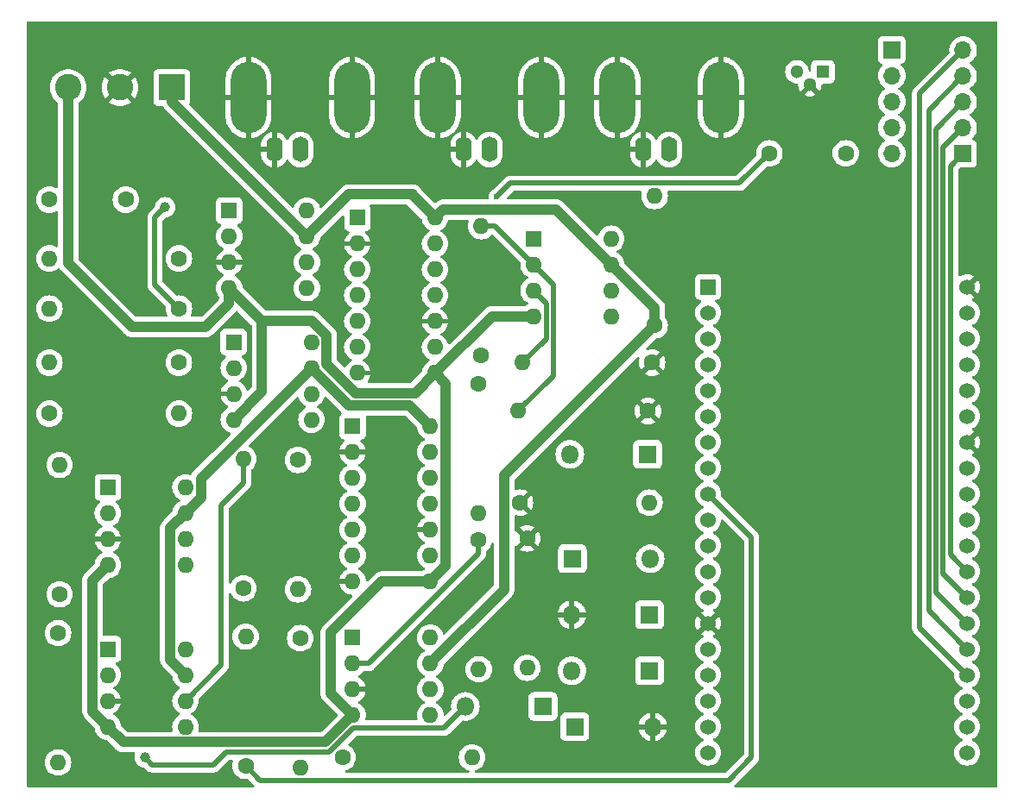
<source format=gbr>
%TF.GenerationSoftware,KiCad,Pcbnew,8.0.3*%
%TF.CreationDate,2025-01-25T16:13:05+05:30*%
%TF.ProjectId,TRNG_surrogate_digital_control,54524e47-5f73-4757-9272-6f676174655f,rev?*%
%TF.SameCoordinates,Original*%
%TF.FileFunction,Copper,L1,Top*%
%TF.FilePolarity,Positive*%
%FSLAX46Y46*%
G04 Gerber Fmt 4.6, Leading zero omitted, Abs format (unit mm)*
G04 Created by KiCad (PCBNEW 8.0.3) date 2025-01-25 16:13:05*
%MOMM*%
%LPD*%
G01*
G04 APERTURE LIST*
%TA.AperFunction,ComponentPad*%
%ADD10C,1.600000*%
%TD*%
%TA.AperFunction,ComponentPad*%
%ADD11O,1.600000X1.600000*%
%TD*%
%TA.AperFunction,ComponentPad*%
%ADD12R,1.800000X1.800000*%
%TD*%
%TA.AperFunction,ComponentPad*%
%ADD13O,1.800000X1.800000*%
%TD*%
%TA.AperFunction,ComponentPad*%
%ADD14R,1.600000X1.600000*%
%TD*%
%TA.AperFunction,ComponentPad*%
%ADD15R,2.600000X2.600000*%
%TD*%
%TA.AperFunction,ComponentPad*%
%ADD16C,2.600000*%
%TD*%
%TA.AperFunction,ComponentPad*%
%ADD17R,1.300000X1.300000*%
%TD*%
%TA.AperFunction,ComponentPad*%
%ADD18C,1.300000*%
%TD*%
%TA.AperFunction,ComponentPad*%
%ADD19R,1.700000X1.700000*%
%TD*%
%TA.AperFunction,ComponentPad*%
%ADD20O,1.700000X1.700000*%
%TD*%
%TA.AperFunction,ComponentPad*%
%ADD21O,1.600000X2.500000*%
%TD*%
%TA.AperFunction,ComponentPad*%
%ADD22O,3.500000X7.000000*%
%TD*%
%TA.AperFunction,ComponentPad*%
%ADD23R,1.530000X1.530000*%
%TD*%
%TA.AperFunction,ComponentPad*%
%ADD24C,1.530000*%
%TD*%
%TA.AperFunction,ViaPad*%
%ADD25C,0.600000*%
%TD*%
%TA.AperFunction,ViaPad*%
%ADD26C,1.000000*%
%TD*%
%TA.AperFunction,Conductor*%
%ADD27C,0.500000*%
%TD*%
%TA.AperFunction,Conductor*%
%ADD28C,1.000000*%
%TD*%
G04 APERTURE END LIST*
D10*
%TO.P,R15,1*%
%TO.N,Net-(U7--)*%
X119750000Y-133250000D03*
D11*
%TO.P,R15,2*%
%TO.N,Net-(Multiplier2-VO)*%
X132450000Y-133250000D03*
%TD*%
D10*
%TO.P,R19,1*%
%TO.N,GND*%
X137850000Y-111760000D03*
D11*
%TO.P,R19,2*%
%TO.N,Pulse_ADC*%
X137850000Y-124460000D03*
%TD*%
D12*
%TO.P,D4,1,K*%
%TO.N,Pulse_ADC*%
X142540000Y-130250000D03*
D13*
%TO.P,D4,2,A*%
%TO.N,GND*%
X150160000Y-130250000D03*
%TD*%
D12*
%TO.P,D1,1,K*%
%TO.N,TRNG_ADC*%
X149660000Y-103500000D03*
D13*
%TO.P,D1,2,A*%
%TO.N,TRNG_out*%
X142040000Y-103500000D03*
%TD*%
D14*
%TO.P,Multiplier1,1,X1*%
%TO.N,TRNG_out*%
X121200000Y-80285000D03*
D11*
%TO.P,Multiplier1,2,X2*%
%TO.N,GND*%
X121200000Y-82825000D03*
%TO.P,Multiplier1,3,NC*%
%TO.N,unconnected-(Multiplier1-NC-Pad3)*%
X121200000Y-85365000D03*
%TO.P,Multiplier1,4,SF*%
%TO.N,unconnected-(Multiplier1-SF-Pad4)*%
X121200000Y-87905000D03*
%TO.P,Multiplier1,5,NC*%
%TO.N,unconnected-(Multiplier1-NC-Pad5)*%
X121200000Y-90445000D03*
%TO.P,Multiplier1,6,Y1*%
%TO.N,TRNG_out*%
X121200000Y-92985000D03*
%TO.P,Multiplier1,7,Y2*%
%TO.N,GND*%
X121200000Y-95525000D03*
%TO.P,Multiplier1,8,-VS*%
%TO.N,V-*%
X128820000Y-95525000D03*
%TO.P,Multiplier1,9,NC*%
%TO.N,unconnected-(Multiplier1-NC-Pad9)*%
X128820000Y-92985000D03*
%TO.P,Multiplier1,10,Z2*%
%TO.N,GND*%
X128820000Y-90445000D03*
%TO.P,Multiplier1,11,Z1*%
%TO.N,Net-(Multiplier1-VO)*%
X128820000Y-87905000D03*
%TO.P,Multiplier1,12,VO*%
X128820000Y-85365000D03*
%TO.P,Multiplier1,13,NC*%
%TO.N,unconnected-(Multiplier1-NC-Pad13)*%
X128820000Y-82825000D03*
%TO.P,Multiplier1,14,+VS*%
%TO.N,V+*%
X128820000Y-80285000D03*
%TD*%
D14*
%TO.P,U2,1,VOS*%
%TO.N,unconnected-(U2-VOS-Pad1)*%
X96730000Y-122630000D03*
D11*
%TO.P,U2,2,-*%
%TO.N,Net-(U2--)*%
X96730000Y-125170000D03*
%TO.P,U2,3,+*%
%TO.N,GND*%
X96730000Y-127710000D03*
%TO.P,U2,4,V-*%
%TO.N,V-*%
X96730000Y-130250000D03*
%TO.P,U2,5,NC*%
%TO.N,unconnected-(U2-NC-Pad5)*%
X104350000Y-130250000D03*
%TO.P,U2,6*%
%TO.N,TRNG_pulse*%
X104350000Y-127710000D03*
%TO.P,U2,7,V+*%
%TO.N,V+*%
X104350000Y-125170000D03*
%TO.P,U2,8,VOS*%
%TO.N,unconnected-(U2-VOS-Pad8)*%
X104350000Y-122630000D03*
%TD*%
D10*
%TO.P,R5,1*%
%TO.N,DAC_LF*%
X110250000Y-134100000D03*
D11*
%TO.P,R5,2*%
%TO.N,Net-(U2--)*%
X110250000Y-121400000D03*
%TD*%
D10*
%TO.P,R12,1*%
%TO.N,Net-(Multiplier1-VO)*%
X133100000Y-96610000D03*
D11*
%TO.P,R12,2*%
%TO.N,Net-(U6--)*%
X133100000Y-109310000D03*
%TD*%
D12*
%TO.P,D2,1,K*%
%TO.N,Pulse_ADC*%
X139410000Y-128250000D03*
D13*
%TO.P,D2,2,A*%
%TO.N,TRNG_pulse*%
X131790000Y-128250000D03*
%TD*%
D10*
%TO.P,R9,1*%
%TO.N,WGN*%
X133350000Y-93810000D03*
D11*
%TO.P,R9,2*%
%TO.N,Net-(U3--)*%
X133350000Y-81110000D03*
%TD*%
D15*
%TO.P,J1,1,Pin_1*%
%TO.N,V+*%
X103010000Y-67500000D03*
D16*
%TO.P,J1,2,Pin_2*%
%TO.N,GND*%
X97930000Y-67500000D03*
%TO.P,J1,3,Pin_3*%
%TO.N,V-*%
X92850000Y-67500000D03*
%TD*%
D14*
%TO.P,U6,1,VOS*%
%TO.N,unconnected-(U6-VOS-Pad1)*%
X120730000Y-121500000D03*
D11*
%TO.P,U6,2,-*%
%TO.N,Net-(U6--)*%
X120730000Y-124040000D03*
%TO.P,U6,3,+*%
%TO.N,GND*%
X120730000Y-126580000D03*
%TO.P,U6,4,V-*%
%TO.N,V-*%
X120730000Y-129120000D03*
%TO.P,U6,5,NC*%
%TO.N,unconnected-(U6-NC-Pad5)*%
X128350000Y-129120000D03*
%TO.P,U6,6*%
%TO.N,Net-(Multiplier2-X1)*%
X128350000Y-126580000D03*
%TO.P,U6,7,V+*%
%TO.N,V+*%
X128350000Y-124040000D03*
%TO.P,U6,8,VOS*%
%TO.N,unconnected-(U6-VOS-Pad8)*%
X128350000Y-121500000D03*
%TD*%
D14*
%TO.P,Multiplier2,1,X1*%
%TO.N,Net-(Multiplier2-X1)*%
X120730000Y-100750000D03*
D11*
%TO.P,Multiplier2,2,X2*%
%TO.N,GND*%
X120730000Y-103290000D03*
%TO.P,Multiplier2,3,NC*%
%TO.N,unconnected-(Multiplier2-NC-Pad3)*%
X120730000Y-105830000D03*
%TO.P,Multiplier2,4,SF*%
%TO.N,unconnected-(Multiplier2-SF-Pad4)*%
X120730000Y-108370000D03*
%TO.P,Multiplier2,5,NC*%
%TO.N,unconnected-(Multiplier2-NC-Pad5)*%
X120730000Y-110910000D03*
%TO.P,Multiplier2,6,Y1*%
%TO.N,TRNG_out*%
X120730000Y-113450000D03*
%TO.P,Multiplier2,7,Y2*%
%TO.N,GND*%
X120730000Y-115990000D03*
%TO.P,Multiplier2,8,-VS*%
%TO.N,V-*%
X128350000Y-115990000D03*
%TO.P,Multiplier2,9,NC*%
%TO.N,unconnected-(Multiplier2-NC-Pad9)*%
X128350000Y-113450000D03*
%TO.P,Multiplier2,10,Z2*%
%TO.N,GND*%
X128350000Y-110910000D03*
%TO.P,Multiplier2,11,Z1*%
%TO.N,Net-(Multiplier2-VO)*%
X128350000Y-108370000D03*
%TO.P,Multiplier2,12,VO*%
X128350000Y-105830000D03*
%TO.P,Multiplier2,13,NC*%
%TO.N,unconnected-(Multiplier2-NC-Pad13)*%
X128350000Y-103290000D03*
%TO.P,Multiplier2,14,+VS*%
%TO.N,V+*%
X128350000Y-100750000D03*
%TD*%
D17*
%TO.P,Q1,1,C*%
%TO.N,unconnected-(Q1-C-Pad1)*%
X166850000Y-65960000D03*
D18*
%TO.P,Q1,2,B*%
%TO.N,GND*%
X165580000Y-67230000D03*
%TO.P,Q1,3,E*%
%TO.N,Net-(Q1-E)*%
X164310000Y-65960000D03*
%TD*%
D19*
%TO.P,J2,1,Pin_1*%
%TO.N,Net-(J2-Pin_1)*%
X173600000Y-63800000D03*
D20*
%TO.P,J2,2,Pin_2*%
%TO.N,Net-(J2-Pin_2)*%
X173600000Y-66340000D03*
%TO.P,J2,3,Pin_3*%
%TO.N,Net-(J2-Pin_3)*%
X173600000Y-68880000D03*
%TO.P,J2,4,Pin_4*%
%TO.N,Net-(J2-Pin_4)*%
X173600000Y-71420000D03*
%TO.P,J2,5,Pin_5*%
%TO.N,Net-(J2-Pin_5)*%
X173600000Y-73960000D03*
%TD*%
D19*
%TO.P,J3,1,Pin_1*%
%TO.N,Net-(J3-Pin_1)*%
X180600000Y-74000000D03*
D20*
%TO.P,J3,2,Pin_2*%
%TO.N,Net-(J3-Pin_2)*%
X180600000Y-71460000D03*
%TO.P,J3,3,Pin_3*%
%TO.N,Net-(J3-Pin_3)*%
X180600000Y-68920000D03*
%TO.P,J3,4,Pin_4*%
%TO.N,Net-(J3-Pin_4)*%
X180600000Y-66380000D03*
%TO.P,J3,5,Pin_5*%
%TO.N,Net-(J3-Pin_5)*%
X180600000Y-63840000D03*
%TD*%
D14*
%TO.P,U3,1,VOS*%
%TO.N,unconnected-(U3-VOS-Pad1)*%
X138480000Y-82340000D03*
D11*
%TO.P,U3,2,-*%
%TO.N,Net-(U3--)*%
X138480000Y-84880000D03*
%TO.P,U3,3,+*%
%TO.N,Net-(U3-+)*%
X138480000Y-87420000D03*
%TO.P,U3,4,V-*%
%TO.N,V-*%
X138480000Y-89960000D03*
%TO.P,U3,5,NC*%
%TO.N,unconnected-(U3-NC-Pad5)*%
X146100000Y-89960000D03*
%TO.P,U3,6*%
%TO.N,WGN*%
X146100000Y-87420000D03*
%TO.P,U3,7,V+*%
%TO.N,V+*%
X146100000Y-84880000D03*
%TO.P,U3,8,VOS*%
%TO.N,unconnected-(U3-VOS-Pad8)*%
X146100000Y-82340000D03*
%TD*%
D12*
%TO.P,D5,1,K*%
%TO.N,3V*%
X142290000Y-113750000D03*
D13*
%TO.P,D5,2,A*%
%TO.N,TRNG_ADC*%
X149910000Y-113750000D03*
%TD*%
D10*
%TO.P,R18,1*%
%TO.N,GND*%
X137150000Y-108250000D03*
D11*
%TO.P,R18,2*%
%TO.N,TRNG_ADC*%
X149850000Y-108250000D03*
%TD*%
D12*
%TO.P,D6,1,K*%
%TO.N,TRNG_ADC*%
X149850000Y-119250000D03*
D13*
%TO.P,D6,2,A*%
%TO.N,GND*%
X142230000Y-119250000D03*
%TD*%
D10*
%TO.P,C2,1*%
%TO.N,TRNG_out*%
X98500000Y-78500000D03*
%TO.P,C2,2*%
%TO.N,Net-(U5--)*%
X91000000Y-78500000D03*
%TD*%
%TO.P,R16,1*%
%TO.N,Net-(U6--)*%
X133100000Y-111910000D03*
D11*
%TO.P,R16,2*%
%TO.N,Net-(Multiplier2-X1)*%
X133100000Y-124610000D03*
%TD*%
D10*
%TO.P,R7,1*%
%TO.N,GND*%
X150100000Y-94500000D03*
D11*
%TO.P,R7,2*%
%TO.N,Net-(U3-+)*%
X137400000Y-94500000D03*
%TD*%
D10*
%TO.P,R8,1*%
%TO.N,GND*%
X149700000Y-99250000D03*
D11*
%TO.P,R8,2*%
%TO.N,Net-(U3--)*%
X137000000Y-99250000D03*
%TD*%
D21*
%TO.P,Modulating_signal,1,In*%
%TO.N,TRNG_pulse*%
X115595000Y-73580000D03*
D22*
%TO.P,Modulating_signal,2,Ext*%
%TO.N,GND*%
X110515000Y-68500000D03*
D21*
X113055000Y-73580000D03*
D22*
X120675000Y-68500000D03*
%TD*%
D10*
%TO.P,R6,1*%
%TO.N,V+*%
X150350000Y-90850000D03*
D11*
%TO.P,R6,2*%
%TO.N,Net-(Q1-E)*%
X150350000Y-78150000D03*
%TD*%
D14*
%TO.P,U1,1,VOS*%
%TO.N,unconnected-(U1-VOS-Pad1)*%
X96730000Y-106750000D03*
D11*
%TO.P,U1,2,-*%
%TO.N,Net-(U1--)*%
X96730000Y-109290000D03*
%TO.P,U1,3,+*%
%TO.N,GND*%
X96730000Y-111830000D03*
%TO.P,U1,4,V-*%
%TO.N,V-*%
X96730000Y-114370000D03*
%TO.P,U1,5,NC*%
%TO.N,unconnected-(U1-NC-Pad5)*%
X104350000Y-114370000D03*
%TO.P,U1,6*%
%TO.N,Net-(R2-Pad2)*%
X104350000Y-111830000D03*
%TO.P,U1,7,V+*%
%TO.N,V+*%
X104350000Y-109290000D03*
%TO.P,U1,8,VOS*%
%TO.N,unconnected-(U1-VOS-Pad8)*%
X104350000Y-106750000D03*
%TD*%
D10*
%TO.P,R3,1*%
%TO.N,Net-(U2--)*%
X110025000Y-116660000D03*
D11*
%TO.P,R3,2*%
%TO.N,TRNG_pulse*%
X110025000Y-103960000D03*
%TD*%
D10*
%TO.P,R17,1*%
%TO.N,Net-(R13-Pad1)*%
X103700000Y-84275000D03*
D11*
%TO.P,R17,2*%
%TO.N,Net-(U5--)*%
X91000000Y-84275000D03*
%TD*%
D10*
%TO.P,R14,1*%
%TO.N,Net-(U7--)*%
X115600000Y-121550000D03*
D11*
%TO.P,R14,2*%
%TO.N,TRNG_out*%
X115600000Y-134250000D03*
%TD*%
D10*
%TO.P,R11,1*%
%TO.N,WGN*%
X103700000Y-89200000D03*
D11*
%TO.P,R11,2*%
%TO.N,Net-(U5--)*%
X91000000Y-89200000D03*
%TD*%
D21*
%TO.P,Vout,1,In*%
%TO.N,TRNG_out*%
X151770000Y-73580000D03*
D22*
%TO.P,Vout,2,Ext*%
%TO.N,GND*%
X146690000Y-68500000D03*
D21*
X149230000Y-73580000D03*
D22*
X156850000Y-68500000D03*
%TD*%
D10*
%TO.P,R2,1*%
%TO.N,Net-(U1--)*%
X91000000Y-99500000D03*
D11*
%TO.P,R2,2*%
%TO.N,Net-(R2-Pad2)*%
X103700000Y-99500000D03*
%TD*%
D10*
%TO.P,C1,1*%
%TO.N,Net-(Q1-E)*%
X169100000Y-73960000D03*
%TO.P,C1,2*%
%TO.N,Net-(U3-+)*%
X161600000Y-73960000D03*
%TD*%
%TO.P,R4,1*%
%TO.N,Net-(R2-Pad2)*%
X91850000Y-121050000D03*
D11*
%TO.P,R4,2*%
%TO.N,Net-(U2--)*%
X91850000Y-133750000D03*
%TD*%
D14*
%TO.P,U5,1,VOS*%
%TO.N,unconnected-(U5-VOS-Pad1)*%
X108635000Y-79580000D03*
D11*
%TO.P,U5,2,-*%
%TO.N,Net-(U5--)*%
X108635000Y-82120000D03*
%TO.P,U5,3,+*%
%TO.N,GND*%
X108635000Y-84660000D03*
%TO.P,U5,4,V-*%
%TO.N,V-*%
X108635000Y-87200000D03*
%TO.P,U5,5,NC*%
%TO.N,unconnected-(U5-NC-Pad5)*%
X116255000Y-87200000D03*
%TO.P,U5,6*%
%TO.N,TRNG_out*%
X116255000Y-84660000D03*
%TO.P,U5,7,V+*%
%TO.N,V+*%
X116255000Y-82120000D03*
%TO.P,U5,8,VOS*%
%TO.N,unconnected-(U5-VOS-Pad8)*%
X116255000Y-79580000D03*
%TD*%
D14*
%TO.P,U7,1,VOS*%
%TO.N,unconnected-(U7-VOS-Pad1)*%
X109080000Y-92480000D03*
D11*
%TO.P,U7,2,-*%
%TO.N,Net-(U7--)*%
X109080000Y-95020000D03*
%TO.P,U7,3,+*%
%TO.N,GND*%
X109080000Y-97560000D03*
%TO.P,U7,4,V-*%
%TO.N,V-*%
X109080000Y-100100000D03*
%TO.P,U7,5,NC*%
%TO.N,unconnected-(U7-NC-Pad5)*%
X116700000Y-100100000D03*
%TO.P,U7,6*%
%TO.N,Net-(R13-Pad1)*%
X116700000Y-97560000D03*
%TO.P,U7,7,V+*%
%TO.N,V+*%
X116700000Y-95020000D03*
%TO.P,U7,8,VOS*%
%TO.N,unconnected-(U7-VOS-Pad8)*%
X116700000Y-92480000D03*
%TD*%
D10*
%TO.P,R13,1*%
%TO.N,Net-(R13-Pad1)*%
X115375000Y-104060000D03*
D11*
%TO.P,R13,2*%
%TO.N,Net-(U7--)*%
X115375000Y-116760000D03*
%TD*%
D12*
%TO.P,D3,1,K*%
%TO.N,3V*%
X149850000Y-124750000D03*
D13*
%TO.P,D3,2,A*%
%TO.N,Pulse_ADC*%
X142230000Y-124750000D03*
%TD*%
D21*
%TO.P,Noise,1,In*%
%TO.N,WGN*%
X134170000Y-73580000D03*
D22*
%TO.P,Noise,2,Ext*%
%TO.N,GND*%
X129090000Y-68500000D03*
D21*
X131630000Y-73580000D03*
D22*
X139250000Y-68500000D03*
%TD*%
D23*
%TO.P,U4,1,3V3*%
%TO.N,3V*%
X155600000Y-87070000D03*
D24*
%TO.P,U4,2,EN*%
%TO.N,unconnected-(U4-EN-Pad2)*%
X155600000Y-89610000D03*
%TO.P,U4,3,SENSOR_VP*%
%TO.N,TRNG_ADC*%
X155600000Y-92150000D03*
%TO.P,U4,4,SENSOR_VN*%
X155600000Y-94690000D03*
%TO.P,U4,5,IO34*%
X155600000Y-97230000D03*
%TO.P,U4,6,IO35*%
%TO.N,Pulse_ADC*%
X155600000Y-99770000D03*
%TO.P,U4,7,IO32*%
X155600000Y-102310000D03*
%TO.P,U4,8,IO33*%
X155600000Y-104850000D03*
%TO.P,U4,9,IO25*%
%TO.N,DAC_LF*%
X155600000Y-107390000D03*
%TO.P,U4,10,IO26*%
%TO.N,unconnected-(U4-IO26-Pad10)*%
X155600000Y-109930000D03*
%TO.P,U4,11,IO27*%
%TO.N,unconnected-(U4-IO27-Pad11)*%
X155600000Y-112470000D03*
%TO.P,U4,12,IO14*%
%TO.N,SR_pulse_PWM*%
X155600000Y-115010000D03*
%TO.P,U4,13,IO12*%
%TO.N,unconnected-(U4-IO12-Pad13)*%
X155600000Y-117550000D03*
%TO.P,U4,14,GND1*%
%TO.N,GND*%
X155600000Y-120090000D03*
%TO.P,U4,15,IO13*%
%TO.N,unconnected-(U4-IO13-Pad15)*%
X155600000Y-122630000D03*
%TO.P,U4,16,SD2*%
%TO.N,unconnected-(U4-SD2-Pad16)*%
X155600000Y-125170000D03*
%TO.P,U4,17,SD3*%
%TO.N,unconnected-(U4-SD3-Pad17)*%
X155600000Y-127710000D03*
%TO.P,U4,18,CMD*%
%TO.N,unconnected-(U4-CMD-Pad18)*%
X155600000Y-130250000D03*
%TO.P,U4,19,EXT_5V*%
%TO.N,unconnected-(U4-EXT_5V-Pad19)*%
X155600000Y-132790000D03*
%TO.P,U4,20,CLK*%
%TO.N,unconnected-(U4-CLK-Pad20)*%
X181000000Y-132790000D03*
%TO.P,U4,21,SD0*%
%TO.N,unconnected-(U4-SD0-Pad21)*%
X181000000Y-130250000D03*
%TO.P,U4,22,SD1*%
%TO.N,unconnected-(U4-SD1-Pad22)*%
X181000000Y-127710000D03*
%TO.P,U4,23,IO15*%
%TO.N,Net-(J3-Pin_5)*%
X181000000Y-125170000D03*
%TO.P,U4,24,IO2*%
%TO.N,Net-(J3-Pin_4)*%
X181000000Y-122630000D03*
%TO.P,U4,25,IO0*%
%TO.N,Net-(J3-Pin_3)*%
X181000000Y-120090000D03*
%TO.P,U4,26,IO4*%
%TO.N,Net-(J3-Pin_2)*%
X181000000Y-117550000D03*
%TO.P,U4,27,IO16*%
%TO.N,Net-(J3-Pin_1)*%
X181000000Y-115010000D03*
%TO.P,U4,28,IO17*%
%TO.N,unconnected-(U4-IO17-Pad28)*%
X181000000Y-112470000D03*
%TO.P,U4,29,IO5*%
%TO.N,unconnected-(U4-IO5-Pad29)*%
X181000000Y-109930000D03*
%TO.P,U4,30,IO18*%
%TO.N,unconnected-(U4-IO18-Pad30)*%
X181000000Y-107390000D03*
%TO.P,U4,31,IO19*%
%TO.N,unconnected-(U4-IO19-Pad31)*%
X181000000Y-104850000D03*
%TO.P,U4,32,GND2*%
%TO.N,GND*%
X181000000Y-102310000D03*
%TO.P,U4,33,IO21*%
%TO.N,Net-(J2-Pin_5)*%
X181000000Y-99770000D03*
%TO.P,U4,34,RXD0*%
%TO.N,Net-(J2-Pin_4)*%
X181000000Y-97230000D03*
%TO.P,U4,35,TXD0*%
%TO.N,Net-(J2-Pin_3)*%
X181000000Y-94690000D03*
%TO.P,U4,36,IO22*%
%TO.N,Net-(J2-Pin_2)*%
X181000000Y-92150000D03*
%TO.P,U4,37,IO23*%
%TO.N,Net-(J2-Pin_1)*%
X181000000Y-89610000D03*
%TO.P,U4,38,GND3*%
%TO.N,GND*%
X181000000Y-87070000D03*
%TD*%
D10*
%TO.P,R10,1*%
%TO.N,TRNG_pulse*%
X103700000Y-94500000D03*
D11*
%TO.P,R10,2*%
%TO.N,Net-(U5--)*%
X91000000Y-94500000D03*
%TD*%
D10*
%TO.P,R1,1*%
%TO.N,SR_pulse_PWM*%
X92000000Y-117250000D03*
D11*
%TO.P,R1,2*%
%TO.N,Net-(U1--)*%
X92000000Y-104550000D03*
%TD*%
D25*
%TO.N,Net-(U3-+)*%
X134850000Y-78250000D03*
D26*
%TO.N,TRNG_pulse*%
X100350000Y-133250000D03*
%TO.N,WGN*%
X102350000Y-79250000D03*
%TD*%
D27*
%TO.N,Net-(U3-+)*%
X137400000Y-94500000D02*
X139730000Y-92170000D01*
X136200000Y-76900000D02*
X158660000Y-76900000D01*
X158660000Y-76900000D02*
X161600000Y-73960000D01*
X134850000Y-78250000D02*
X136200000Y-76900000D01*
X139730000Y-88670000D02*
X138480000Y-87420000D01*
X139730000Y-92170000D02*
X139730000Y-88670000D01*
%TO.N,TRNG_pulse*%
X107100000Y-134000000D02*
X101100000Y-134000000D01*
X107850000Y-124210000D02*
X107850000Y-108500000D01*
X118443503Y-132750000D02*
X108350000Y-132750000D01*
X101100000Y-134000000D02*
X100350000Y-133250000D01*
X107850000Y-108500000D02*
X110025000Y-106325000D01*
X131790000Y-128250000D02*
X129670000Y-130370000D01*
X108350000Y-132750000D02*
X107100000Y-134000000D01*
X110025000Y-106325000D02*
X110025000Y-103960000D01*
X104350000Y-127710000D02*
X107850000Y-124210000D01*
X120823503Y-130370000D02*
X118443503Y-132750000D01*
X129670000Y-130370000D02*
X120823503Y-130370000D01*
D28*
%TO.N,V+*%
X105850000Y-107790000D02*
X105850000Y-105870000D01*
X135600000Y-105600000D02*
X135600000Y-116790000D01*
X126600000Y-78065000D02*
X126600000Y-78000000D01*
X140705001Y-79485001D02*
X146100000Y-84880000D01*
X150350000Y-89130000D02*
X150350000Y-90850000D01*
X102850000Y-110750000D02*
X104350000Y-109250000D01*
X105850000Y-105870000D02*
X116700000Y-95020000D01*
X116700000Y-95020000D02*
X120380000Y-98700000D01*
X103010000Y-68875000D02*
X116255000Y-82120000D01*
X128820000Y-80285000D02*
X129619999Y-79485001D01*
X135600000Y-116790000D02*
X128350000Y-124040000D01*
X120375000Y-78000000D02*
X116255000Y-82120000D01*
X126300000Y-98700000D02*
X128350000Y-100750000D01*
X129619999Y-79485001D02*
X140705001Y-79485001D01*
X146100000Y-84880000D02*
X150350000Y-89130000D01*
X104350000Y-109290000D02*
X105850000Y-107790000D01*
X150350000Y-90850000D02*
X135600000Y-105600000D01*
X128820000Y-80285000D02*
X126600000Y-78065000D01*
X126600000Y-78000000D02*
X120375000Y-78000000D01*
X104350000Y-125170000D02*
X102850000Y-123670000D01*
X102850000Y-123670000D02*
X102850000Y-110750000D01*
X120380000Y-98700000D02*
X126300000Y-98700000D01*
X103010000Y-67500000D02*
X103010000Y-68875000D01*
%TO.N,V-*%
X116756321Y-90415000D02*
X111850000Y-90415000D01*
X108635000Y-88715000D02*
X106350000Y-91000000D01*
X128820000Y-95525000D02*
X126845000Y-97500000D01*
X128350000Y-115990000D02*
X129850000Y-114490000D01*
X98230000Y-131750000D02*
X118100000Y-131750000D01*
X118200000Y-94646321D02*
X118200000Y-91858679D01*
X106350000Y-91000000D02*
X99100000Y-91000000D01*
X129850000Y-96555000D02*
X128820000Y-95525000D01*
X128820000Y-95525000D02*
X134385000Y-89960000D01*
X118100000Y-131750000D02*
X120730000Y-129120000D01*
X92850000Y-67500000D02*
X92850000Y-84750000D01*
X126845000Y-97500000D02*
X121053679Y-97500000D01*
X118600000Y-126990000D02*
X118600000Y-121000000D01*
X118600000Y-121000000D02*
X123610000Y-115990000D01*
X118200000Y-91858679D02*
X116756321Y-90415000D01*
X99100000Y-91000000D02*
X92850000Y-84750000D01*
X96730000Y-114370000D02*
X95230000Y-115870000D01*
X129850000Y-114490000D02*
X129850000Y-96555000D01*
X95230000Y-128750000D02*
X96730000Y-130250000D01*
X121053679Y-97500000D02*
X118200000Y-94646321D01*
X108635000Y-87200000D02*
X108635000Y-88715000D01*
X134385000Y-89960000D02*
X138480000Y-89960000D01*
X111850000Y-97330000D02*
X109080000Y-100100000D01*
X111850000Y-90415000D02*
X111850000Y-97330000D01*
X108635000Y-87200000D02*
X111850000Y-90415000D01*
X120730000Y-129120000D02*
X118600000Y-126990000D01*
X123610000Y-115990000D02*
X128350000Y-115990000D01*
X95230000Y-115870000D02*
X95230000Y-128750000D01*
X96730000Y-130250000D02*
X98230000Y-131750000D01*
D27*
%TO.N,WGN*%
X101350000Y-86850000D02*
X103700000Y-89200000D01*
X102350000Y-79250000D02*
X101350000Y-80250000D01*
X101350000Y-80250000D02*
X101350000Y-86850000D01*
%TO.N,DAC_LF*%
X159850000Y-111640000D02*
X155600000Y-107390000D01*
X111650000Y-135500000D02*
X157600000Y-135500000D01*
X157600000Y-135500000D02*
X159850000Y-133250000D01*
X110250000Y-134100000D02*
X111650000Y-135500000D01*
X159850000Y-133250000D02*
X159850000Y-111640000D01*
%TO.N,Net-(U3--)*%
X133350000Y-81110000D02*
X134710000Y-81110000D01*
X134710000Y-81110000D02*
X138480000Y-84880000D01*
X140430000Y-95820000D02*
X140430000Y-86830000D01*
X137000000Y-99250000D02*
X140430000Y-95820000D01*
X140430000Y-86830000D02*
X138480000Y-84880000D01*
%TO.N,Net-(U6--)*%
X120730000Y-124040000D02*
X122310000Y-124040000D01*
X133100000Y-113250000D02*
X133100000Y-111910000D01*
X122310000Y-124040000D02*
X133100000Y-113250000D01*
%TO.N,Net-(J3-Pin_2)*%
X178650000Y-73410000D02*
X178650000Y-115200000D01*
X180600000Y-71460000D02*
X178650000Y-73410000D01*
X178650000Y-115200000D02*
X181000000Y-117550000D01*
%TO.N,Net-(J3-Pin_4)*%
X180600000Y-66380000D02*
X177250000Y-69730000D01*
X177250000Y-69730000D02*
X177250000Y-118880000D01*
X177250000Y-118880000D02*
X181000000Y-122630000D01*
%TO.N,Net-(J3-Pin_3)*%
X180600000Y-68920000D02*
X177950000Y-71570000D01*
X177950000Y-71570000D02*
X177950000Y-117040000D01*
X177950000Y-117040000D02*
X181000000Y-120090000D01*
%TO.N,Net-(J3-Pin_1)*%
X179350000Y-113360000D02*
X181000000Y-115010000D01*
X180600000Y-74000000D02*
X179350000Y-75250000D01*
X179350000Y-75250000D02*
X179350000Y-113360000D01*
%TO.N,Net-(J3-Pin_5)*%
X180600000Y-63840000D02*
X176350000Y-68090000D01*
X176350000Y-68090000D02*
X176350000Y-120520000D01*
X176350000Y-120520000D02*
X181000000Y-125170000D01*
%TD*%
%TA.AperFunction,Conductor*%
%TO.N,GND*%
G36*
X183917539Y-61030185D02*
G01*
X183963294Y-61082989D01*
X183974500Y-61134500D01*
X183974500Y-136060500D01*
X183954815Y-136127539D01*
X183902011Y-136173294D01*
X183850500Y-136184500D01*
X158276230Y-136184500D01*
X158209191Y-136164815D01*
X158163436Y-136112011D01*
X158153492Y-136042853D01*
X158182517Y-135979297D01*
X158188549Y-135972819D01*
X160432949Y-133728418D01*
X160432948Y-133728418D01*
X160432952Y-133728415D01*
X160467609Y-133676547D01*
X160515084Y-133605495D01*
X160538518Y-133548920D01*
X160571659Y-133468912D01*
X160600500Y-133323917D01*
X160600500Y-133176082D01*
X160600500Y-120593920D01*
X175599499Y-120593920D01*
X175628340Y-120738907D01*
X175628343Y-120738917D01*
X175684913Y-120875490D01*
X175684916Y-120875495D01*
X175705670Y-120906557D01*
X175705671Y-120906557D01*
X175767047Y-120998414D01*
X175767047Y-120998415D01*
X179705590Y-124936958D01*
X179739075Y-124998281D01*
X179741437Y-125035446D01*
X179729666Y-125169997D01*
X179729666Y-125170001D01*
X179748964Y-125390585D01*
X179748965Y-125390592D01*
X179806275Y-125604475D01*
X179806279Y-125604486D01*
X179899856Y-125805163D01*
X179899858Y-125805167D01*
X180026868Y-125986555D01*
X180183445Y-126143132D01*
X180364833Y-126270142D01*
X180426828Y-126299050D01*
X180488091Y-126327618D01*
X180540531Y-126373790D01*
X180559683Y-126440983D01*
X180539467Y-126507865D01*
X180488091Y-126552382D01*
X180364836Y-126609856D01*
X180364834Y-126609857D01*
X180183444Y-126736868D01*
X180026868Y-126893444D01*
X179899857Y-127074834D01*
X179899856Y-127074836D01*
X179806279Y-127275513D01*
X179806275Y-127275524D01*
X179748965Y-127489407D01*
X179748964Y-127489414D01*
X179729666Y-127709998D01*
X179729666Y-127710001D01*
X179748964Y-127930585D01*
X179748965Y-127930592D01*
X179806275Y-128144475D01*
X179806279Y-128144486D01*
X179869872Y-128280861D01*
X179899858Y-128345167D01*
X180026868Y-128526555D01*
X180183445Y-128683132D01*
X180364833Y-128810142D01*
X180426828Y-128839050D01*
X180488091Y-128867618D01*
X180540531Y-128913790D01*
X180559683Y-128980983D01*
X180539467Y-129047865D01*
X180488091Y-129092382D01*
X180364836Y-129149856D01*
X180364834Y-129149857D01*
X180183444Y-129276868D01*
X180026868Y-129433444D01*
X179899857Y-129614834D01*
X179899856Y-129614836D01*
X179806279Y-129815513D01*
X179806275Y-129815524D01*
X179748965Y-130029407D01*
X179748964Y-130029414D01*
X179729666Y-130249998D01*
X179729666Y-130250001D01*
X179748964Y-130470585D01*
X179748965Y-130470592D01*
X179806275Y-130684475D01*
X179806279Y-130684486D01*
X179899856Y-130885163D01*
X179899858Y-130885167D01*
X180026868Y-131066555D01*
X180183445Y-131223132D01*
X180364833Y-131350142D01*
X180426828Y-131379050D01*
X180488091Y-131407618D01*
X180540531Y-131453790D01*
X180559683Y-131520983D01*
X180539467Y-131587865D01*
X180488091Y-131632382D01*
X180364836Y-131689856D01*
X180364834Y-131689857D01*
X180183444Y-131816868D01*
X180026868Y-131973444D01*
X179899857Y-132154834D01*
X179899856Y-132154836D01*
X179806279Y-132355513D01*
X179806275Y-132355524D01*
X179748965Y-132569407D01*
X179748964Y-132569414D01*
X179729666Y-132789998D01*
X179729666Y-132790001D01*
X179748964Y-133010585D01*
X179748965Y-133010592D01*
X179806275Y-133224475D01*
X179806279Y-133224486D01*
X179899856Y-133425163D01*
X179899858Y-133425167D01*
X180026868Y-133606555D01*
X180183445Y-133763132D01*
X180364833Y-133890142D01*
X180485572Y-133946443D01*
X180565513Y-133983720D01*
X180565515Y-133983720D01*
X180565520Y-133983723D01*
X180779409Y-134041035D01*
X180936974Y-134054820D01*
X180999998Y-134060334D01*
X181000000Y-134060334D01*
X181000002Y-134060334D01*
X181055147Y-134055509D01*
X181220591Y-134041035D01*
X181434480Y-133983723D01*
X181635167Y-133890142D01*
X181816555Y-133763132D01*
X181973132Y-133606555D01*
X182100142Y-133425167D01*
X182193723Y-133224480D01*
X182251035Y-133010591D01*
X182270334Y-132790000D01*
X182268600Y-132770185D01*
X182264820Y-132726974D01*
X182251035Y-132569409D01*
X182193723Y-132355520D01*
X182100142Y-132154833D01*
X181973132Y-131973445D01*
X181816555Y-131816868D01*
X181635167Y-131689858D01*
X181511907Y-131632381D01*
X181459468Y-131586210D01*
X181440316Y-131519017D01*
X181460531Y-131452136D01*
X181511908Y-131407618D01*
X181635167Y-131350142D01*
X181816555Y-131223132D01*
X181973132Y-131066555D01*
X182100142Y-130885167D01*
X182193723Y-130684480D01*
X182251035Y-130470591D01*
X182270334Y-130250000D01*
X182251035Y-130029409D01*
X182193723Y-129815520D01*
X182100142Y-129614833D01*
X181973132Y-129433445D01*
X181816555Y-129276868D01*
X181635167Y-129149858D01*
X181629651Y-129147286D01*
X181511908Y-129092382D01*
X181459468Y-129046210D01*
X181440316Y-128979017D01*
X181460531Y-128912136D01*
X181511908Y-128867618D01*
X181537018Y-128855909D01*
X181635167Y-128810142D01*
X181816555Y-128683132D01*
X181973132Y-128526555D01*
X182100142Y-128345167D01*
X182193723Y-128144480D01*
X182251035Y-127930591D01*
X182270284Y-127710567D01*
X182270334Y-127710001D01*
X182270334Y-127709998D01*
X182263141Y-127627781D01*
X182251035Y-127489409D01*
X182193723Y-127275520D01*
X182100142Y-127074833D01*
X181973132Y-126893445D01*
X181816555Y-126736868D01*
X181635167Y-126609858D01*
X181569915Y-126579431D01*
X181511908Y-126552382D01*
X181459468Y-126506210D01*
X181440316Y-126439017D01*
X181460531Y-126372136D01*
X181511908Y-126327618D01*
X181635167Y-126270142D01*
X181816555Y-126143132D01*
X181973132Y-125986555D01*
X182100142Y-125805167D01*
X182193723Y-125604480D01*
X182251035Y-125390591D01*
X182270284Y-125170567D01*
X182270334Y-125170001D01*
X182270334Y-125169998D01*
X182258965Y-125040047D01*
X182251035Y-124949409D01*
X182193723Y-124735520D01*
X182100142Y-124534833D01*
X181973132Y-124353445D01*
X181816555Y-124196868D01*
X181635167Y-124069858D01*
X181511907Y-124012381D01*
X181459468Y-123966210D01*
X181440316Y-123899017D01*
X181460531Y-123832136D01*
X181511908Y-123787618D01*
X181512060Y-123787547D01*
X181635167Y-123730142D01*
X181816555Y-123603132D01*
X181973132Y-123446555D01*
X182100142Y-123265167D01*
X182193723Y-123064480D01*
X182251035Y-122850591D01*
X182270334Y-122630000D01*
X182251035Y-122409409D01*
X182193723Y-122195520D01*
X182186750Y-122180567D01*
X182125888Y-122050047D01*
X182100142Y-121994833D01*
X181973132Y-121813445D01*
X181816555Y-121656868D01*
X181635167Y-121529858D01*
X181569915Y-121499431D01*
X181512065Y-121472455D01*
X181511907Y-121472381D01*
X181459468Y-121426210D01*
X181440316Y-121359017D01*
X181460531Y-121292136D01*
X181511908Y-121247618D01*
X181512500Y-121247342D01*
X181635167Y-121190142D01*
X181816555Y-121063132D01*
X181973132Y-120906555D01*
X182100142Y-120725167D01*
X182193723Y-120524480D01*
X182251035Y-120310591D01*
X182270334Y-120090000D01*
X182266830Y-120049954D01*
X182261394Y-119987819D01*
X182251035Y-119869409D01*
X182193723Y-119655520D01*
X182100142Y-119454833D01*
X181973132Y-119273445D01*
X181816555Y-119116868D01*
X181635167Y-118989858D01*
X181511907Y-118932381D01*
X181459468Y-118886210D01*
X181440316Y-118819017D01*
X181460531Y-118752136D01*
X181511908Y-118707618D01*
X181635167Y-118650142D01*
X181816555Y-118523132D01*
X181973132Y-118366555D01*
X182100142Y-118185167D01*
X182193723Y-117984480D01*
X182251035Y-117770591D01*
X182270334Y-117550000D01*
X182251035Y-117329409D01*
X182193723Y-117115520D01*
X182189511Y-117106488D01*
X182100143Y-116914836D01*
X182100142Y-116914834D01*
X182100142Y-116914833D01*
X181973132Y-116733445D01*
X181816555Y-116576868D01*
X181635167Y-116449858D01*
X181511907Y-116392381D01*
X181459468Y-116346210D01*
X181440316Y-116279017D01*
X181460531Y-116212136D01*
X181511908Y-116167618D01*
X181635167Y-116110142D01*
X181816555Y-115983132D01*
X181973132Y-115826555D01*
X182100142Y-115645167D01*
X182193723Y-115444480D01*
X182251035Y-115230591D01*
X182270334Y-115010000D01*
X182251035Y-114789409D01*
X182193723Y-114575520D01*
X182100142Y-114374833D01*
X181973132Y-114193445D01*
X181816555Y-114036868D01*
X181635167Y-113909858D01*
X181511907Y-113852381D01*
X181459468Y-113806210D01*
X181440316Y-113739017D01*
X181460531Y-113672136D01*
X181511908Y-113627618D01*
X181635167Y-113570142D01*
X181816555Y-113443132D01*
X181973132Y-113286555D01*
X182100142Y-113105167D01*
X182193723Y-112904480D01*
X182251035Y-112690591D01*
X182268980Y-112485472D01*
X182270334Y-112470001D01*
X182270334Y-112469998D01*
X182257161Y-112319429D01*
X182251035Y-112249409D01*
X182193723Y-112035520D01*
X182165908Y-111975871D01*
X182137313Y-111914548D01*
X182100142Y-111834833D01*
X181973132Y-111653445D01*
X181816555Y-111496868D01*
X181635167Y-111369858D01*
X181511907Y-111312381D01*
X181459468Y-111266210D01*
X181440316Y-111199017D01*
X181460531Y-111132136D01*
X181511908Y-111087618D01*
X181635167Y-111030142D01*
X181816555Y-110903132D01*
X181973132Y-110746555D01*
X182100142Y-110565167D01*
X182193723Y-110364480D01*
X182251035Y-110150591D01*
X182270334Y-109930000D01*
X182267135Y-109893440D01*
X182257161Y-109779429D01*
X182251035Y-109709409D01*
X182193723Y-109495520D01*
X182184965Y-109476739D01*
X182144443Y-109389838D01*
X182100142Y-109294833D01*
X181973132Y-109113445D01*
X181816555Y-108956868D01*
X181635167Y-108829858D01*
X181511907Y-108772381D01*
X181459468Y-108726210D01*
X181440316Y-108659017D01*
X181460531Y-108592136D01*
X181511908Y-108547618D01*
X181635167Y-108490142D01*
X181816555Y-108363132D01*
X181973132Y-108206555D01*
X182100142Y-108025167D01*
X182193723Y-107824480D01*
X182251035Y-107610591D01*
X182270334Y-107390000D01*
X182251035Y-107169409D01*
X182193723Y-106955520D01*
X182188833Y-106945034D01*
X182156443Y-106875572D01*
X182100142Y-106754833D01*
X181973132Y-106573445D01*
X181816555Y-106416868D01*
X181635167Y-106289858D01*
X181511907Y-106232381D01*
X181459468Y-106186210D01*
X181440316Y-106119017D01*
X181460531Y-106052136D01*
X181511908Y-106007618D01*
X181530943Y-105998742D01*
X181635167Y-105950142D01*
X181816555Y-105823132D01*
X181973132Y-105666555D01*
X182100142Y-105485167D01*
X182193723Y-105284480D01*
X182251035Y-105070591D01*
X182270334Y-104850000D01*
X182267959Y-104822858D01*
X182255152Y-104676468D01*
X182251035Y-104629409D01*
X182193723Y-104415520D01*
X182189511Y-104406488D01*
X182150721Y-104323302D01*
X182100142Y-104214833D01*
X181973132Y-104033445D01*
X181816555Y-103876868D01*
X181635167Y-103749858D01*
X181606495Y-103736488D01*
X181511317Y-103692106D01*
X181458877Y-103645934D01*
X181439725Y-103578741D01*
X181459941Y-103511859D01*
X181511317Y-103467342D01*
X181634912Y-103409708D01*
X181634914Y-103409707D01*
X181700342Y-103363894D01*
X181137575Y-102801127D01*
X181196853Y-102785245D01*
X181313147Y-102718102D01*
X181408102Y-102623147D01*
X181475245Y-102506853D01*
X181491127Y-102447575D01*
X182053894Y-103010342D01*
X182099706Y-102944915D01*
X182193250Y-102744309D01*
X182193254Y-102744300D01*
X182250538Y-102530509D01*
X182250540Y-102530499D01*
X182269832Y-102310000D01*
X182269832Y-102309999D01*
X182250540Y-102089500D01*
X182250538Y-102089490D01*
X182193254Y-101875699D01*
X182193250Y-101875690D01*
X182099707Y-101675085D01*
X182099706Y-101675083D01*
X182053894Y-101609657D01*
X182053894Y-101609656D01*
X181491127Y-102172423D01*
X181475245Y-102113147D01*
X181408102Y-101996853D01*
X181313147Y-101901898D01*
X181196853Y-101834755D01*
X181137574Y-101818871D01*
X181700342Y-101256104D01*
X181700341Y-101256103D01*
X181634919Y-101210295D01*
X181511316Y-101152657D01*
X181458877Y-101106484D01*
X181439725Y-101039291D01*
X181459941Y-100972410D01*
X181511312Y-100927895D01*
X181635167Y-100870142D01*
X181816555Y-100743132D01*
X181973132Y-100586555D01*
X182100142Y-100405167D01*
X182193723Y-100204480D01*
X182251035Y-99990591D01*
X182270334Y-99770000D01*
X182251035Y-99549409D01*
X182193723Y-99335520D01*
X182100142Y-99134833D01*
X181973132Y-98953445D01*
X181816555Y-98796868D01*
X181635167Y-98669858D01*
X181511907Y-98612381D01*
X181459468Y-98566210D01*
X181440316Y-98499017D01*
X181460531Y-98432136D01*
X181511908Y-98387618D01*
X181635167Y-98330142D01*
X181816555Y-98203132D01*
X181973132Y-98046555D01*
X182100142Y-97865167D01*
X182193723Y-97664480D01*
X182251035Y-97450591D01*
X182270334Y-97230000D01*
X182251035Y-97009409D01*
X182193723Y-96795520D01*
X182100142Y-96594833D01*
X181973132Y-96413445D01*
X181816555Y-96256868D01*
X181635167Y-96129858D01*
X181511907Y-96072381D01*
X181459468Y-96026210D01*
X181440316Y-95959017D01*
X181460531Y-95892136D01*
X181511908Y-95847618D01*
X181517351Y-95845080D01*
X181635167Y-95790142D01*
X181816555Y-95663132D01*
X181973132Y-95506555D01*
X182100142Y-95325167D01*
X182193723Y-95124480D01*
X182251035Y-94910591D01*
X182270334Y-94690000D01*
X182251035Y-94469409D01*
X182193723Y-94255520D01*
X182171049Y-94206896D01*
X182128462Y-94115566D01*
X182100142Y-94054833D01*
X181973132Y-93873445D01*
X181816555Y-93716868D01*
X181635167Y-93589858D01*
X181621120Y-93583308D01*
X181511908Y-93532382D01*
X181459468Y-93486210D01*
X181440316Y-93419017D01*
X181460531Y-93352136D01*
X181511908Y-93307618D01*
X181635167Y-93250142D01*
X181816555Y-93123132D01*
X181973132Y-92966555D01*
X182100142Y-92785167D01*
X182193723Y-92584480D01*
X182251035Y-92370591D01*
X182270334Y-92150000D01*
X182251035Y-91929409D01*
X182193723Y-91715520D01*
X182181422Y-91689141D01*
X182154840Y-91632135D01*
X182100142Y-91514833D01*
X181973132Y-91333445D01*
X181816555Y-91176868D01*
X181635167Y-91049858D01*
X181511907Y-90992381D01*
X181459468Y-90946210D01*
X181440316Y-90879017D01*
X181460531Y-90812136D01*
X181511908Y-90767618D01*
X181524027Y-90761967D01*
X181635167Y-90710142D01*
X181816555Y-90583132D01*
X181973132Y-90426555D01*
X182100142Y-90245167D01*
X182193723Y-90044480D01*
X182251035Y-89830591D01*
X182270334Y-89610000D01*
X182251035Y-89389409D01*
X182193723Y-89175520D01*
X182100142Y-88974833D01*
X181973132Y-88793445D01*
X181816555Y-88636868D01*
X181635167Y-88509858D01*
X181635163Y-88509856D01*
X181511317Y-88452106D01*
X181458877Y-88405934D01*
X181439725Y-88338741D01*
X181459941Y-88271859D01*
X181511317Y-88227342D01*
X181634912Y-88169708D01*
X181634914Y-88169707D01*
X181700342Y-88123894D01*
X181137575Y-87561127D01*
X181196853Y-87545245D01*
X181313147Y-87478102D01*
X181408102Y-87383147D01*
X181475245Y-87266853D01*
X181491127Y-87207575D01*
X182053894Y-87770342D01*
X182099706Y-87704915D01*
X182193250Y-87504309D01*
X182193254Y-87504300D01*
X182250538Y-87290509D01*
X182250540Y-87290499D01*
X182269832Y-87070000D01*
X182269832Y-87069999D01*
X182250540Y-86849500D01*
X182250538Y-86849490D01*
X182193254Y-86635699D01*
X182193250Y-86635690D01*
X182099707Y-86435085D01*
X182099706Y-86435083D01*
X182053894Y-86369657D01*
X182053894Y-86369656D01*
X181491127Y-86932423D01*
X181475245Y-86873147D01*
X181408102Y-86756853D01*
X181313147Y-86661898D01*
X181196853Y-86594755D01*
X181137574Y-86578871D01*
X181700342Y-86016104D01*
X181700341Y-86016103D01*
X181634919Y-85970295D01*
X181434309Y-85876749D01*
X181434300Y-85876745D01*
X181220509Y-85819461D01*
X181220499Y-85819459D01*
X181000001Y-85800168D01*
X180999999Y-85800168D01*
X180779500Y-85819459D01*
X180779490Y-85819461D01*
X180565699Y-85876745D01*
X180565690Y-85876749D01*
X180365084Y-85970293D01*
X180295624Y-86018930D01*
X180229418Y-86041257D01*
X180161650Y-86024247D01*
X180113837Y-85973299D01*
X180100500Y-85917355D01*
X180100500Y-75612229D01*
X180120185Y-75545190D01*
X180136815Y-75524552D01*
X180274549Y-75386817D01*
X180335872Y-75353333D01*
X180362230Y-75350499D01*
X181497871Y-75350499D01*
X181497872Y-75350499D01*
X181557483Y-75344091D01*
X181692331Y-75293796D01*
X181807546Y-75207546D01*
X181893796Y-75092331D01*
X181944091Y-74957483D01*
X181950500Y-74897873D01*
X181950499Y-73102128D01*
X181944091Y-73042517D01*
X181938545Y-73027648D01*
X181893797Y-72907671D01*
X181893793Y-72907664D01*
X181807547Y-72792455D01*
X181807544Y-72792452D01*
X181692335Y-72706206D01*
X181692328Y-72706202D01*
X181560917Y-72657189D01*
X181504983Y-72615318D01*
X181480566Y-72549853D01*
X181495418Y-72481580D01*
X181516563Y-72453332D01*
X181638495Y-72331401D01*
X181774035Y-72137830D01*
X181873903Y-71923663D01*
X181935063Y-71695408D01*
X181955659Y-71460000D01*
X181935063Y-71224592D01*
X181873903Y-70996337D01*
X181774035Y-70782171D01*
X181746026Y-70742169D01*
X181638494Y-70588597D01*
X181471402Y-70421506D01*
X181471396Y-70421501D01*
X181285842Y-70291575D01*
X181242217Y-70236998D01*
X181235023Y-70167500D01*
X181266546Y-70105145D01*
X181285842Y-70088425D01*
X181405632Y-70004547D01*
X181471401Y-69958495D01*
X181638495Y-69791401D01*
X181774035Y-69597830D01*
X181873903Y-69383663D01*
X181935063Y-69155408D01*
X181955659Y-68920000D01*
X181935063Y-68684592D01*
X181873903Y-68456337D01*
X181774035Y-68242171D01*
X181749305Y-68206852D01*
X181638494Y-68048597D01*
X181471402Y-67881506D01*
X181471396Y-67881501D01*
X181285842Y-67751575D01*
X181242217Y-67696998D01*
X181235023Y-67627500D01*
X181266546Y-67565145D01*
X181285842Y-67548425D01*
X181355007Y-67499995D01*
X181471401Y-67418495D01*
X181638495Y-67251401D01*
X181774035Y-67057830D01*
X181873903Y-66843663D01*
X181935063Y-66615408D01*
X181955659Y-66380000D01*
X181935063Y-66144592D01*
X181884976Y-65957664D01*
X181873905Y-65916344D01*
X181873904Y-65916343D01*
X181873903Y-65916337D01*
X181774035Y-65702171D01*
X181772166Y-65699501D01*
X181638494Y-65508597D01*
X181471402Y-65341506D01*
X181471396Y-65341501D01*
X181285842Y-65211575D01*
X181242217Y-65156998D01*
X181235023Y-65087500D01*
X181266546Y-65025145D01*
X181285842Y-65008425D01*
X181365775Y-64952455D01*
X181471401Y-64878495D01*
X181638495Y-64711401D01*
X181774035Y-64517830D01*
X181873903Y-64303663D01*
X181935063Y-64075408D01*
X181955659Y-63840000D01*
X181935063Y-63604592D01*
X181873903Y-63376337D01*
X181774035Y-63162171D01*
X181638495Y-62968599D01*
X181638494Y-62968597D01*
X181471402Y-62801506D01*
X181471395Y-62801501D01*
X181277834Y-62665967D01*
X181277830Y-62665965D01*
X181277828Y-62665964D01*
X181063663Y-62566097D01*
X181063659Y-62566096D01*
X181063655Y-62566094D01*
X180835413Y-62504938D01*
X180835403Y-62504936D01*
X180600001Y-62484341D01*
X180599999Y-62484341D01*
X180364596Y-62504936D01*
X180364586Y-62504938D01*
X180136344Y-62566094D01*
X180136335Y-62566098D01*
X179922171Y-62665964D01*
X179922169Y-62665965D01*
X179728597Y-62801505D01*
X179561505Y-62968597D01*
X179425965Y-63162169D01*
X179425964Y-63162171D01*
X179326098Y-63376335D01*
X179326094Y-63376344D01*
X179264938Y-63604586D01*
X179264936Y-63604596D01*
X179244341Y-63839999D01*
X179244341Y-63840001D01*
X179262977Y-64053013D01*
X179249210Y-64121513D01*
X179227130Y-64151501D01*
X175767049Y-67611582D01*
X175765506Y-67613893D01*
X175765499Y-67613903D01*
X175684913Y-67734508D01*
X175628343Y-67871082D01*
X175628340Y-67871092D01*
X175599500Y-68016079D01*
X175599500Y-68016082D01*
X175599500Y-120593918D01*
X175599500Y-120593920D01*
X175599499Y-120593920D01*
X160600500Y-120593920D01*
X160600500Y-111566082D01*
X160586732Y-111496868D01*
X160571659Y-111421088D01*
X160517408Y-111290117D01*
X160515765Y-111285525D01*
X160515084Y-111284505D01*
X160445948Y-111181035D01*
X160432952Y-111161585D01*
X160432951Y-111161583D01*
X156894408Y-107623040D01*
X156860923Y-107561717D01*
X156858561Y-107524556D01*
X156870334Y-107390000D01*
X156851035Y-107169409D01*
X156793723Y-106955520D01*
X156788833Y-106945034D01*
X156756443Y-106875572D01*
X156700142Y-106754833D01*
X156573132Y-106573445D01*
X156416555Y-106416868D01*
X156235167Y-106289858D01*
X156111907Y-106232381D01*
X156059468Y-106186210D01*
X156040316Y-106119017D01*
X156060531Y-106052136D01*
X156111908Y-106007618D01*
X156130943Y-105998742D01*
X156235167Y-105950142D01*
X156416555Y-105823132D01*
X156573132Y-105666555D01*
X156700142Y-105485167D01*
X156793723Y-105284480D01*
X156851035Y-105070591D01*
X156870334Y-104850000D01*
X156867959Y-104822858D01*
X156855152Y-104676468D01*
X156851035Y-104629409D01*
X156793723Y-104415520D01*
X156789511Y-104406488D01*
X156750721Y-104323302D01*
X156700142Y-104214833D01*
X156573132Y-104033445D01*
X156416555Y-103876868D01*
X156235167Y-103749858D01*
X156195362Y-103731297D01*
X156111908Y-103692382D01*
X156059468Y-103646210D01*
X156040316Y-103579017D01*
X156060531Y-103512136D01*
X156111908Y-103467618D01*
X156112500Y-103467342D01*
X156235167Y-103410142D01*
X156416555Y-103283132D01*
X156573132Y-103126555D01*
X156700142Y-102945167D01*
X156793723Y-102744480D01*
X156851035Y-102530591D01*
X156870334Y-102310000D01*
X156851035Y-102089409D01*
X156793723Y-101875520D01*
X156700142Y-101674833D01*
X156573132Y-101493445D01*
X156416555Y-101336868D01*
X156235167Y-101209858D01*
X156111907Y-101152381D01*
X156059468Y-101106210D01*
X156040316Y-101039017D01*
X156060531Y-100972136D01*
X156111908Y-100927618D01*
X156235167Y-100870142D01*
X156416555Y-100743132D01*
X156573132Y-100586555D01*
X156700142Y-100405167D01*
X156793723Y-100204480D01*
X156851035Y-99990591D01*
X156870334Y-99770000D01*
X156851035Y-99549409D01*
X156793723Y-99335520D01*
X156700142Y-99134833D01*
X156573132Y-98953445D01*
X156416555Y-98796868D01*
X156235167Y-98669858D01*
X156111907Y-98612381D01*
X156059468Y-98566210D01*
X156040316Y-98499017D01*
X156060531Y-98432136D01*
X156111908Y-98387618D01*
X156235167Y-98330142D01*
X156416555Y-98203132D01*
X156573132Y-98046555D01*
X156700142Y-97865167D01*
X156793723Y-97664480D01*
X156851035Y-97450591D01*
X156870334Y-97230000D01*
X156851035Y-97009409D01*
X156793723Y-96795520D01*
X156700142Y-96594833D01*
X156573132Y-96413445D01*
X156416555Y-96256868D01*
X156235167Y-96129858D01*
X156111907Y-96072381D01*
X156059468Y-96026210D01*
X156040316Y-95959017D01*
X156060531Y-95892136D01*
X156111908Y-95847618D01*
X156117351Y-95845080D01*
X156235167Y-95790142D01*
X156416555Y-95663132D01*
X156573132Y-95506555D01*
X156700142Y-95325167D01*
X156793723Y-95124480D01*
X156851035Y-94910591D01*
X156870334Y-94690000D01*
X156851035Y-94469409D01*
X156793723Y-94255520D01*
X156771049Y-94206896D01*
X156728462Y-94115566D01*
X156700142Y-94054833D01*
X156573132Y-93873445D01*
X156416555Y-93716868D01*
X156235167Y-93589858D01*
X156221120Y-93583308D01*
X156111908Y-93532382D01*
X156059468Y-93486210D01*
X156040316Y-93419017D01*
X156060531Y-93352136D01*
X156111908Y-93307618D01*
X156235167Y-93250142D01*
X156416555Y-93123132D01*
X156573132Y-92966555D01*
X156700142Y-92785167D01*
X156793723Y-92584480D01*
X156851035Y-92370591D01*
X156870334Y-92150000D01*
X156851035Y-91929409D01*
X156793723Y-91715520D01*
X156781422Y-91689141D01*
X156754840Y-91632135D01*
X156700142Y-91514833D01*
X156573132Y-91333445D01*
X156416555Y-91176868D01*
X156235167Y-91049858D01*
X156111907Y-90992381D01*
X156059468Y-90946210D01*
X156040316Y-90879017D01*
X156060531Y-90812136D01*
X156111908Y-90767618D01*
X156124027Y-90761967D01*
X156235167Y-90710142D01*
X156416555Y-90583132D01*
X156573132Y-90426555D01*
X156700142Y-90245167D01*
X156793723Y-90044480D01*
X156851035Y-89830591D01*
X156870334Y-89610000D01*
X156851035Y-89389409D01*
X156793723Y-89175520D01*
X156700142Y-88974833D01*
X156573132Y-88793445D01*
X156416555Y-88636868D01*
X156416552Y-88636866D01*
X156416550Y-88636864D01*
X156357495Y-88595513D01*
X156308309Y-88561073D01*
X156264685Y-88506497D01*
X156257491Y-88436999D01*
X156289014Y-88374644D01*
X156349244Y-88339230D01*
X156379432Y-88335499D01*
X156412872Y-88335499D01*
X156472483Y-88329091D01*
X156607331Y-88278796D01*
X156722546Y-88192546D01*
X156808796Y-88077331D01*
X156859091Y-87942483D01*
X156865500Y-87882873D01*
X156865499Y-86257128D01*
X156859091Y-86197517D01*
X156841735Y-86150984D01*
X156808797Y-86062671D01*
X156808793Y-86062664D01*
X156722547Y-85947455D01*
X156722544Y-85947452D01*
X156607335Y-85861206D01*
X156607328Y-85861202D01*
X156472482Y-85810908D01*
X156472483Y-85810908D01*
X156412883Y-85804501D01*
X156412881Y-85804500D01*
X156412873Y-85804500D01*
X156412864Y-85804500D01*
X154787129Y-85804500D01*
X154787123Y-85804501D01*
X154727516Y-85810908D01*
X154592671Y-85861202D01*
X154592664Y-85861206D01*
X154477455Y-85947452D01*
X154477452Y-85947455D01*
X154391206Y-86062664D01*
X154391202Y-86062671D01*
X154340908Y-86197517D01*
X154335583Y-86247050D01*
X154334501Y-86257123D01*
X154334500Y-86257135D01*
X154334500Y-87882870D01*
X154334501Y-87882876D01*
X154340908Y-87942483D01*
X154391202Y-88077328D01*
X154391206Y-88077335D01*
X154477452Y-88192544D01*
X154477455Y-88192547D01*
X154592664Y-88278793D01*
X154592671Y-88278797D01*
X154727517Y-88329091D01*
X154727516Y-88329091D01*
X154734444Y-88329835D01*
X154787127Y-88335500D01*
X154820564Y-88335499D01*
X154887601Y-88355182D01*
X154933357Y-88407984D01*
X154943302Y-88477143D01*
X154914279Y-88540699D01*
X154891689Y-88561073D01*
X154783447Y-88636866D01*
X154783441Y-88636871D01*
X154626868Y-88793444D01*
X154499857Y-88974834D01*
X154499856Y-88974836D01*
X154406279Y-89175513D01*
X154406275Y-89175524D01*
X154348965Y-89389407D01*
X154348964Y-89389414D01*
X154329666Y-89609998D01*
X154329666Y-89610001D01*
X154348964Y-89830585D01*
X154348965Y-89830592D01*
X154406275Y-90044475D01*
X154406279Y-90044486D01*
X154487336Y-90218313D01*
X154499858Y-90245167D01*
X154626868Y-90426555D01*
X154783445Y-90583132D01*
X154964833Y-90710142D01*
X155007535Y-90730054D01*
X155088091Y-90767618D01*
X155140531Y-90813790D01*
X155159683Y-90880983D01*
X155139467Y-90947865D01*
X155088091Y-90992382D01*
X154964836Y-91049856D01*
X154964834Y-91049857D01*
X154783444Y-91176868D01*
X154626868Y-91333444D01*
X154499857Y-91514834D01*
X154499856Y-91514836D01*
X154406279Y-91715513D01*
X154406275Y-91715524D01*
X154348965Y-91929407D01*
X154348964Y-91929414D01*
X154329666Y-92149998D01*
X154329666Y-92150001D01*
X154348964Y-92370585D01*
X154348965Y-92370592D01*
X154406275Y-92584475D01*
X154406279Y-92584486D01*
X154487336Y-92758313D01*
X154499858Y-92785167D01*
X154626868Y-92966555D01*
X154783445Y-93123132D01*
X154964833Y-93250142D01*
X155003851Y-93268336D01*
X155088091Y-93307618D01*
X155140531Y-93353790D01*
X155159683Y-93420983D01*
X155139467Y-93487865D01*
X155088091Y-93532382D01*
X154964836Y-93589856D01*
X154964834Y-93589857D01*
X154783444Y-93716868D01*
X154626868Y-93873444D01*
X154499857Y-94054834D01*
X154499856Y-94054836D01*
X154406279Y-94255513D01*
X154406275Y-94255524D01*
X154348965Y-94469407D01*
X154348964Y-94469414D01*
X154329666Y-94689998D01*
X154329666Y-94690001D01*
X154348964Y-94910585D01*
X154348965Y-94910592D01*
X154406275Y-95124475D01*
X154406279Y-95124486D01*
X154499484Y-95324365D01*
X154499858Y-95325167D01*
X154626868Y-95506555D01*
X154783445Y-95663132D01*
X154964833Y-95790142D01*
X154997700Y-95805468D01*
X155088091Y-95847618D01*
X155140531Y-95893790D01*
X155159683Y-95960983D01*
X155139467Y-96027865D01*
X155088091Y-96072382D01*
X154964836Y-96129856D01*
X154964834Y-96129857D01*
X154783444Y-96256868D01*
X154626868Y-96413444D01*
X154499857Y-96594834D01*
X154499856Y-96594836D01*
X154406279Y-96795513D01*
X154406275Y-96795524D01*
X154348965Y-97009407D01*
X154348964Y-97009414D01*
X154329666Y-97229998D01*
X154329666Y-97230001D01*
X154348964Y-97450585D01*
X154348965Y-97450592D01*
X154406275Y-97664475D01*
X154406279Y-97664486D01*
X154474133Y-97810000D01*
X154499858Y-97865167D01*
X154626868Y-98046555D01*
X154783445Y-98203132D01*
X154964833Y-98330142D01*
X155026828Y-98359050D01*
X155088091Y-98387618D01*
X155140531Y-98433790D01*
X155159683Y-98500983D01*
X155139467Y-98567865D01*
X155088091Y-98612382D01*
X154964836Y-98669856D01*
X154964834Y-98669857D01*
X154783444Y-98796868D01*
X154626868Y-98953444D01*
X154499857Y-99134834D01*
X154499856Y-99134836D01*
X154406279Y-99335513D01*
X154406275Y-99335524D01*
X154348965Y-99549407D01*
X154348964Y-99549414D01*
X154329666Y-99769998D01*
X154329666Y-99770001D01*
X154348964Y-99990585D01*
X154348965Y-99990592D01*
X154406275Y-100204475D01*
X154406279Y-100204486D01*
X154469069Y-100339139D01*
X154499858Y-100405167D01*
X154626868Y-100586555D01*
X154783445Y-100743132D01*
X154964833Y-100870142D01*
X155026828Y-100899050D01*
X155088091Y-100927618D01*
X155140531Y-100973790D01*
X155159683Y-101040983D01*
X155139467Y-101107865D01*
X155088091Y-101152382D01*
X154964836Y-101209856D01*
X154964834Y-101209857D01*
X154783444Y-101336868D01*
X154626868Y-101493444D01*
X154499857Y-101674834D01*
X154499856Y-101674836D01*
X154406279Y-101875513D01*
X154406275Y-101875524D01*
X154348965Y-102089407D01*
X154348964Y-102089414D01*
X154329666Y-102309998D01*
X154329666Y-102310001D01*
X154348964Y-102530585D01*
X154348965Y-102530592D01*
X154406275Y-102744475D01*
X154406279Y-102744486D01*
X154452451Y-102843502D01*
X154499858Y-102945167D01*
X154626868Y-103126555D01*
X154783445Y-103283132D01*
X154964833Y-103410142D01*
X154984754Y-103419431D01*
X155088091Y-103467618D01*
X155140531Y-103513790D01*
X155159683Y-103580983D01*
X155139467Y-103647865D01*
X155088091Y-103692382D01*
X154964836Y-103749856D01*
X154964834Y-103749857D01*
X154783444Y-103876868D01*
X154626868Y-104033444D01*
X154499857Y-104214834D01*
X154499856Y-104214836D01*
X154406279Y-104415513D01*
X154406275Y-104415524D01*
X154348965Y-104629407D01*
X154348964Y-104629414D01*
X154329666Y-104849998D01*
X154329666Y-104850001D01*
X154348964Y-105070585D01*
X154348965Y-105070592D01*
X154406275Y-105284475D01*
X154406278Y-105284483D01*
X154480910Y-105444532D01*
X154499858Y-105485167D01*
X154626868Y-105666555D01*
X154783445Y-105823132D01*
X154964833Y-105950142D01*
X155024790Y-105978100D01*
X155088091Y-106007618D01*
X155140531Y-106053790D01*
X155159683Y-106120983D01*
X155139467Y-106187865D01*
X155088091Y-106232382D01*
X154964836Y-106289856D01*
X154964834Y-106289857D01*
X154783444Y-106416868D01*
X154626868Y-106573444D01*
X154499857Y-106754834D01*
X154499856Y-106754836D01*
X154406279Y-106955513D01*
X154406275Y-106955524D01*
X154348965Y-107169407D01*
X154348964Y-107169414D01*
X154329666Y-107389998D01*
X154329666Y-107390001D01*
X154348964Y-107610585D01*
X154348965Y-107610592D01*
X154406275Y-107824475D01*
X154406279Y-107824486D01*
X154499484Y-108024365D01*
X154499858Y-108025167D01*
X154626868Y-108206555D01*
X154783445Y-108363132D01*
X154964833Y-108490142D01*
X154976551Y-108495606D01*
X155088091Y-108547618D01*
X155140531Y-108593790D01*
X155159683Y-108660983D01*
X155139467Y-108727865D01*
X155088091Y-108772382D01*
X154964836Y-108829856D01*
X154964834Y-108829857D01*
X154783444Y-108956868D01*
X154626868Y-109113444D01*
X154499857Y-109294834D01*
X154499856Y-109294836D01*
X154406279Y-109495513D01*
X154406275Y-109495524D01*
X154348965Y-109709407D01*
X154348964Y-109709414D01*
X154329666Y-109929998D01*
X154329666Y-109930001D01*
X154348964Y-110150585D01*
X154348965Y-110150592D01*
X154406275Y-110364475D01*
X154406279Y-110364486D01*
X154498035Y-110561258D01*
X154499858Y-110565167D01*
X154626868Y-110746555D01*
X154783445Y-110903132D01*
X154964833Y-111030142D01*
X154974235Y-111034526D01*
X155088091Y-111087618D01*
X155140531Y-111133790D01*
X155159683Y-111200983D01*
X155139467Y-111267865D01*
X155088091Y-111312382D01*
X154964836Y-111369856D01*
X154964834Y-111369857D01*
X154783444Y-111496868D01*
X154783444Y-111496869D01*
X154626871Y-111653441D01*
X154626868Y-111653444D01*
X154499857Y-111834834D01*
X154499856Y-111834836D01*
X154406279Y-112035513D01*
X154406275Y-112035524D01*
X154348965Y-112249407D01*
X154348964Y-112249414D01*
X154329666Y-112469998D01*
X154329666Y-112470001D01*
X154348964Y-112690585D01*
X154348965Y-112690592D01*
X154406275Y-112904475D01*
X154406279Y-112904486D01*
X154497778Y-113100707D01*
X154499858Y-113105167D01*
X154626868Y-113286555D01*
X154783445Y-113443132D01*
X154964833Y-113570142D01*
X155026828Y-113599050D01*
X155088091Y-113627618D01*
X155140531Y-113673790D01*
X155159683Y-113740983D01*
X155139467Y-113807865D01*
X155088091Y-113852382D01*
X154964836Y-113909856D01*
X154964834Y-113909857D01*
X154783444Y-114036868D01*
X154626868Y-114193444D01*
X154499857Y-114374834D01*
X154499856Y-114374836D01*
X154406279Y-114575513D01*
X154406275Y-114575524D01*
X154348965Y-114789407D01*
X154348964Y-114789414D01*
X154329666Y-115009998D01*
X154329666Y-115010001D01*
X154348964Y-115230585D01*
X154348965Y-115230592D01*
X154406275Y-115444475D01*
X154406279Y-115444486D01*
X154474133Y-115590000D01*
X154499858Y-115645167D01*
X154626868Y-115826555D01*
X154783445Y-115983132D01*
X154964833Y-116110142D01*
X154977396Y-116116000D01*
X155088091Y-116167618D01*
X155140531Y-116213790D01*
X155159683Y-116280983D01*
X155139467Y-116347865D01*
X155088091Y-116392382D01*
X154964836Y-116449856D01*
X154964834Y-116449857D01*
X154783444Y-116576868D01*
X154626868Y-116733444D01*
X154499857Y-116914834D01*
X154499856Y-116914836D01*
X154406279Y-117115513D01*
X154406275Y-117115524D01*
X154348965Y-117329407D01*
X154348964Y-117329414D01*
X154329666Y-117549998D01*
X154329666Y-117550001D01*
X154348964Y-117770585D01*
X154348965Y-117770592D01*
X154406275Y-117984475D01*
X154406279Y-117984486D01*
X154463718Y-118107664D01*
X154499858Y-118185167D01*
X154626868Y-118366555D01*
X154783445Y-118523132D01*
X154964833Y-118650142D01*
X155088682Y-118707893D01*
X155141122Y-118754065D01*
X155160274Y-118821258D01*
X155140059Y-118888139D01*
X155088683Y-118932657D01*
X154965084Y-118990293D01*
X154899657Y-119036104D01*
X155462424Y-119598871D01*
X155403147Y-119614755D01*
X155286853Y-119681898D01*
X155191898Y-119776853D01*
X155124755Y-119893147D01*
X155108871Y-119952424D01*
X154546104Y-119389657D01*
X154500293Y-119455084D01*
X154406749Y-119655690D01*
X154406745Y-119655699D01*
X154349461Y-119869490D01*
X154349459Y-119869500D01*
X154330168Y-120089999D01*
X154330168Y-120090000D01*
X154349459Y-120310499D01*
X154349461Y-120310509D01*
X154406745Y-120524300D01*
X154406749Y-120524309D01*
X154500295Y-120724919D01*
X154546103Y-120790341D01*
X154546105Y-120790342D01*
X155108871Y-120227575D01*
X155124755Y-120286853D01*
X155191898Y-120403147D01*
X155286853Y-120498102D01*
X155403147Y-120565245D01*
X155462424Y-120581128D01*
X154899656Y-121143894D01*
X154965083Y-121189706D01*
X154965085Y-121189707D01*
X155088683Y-121247342D01*
X155141122Y-121293514D01*
X155160274Y-121360708D01*
X155140058Y-121427589D01*
X155088683Y-121472106D01*
X154964833Y-121529857D01*
X154783444Y-121656868D01*
X154626868Y-121813444D01*
X154499857Y-121994834D01*
X154499856Y-121994836D01*
X154406279Y-122195513D01*
X154406275Y-122195524D01*
X154348965Y-122409407D01*
X154348964Y-122409414D01*
X154329666Y-122629998D01*
X154329666Y-122630001D01*
X154348964Y-122850585D01*
X154348965Y-122850592D01*
X154406275Y-123064475D01*
X154406279Y-123064486D01*
X154484980Y-123233261D01*
X154499858Y-123265167D01*
X154626868Y-123446555D01*
X154783445Y-123603132D01*
X154964833Y-123730142D01*
X154991372Y-123742517D01*
X155088091Y-123787618D01*
X155140531Y-123833790D01*
X155159683Y-123900983D01*
X155139467Y-123967865D01*
X155088091Y-124012382D01*
X154964836Y-124069856D01*
X154964834Y-124069857D01*
X154783444Y-124196868D01*
X154626868Y-124353444D01*
X154499857Y-124534834D01*
X154499856Y-124534836D01*
X154406279Y-124735513D01*
X154406275Y-124735524D01*
X154348965Y-124949407D01*
X154348964Y-124949414D01*
X154329666Y-125169998D01*
X154329666Y-125170001D01*
X154348964Y-125390585D01*
X154348965Y-125390592D01*
X154406275Y-125604475D01*
X154406279Y-125604486D01*
X154499856Y-125805163D01*
X154499858Y-125805167D01*
X154626868Y-125986555D01*
X154783445Y-126143132D01*
X154964833Y-126270142D01*
X155026828Y-126299050D01*
X155088091Y-126327618D01*
X155140531Y-126373790D01*
X155159683Y-126440983D01*
X155139467Y-126507865D01*
X155088091Y-126552382D01*
X154964836Y-126609856D01*
X154964834Y-126609857D01*
X154783444Y-126736868D01*
X154626868Y-126893444D01*
X154499857Y-127074834D01*
X154499856Y-127074836D01*
X154406279Y-127275513D01*
X154406275Y-127275524D01*
X154348965Y-127489407D01*
X154348964Y-127489414D01*
X154329666Y-127709998D01*
X154329666Y-127710001D01*
X154348964Y-127930585D01*
X154348965Y-127930592D01*
X154406275Y-128144475D01*
X154406279Y-128144486D01*
X154469872Y-128280861D01*
X154499858Y-128345167D01*
X154626868Y-128526555D01*
X154783445Y-128683132D01*
X154964833Y-128810142D01*
X155026828Y-128839050D01*
X155088091Y-128867618D01*
X155140531Y-128913790D01*
X155159683Y-128980983D01*
X155139467Y-129047865D01*
X155088091Y-129092382D01*
X154964836Y-129149856D01*
X154964834Y-129149857D01*
X154783444Y-129276868D01*
X154626868Y-129433444D01*
X154499857Y-129614834D01*
X154499856Y-129614836D01*
X154406279Y-129815513D01*
X154406275Y-129815524D01*
X154348965Y-130029407D01*
X154348964Y-130029414D01*
X154329666Y-130249998D01*
X154329666Y-130250001D01*
X154348964Y-130470585D01*
X154348965Y-130470592D01*
X154406275Y-130684475D01*
X154406279Y-130684486D01*
X154499856Y-130885163D01*
X154499858Y-130885167D01*
X154626868Y-131066555D01*
X154783445Y-131223132D01*
X154964833Y-131350142D01*
X155026828Y-131379050D01*
X155088091Y-131407618D01*
X155140531Y-131453790D01*
X155159683Y-131520983D01*
X155139467Y-131587865D01*
X155088091Y-131632382D01*
X154964836Y-131689856D01*
X154964834Y-131689857D01*
X154783444Y-131816868D01*
X154626868Y-131973444D01*
X154499857Y-132154834D01*
X154499856Y-132154836D01*
X154406279Y-132355513D01*
X154406275Y-132355524D01*
X154348965Y-132569407D01*
X154348964Y-132569414D01*
X154329666Y-132789998D01*
X154329666Y-132790001D01*
X154348964Y-133010585D01*
X154348965Y-133010592D01*
X154406275Y-133224475D01*
X154406279Y-133224486D01*
X154499856Y-133425163D01*
X154499858Y-133425167D01*
X154626868Y-133606555D01*
X154783445Y-133763132D01*
X154964833Y-133890142D01*
X155085572Y-133946443D01*
X155165513Y-133983720D01*
X155165515Y-133983720D01*
X155165520Y-133983723D01*
X155379409Y-134041035D01*
X155536974Y-134054820D01*
X155599998Y-134060334D01*
X155600000Y-134060334D01*
X155600002Y-134060334D01*
X155655147Y-134055509D01*
X155820591Y-134041035D01*
X156034480Y-133983723D01*
X156235167Y-133890142D01*
X156416555Y-133763132D01*
X156573132Y-133606555D01*
X156700142Y-133425167D01*
X156793723Y-133224480D01*
X156851035Y-133010591D01*
X156870334Y-132790000D01*
X156868600Y-132770185D01*
X156864820Y-132726974D01*
X156851035Y-132569409D01*
X156793723Y-132355520D01*
X156700142Y-132154833D01*
X156573132Y-131973445D01*
X156416555Y-131816868D01*
X156235167Y-131689858D01*
X156111907Y-131632381D01*
X156059468Y-131586210D01*
X156040316Y-131519017D01*
X156060531Y-131452136D01*
X156111908Y-131407618D01*
X156235167Y-131350142D01*
X156416555Y-131223132D01*
X156573132Y-131066555D01*
X156700142Y-130885167D01*
X156793723Y-130684480D01*
X156851035Y-130470591D01*
X156870334Y-130250000D01*
X156851035Y-130029409D01*
X156793723Y-129815520D01*
X156700142Y-129614833D01*
X156573132Y-129433445D01*
X156416555Y-129276868D01*
X156235167Y-129149858D01*
X156229651Y-129147286D01*
X156111908Y-129092382D01*
X156059468Y-129046210D01*
X156040316Y-128979017D01*
X156060531Y-128912136D01*
X156111908Y-128867618D01*
X156137018Y-128855909D01*
X156235167Y-128810142D01*
X156416555Y-128683132D01*
X156573132Y-128526555D01*
X156700142Y-128345167D01*
X156793723Y-128144480D01*
X156851035Y-127930591D01*
X156870284Y-127710567D01*
X156870334Y-127710001D01*
X156870334Y-127709998D01*
X156863141Y-127627781D01*
X156851035Y-127489409D01*
X156793723Y-127275520D01*
X156700142Y-127074833D01*
X156573132Y-126893445D01*
X156416555Y-126736868D01*
X156235167Y-126609858D01*
X156169915Y-126579431D01*
X156111908Y-126552382D01*
X156059468Y-126506210D01*
X156040316Y-126439017D01*
X156060531Y-126372136D01*
X156111908Y-126327618D01*
X156235167Y-126270142D01*
X156416555Y-126143132D01*
X156573132Y-125986555D01*
X156700142Y-125805167D01*
X156793723Y-125604480D01*
X156851035Y-125390591D01*
X156870284Y-125170567D01*
X156870334Y-125170001D01*
X156870334Y-125169998D01*
X156858965Y-125040047D01*
X156851035Y-124949409D01*
X156793723Y-124735520D01*
X156700142Y-124534833D01*
X156573132Y-124353445D01*
X156416555Y-124196868D01*
X156235167Y-124069858D01*
X156111907Y-124012381D01*
X156059468Y-123966210D01*
X156040316Y-123899017D01*
X156060531Y-123832136D01*
X156111908Y-123787618D01*
X156112060Y-123787547D01*
X156235167Y-123730142D01*
X156416555Y-123603132D01*
X156573132Y-123446555D01*
X156700142Y-123265167D01*
X156793723Y-123064480D01*
X156851035Y-122850591D01*
X156870334Y-122630000D01*
X156851035Y-122409409D01*
X156793723Y-122195520D01*
X156786750Y-122180567D01*
X156725888Y-122050047D01*
X156700142Y-121994833D01*
X156573132Y-121813445D01*
X156416555Y-121656868D01*
X156235167Y-121529858D01*
X156171136Y-121500000D01*
X156111317Y-121472106D01*
X156058877Y-121425934D01*
X156039725Y-121358741D01*
X156059941Y-121291859D01*
X156111317Y-121247342D01*
X156234912Y-121189708D01*
X156234914Y-121189707D01*
X156300342Y-121143894D01*
X155737575Y-120581127D01*
X155796853Y-120565245D01*
X155913147Y-120498102D01*
X156008102Y-120403147D01*
X156075245Y-120286853D01*
X156091127Y-120227575D01*
X156653894Y-120790342D01*
X156699706Y-120724915D01*
X156793250Y-120524309D01*
X156793254Y-120524300D01*
X156850538Y-120310509D01*
X156850540Y-120310499D01*
X156869832Y-120090000D01*
X156869832Y-120089999D01*
X156850540Y-119869500D01*
X156850538Y-119869490D01*
X156793254Y-119655699D01*
X156793250Y-119655690D01*
X156699707Y-119455085D01*
X156699706Y-119455083D01*
X156653894Y-119389657D01*
X156653894Y-119389656D01*
X156091127Y-119952423D01*
X156075245Y-119893147D01*
X156008102Y-119776853D01*
X155913147Y-119681898D01*
X155796853Y-119614755D01*
X155737575Y-119598872D01*
X156300342Y-119036105D01*
X156300341Y-119036103D01*
X156234919Y-118990295D01*
X156111316Y-118932657D01*
X156058877Y-118886484D01*
X156039725Y-118819291D01*
X156059941Y-118752410D01*
X156111312Y-118707895D01*
X156235167Y-118650142D01*
X156416555Y-118523132D01*
X156573132Y-118366555D01*
X156700142Y-118185167D01*
X156793723Y-117984480D01*
X156851035Y-117770591D01*
X156870334Y-117550000D01*
X156851035Y-117329409D01*
X156793723Y-117115520D01*
X156789511Y-117106488D01*
X156700143Y-116914836D01*
X156700142Y-116914834D01*
X156700142Y-116914833D01*
X156573132Y-116733445D01*
X156416555Y-116576868D01*
X156235167Y-116449858D01*
X156111907Y-116392381D01*
X156059468Y-116346210D01*
X156040316Y-116279017D01*
X156060531Y-116212136D01*
X156111908Y-116167618D01*
X156235167Y-116110142D01*
X156416555Y-115983132D01*
X156573132Y-115826555D01*
X156700142Y-115645167D01*
X156793723Y-115444480D01*
X156851035Y-115230591D01*
X156870334Y-115010000D01*
X156851035Y-114789409D01*
X156793723Y-114575520D01*
X156700142Y-114374833D01*
X156573132Y-114193445D01*
X156416555Y-114036868D01*
X156235167Y-113909858D01*
X156111907Y-113852381D01*
X156059468Y-113806210D01*
X156040316Y-113739017D01*
X156060531Y-113672136D01*
X156111908Y-113627618D01*
X156235167Y-113570142D01*
X156416555Y-113443132D01*
X156573132Y-113286555D01*
X156700142Y-113105167D01*
X156793723Y-112904480D01*
X156851035Y-112690591D01*
X156868980Y-112485472D01*
X156870334Y-112470001D01*
X156870334Y-112469998D01*
X156857161Y-112319429D01*
X156851035Y-112249409D01*
X156793723Y-112035520D01*
X156765908Y-111975871D01*
X156737313Y-111914548D01*
X156700142Y-111834833D01*
X156573132Y-111653445D01*
X156416555Y-111496868D01*
X156235167Y-111369858D01*
X156111907Y-111312381D01*
X156059468Y-111266210D01*
X156040316Y-111199017D01*
X156060531Y-111132136D01*
X156111908Y-111087618D01*
X156235167Y-111030142D01*
X156416555Y-110903132D01*
X156573132Y-110746555D01*
X156700142Y-110565167D01*
X156793723Y-110364480D01*
X156851035Y-110150591D01*
X156863915Y-110003364D01*
X156889367Y-109938297D01*
X156945958Y-109897318D01*
X157015720Y-109893440D01*
X157075124Y-109926492D01*
X159063181Y-111914548D01*
X159096666Y-111975871D01*
X159099500Y-112002229D01*
X159099500Y-132887770D01*
X159079815Y-132954809D01*
X159063181Y-132975451D01*
X157325451Y-134713181D01*
X157264128Y-134746666D01*
X157237770Y-134749500D01*
X132820412Y-134749500D01*
X132753373Y-134729815D01*
X132707618Y-134677011D01*
X132697674Y-134607853D01*
X132726699Y-134544297D01*
X132785477Y-134506523D01*
X132788319Y-134505725D01*
X132852558Y-134488511D01*
X132896496Y-134476739D01*
X133102734Y-134380568D01*
X133289139Y-134250047D01*
X133450047Y-134089139D01*
X133580568Y-133902734D01*
X133676739Y-133696496D01*
X133735635Y-133476692D01*
X133755468Y-133250000D01*
X133735635Y-133023308D01*
X133676739Y-132803504D01*
X133580568Y-132597266D01*
X133482839Y-132457693D01*
X133450045Y-132410858D01*
X133289141Y-132249954D01*
X133102734Y-132119432D01*
X133102732Y-132119431D01*
X132896497Y-132023261D01*
X132896488Y-132023258D01*
X132676697Y-131964366D01*
X132676693Y-131964365D01*
X132676692Y-131964365D01*
X132676691Y-131964364D01*
X132676686Y-131964364D01*
X132450002Y-131944532D01*
X132449998Y-131944532D01*
X132223313Y-131964364D01*
X132223302Y-131964366D01*
X132003511Y-132023258D01*
X132003502Y-132023261D01*
X131797267Y-132119431D01*
X131797265Y-132119432D01*
X131610858Y-132249954D01*
X131449954Y-132410858D01*
X131319432Y-132597265D01*
X131319431Y-132597267D01*
X131223261Y-132803502D01*
X131223258Y-132803511D01*
X131164366Y-133023302D01*
X131164364Y-133023313D01*
X131144532Y-133249998D01*
X131144532Y-133250001D01*
X131164364Y-133476686D01*
X131164366Y-133476697D01*
X131223258Y-133696488D01*
X131223261Y-133696497D01*
X131319431Y-133902732D01*
X131319432Y-133902734D01*
X131449954Y-134089141D01*
X131610858Y-134250045D01*
X131654486Y-134280593D01*
X131797266Y-134380568D01*
X132003504Y-134476739D01*
X132003509Y-134476740D01*
X132003511Y-134476741D01*
X132111681Y-134505725D01*
X132171342Y-134542090D01*
X132201871Y-134604937D01*
X132193576Y-134674312D01*
X132149091Y-134728190D01*
X132082539Y-134749465D01*
X132079588Y-134749500D01*
X120120412Y-134749500D01*
X120053373Y-134729815D01*
X120007618Y-134677011D01*
X119997674Y-134607853D01*
X120026699Y-134544297D01*
X120085477Y-134506523D01*
X120088319Y-134505725D01*
X120152558Y-134488511D01*
X120196496Y-134476739D01*
X120402734Y-134380568D01*
X120589139Y-134250047D01*
X120750047Y-134089139D01*
X120880568Y-133902734D01*
X120976739Y-133696496D01*
X121035635Y-133476692D01*
X121055468Y-133250000D01*
X121035635Y-133023308D01*
X120976739Y-132803504D01*
X120880568Y-132597266D01*
X120782839Y-132457693D01*
X120750045Y-132410858D01*
X120589141Y-132249954D01*
X120402731Y-132119430D01*
X120402730Y-132119429D01*
X120380937Y-132109267D01*
X120328499Y-132063094D01*
X120309348Y-131995900D01*
X120329565Y-131929019D01*
X120345658Y-131909211D01*
X121098051Y-131156819D01*
X121159374Y-131123334D01*
X121185732Y-131120500D01*
X129743920Y-131120500D01*
X129841462Y-131101096D01*
X129888913Y-131091658D01*
X130025495Y-131035084D01*
X130074729Y-131002186D01*
X130148416Y-130952952D01*
X131437638Y-129663728D01*
X131498959Y-129630245D01*
X131545722Y-129629102D01*
X131673951Y-129650500D01*
X131673953Y-129650500D01*
X131906048Y-129650500D01*
X131906049Y-129650500D01*
X132134981Y-129612298D01*
X132354503Y-129536936D01*
X132558626Y-129426470D01*
X132578685Y-129410858D01*
X132661133Y-129346686D01*
X132741784Y-129283913D01*
X132898979Y-129113153D01*
X133025924Y-128918849D01*
X133119157Y-128706300D01*
X133176134Y-128481305D01*
X133176135Y-128481297D01*
X133195300Y-128250006D01*
X133195300Y-128249993D01*
X133176135Y-128018702D01*
X133176133Y-128018691D01*
X133119157Y-127793699D01*
X133025924Y-127581151D01*
X132898983Y-127386852D01*
X132898980Y-127386849D01*
X132898979Y-127386847D01*
X132820996Y-127302135D01*
X138009500Y-127302135D01*
X138009500Y-129197870D01*
X138009501Y-129197876D01*
X138015908Y-129257483D01*
X138066202Y-129392328D01*
X138066206Y-129392335D01*
X138152452Y-129507544D01*
X138152455Y-129507547D01*
X138267664Y-129593793D01*
X138267671Y-129593797D01*
X138402517Y-129644091D01*
X138402516Y-129644091D01*
X138409444Y-129644835D01*
X138462127Y-129650500D01*
X140357872Y-129650499D01*
X140417483Y-129644091D01*
X140552331Y-129593796D01*
X140667546Y-129507546D01*
X140753796Y-129392331D01*
X140787437Y-129302135D01*
X141139500Y-129302135D01*
X141139500Y-131197870D01*
X141139501Y-131197876D01*
X141145908Y-131257483D01*
X141196202Y-131392328D01*
X141196206Y-131392335D01*
X141282452Y-131507544D01*
X141282455Y-131507547D01*
X141397664Y-131593793D01*
X141397671Y-131593797D01*
X141532517Y-131644091D01*
X141532516Y-131644091D01*
X141539444Y-131644835D01*
X141592127Y-131650500D01*
X143487872Y-131650499D01*
X143547483Y-131644091D01*
X143682331Y-131593796D01*
X143797546Y-131507546D01*
X143883796Y-131392331D01*
X143934091Y-131257483D01*
X143940500Y-131197873D01*
X143940499Y-130000000D01*
X148779117Y-130000000D01*
X149784722Y-130000000D01*
X149740667Y-130076306D01*
X149710000Y-130190756D01*
X149710000Y-130309244D01*
X149740667Y-130423694D01*
X149784722Y-130500000D01*
X148779117Y-130500000D01*
X148831317Y-130706135D01*
X148924516Y-130918609D01*
X149051414Y-131112842D01*
X149208558Y-131283545D01*
X149208562Y-131283548D01*
X149391644Y-131426047D01*
X149391648Y-131426050D01*
X149595697Y-131536476D01*
X149595706Y-131536479D01*
X149815139Y-131611811D01*
X149909999Y-131627640D01*
X149910000Y-131627639D01*
X149910000Y-130625277D01*
X149986306Y-130669333D01*
X150100756Y-130700000D01*
X150219244Y-130700000D01*
X150333694Y-130669333D01*
X150410000Y-130625277D01*
X150410000Y-131627640D01*
X150504860Y-131611811D01*
X150724293Y-131536479D01*
X150724302Y-131536476D01*
X150928351Y-131426050D01*
X150928355Y-131426047D01*
X151111437Y-131283548D01*
X151111441Y-131283545D01*
X151268585Y-131112842D01*
X151395483Y-130918609D01*
X151488682Y-130706135D01*
X151540883Y-130500000D01*
X150535278Y-130500000D01*
X150579333Y-130423694D01*
X150610000Y-130309244D01*
X150610000Y-130190756D01*
X150579333Y-130076306D01*
X150535278Y-130000000D01*
X151540883Y-130000000D01*
X151488682Y-129793864D01*
X151395483Y-129581390D01*
X151268585Y-129387157D01*
X151111441Y-129216454D01*
X151111437Y-129216451D01*
X150928355Y-129073952D01*
X150928351Y-129073949D01*
X150724302Y-128963523D01*
X150724293Y-128963520D01*
X150504861Y-128888188D01*
X150410000Y-128872359D01*
X150410000Y-129874722D01*
X150333694Y-129830667D01*
X150219244Y-129800000D01*
X150100756Y-129800000D01*
X149986306Y-129830667D01*
X149910000Y-129874722D01*
X149910000Y-128872359D01*
X149909999Y-128872359D01*
X149815138Y-128888188D01*
X149595706Y-128963520D01*
X149595697Y-128963523D01*
X149391648Y-129073949D01*
X149391644Y-129073952D01*
X149208562Y-129216451D01*
X149208558Y-129216454D01*
X149051414Y-129387157D01*
X148924516Y-129581390D01*
X148831317Y-129793864D01*
X148779117Y-130000000D01*
X143940499Y-130000000D01*
X143940499Y-129302128D01*
X143934091Y-129242517D01*
X143904557Y-129163333D01*
X143883797Y-129107671D01*
X143883793Y-129107664D01*
X143797547Y-128992455D01*
X143797544Y-128992452D01*
X143682335Y-128906206D01*
X143682328Y-128906202D01*
X143547482Y-128855908D01*
X143547483Y-128855908D01*
X143487883Y-128849501D01*
X143487881Y-128849500D01*
X143487873Y-128849500D01*
X143487864Y-128849500D01*
X141592129Y-128849500D01*
X141592123Y-128849501D01*
X141532516Y-128855908D01*
X141397671Y-128906202D01*
X141397664Y-128906206D01*
X141282455Y-128992452D01*
X141282452Y-128992455D01*
X141196206Y-129107664D01*
X141196202Y-129107671D01*
X141145908Y-129242517D01*
X141139501Y-129302116D01*
X141139501Y-129302123D01*
X141139500Y-129302135D01*
X140787437Y-129302135D01*
X140804091Y-129257483D01*
X140810500Y-129197873D01*
X140810499Y-127302128D01*
X140804091Y-127242517D01*
X140800442Y-127232734D01*
X140753797Y-127107671D01*
X140753793Y-127107664D01*
X140667547Y-126992455D01*
X140667544Y-126992452D01*
X140552335Y-126906206D01*
X140552328Y-126906202D01*
X140417482Y-126855908D01*
X140417483Y-126855908D01*
X140357883Y-126849501D01*
X140357881Y-126849500D01*
X140357873Y-126849500D01*
X140357864Y-126849500D01*
X138462129Y-126849500D01*
X138462123Y-126849501D01*
X138402516Y-126855908D01*
X138267671Y-126906202D01*
X138267664Y-126906206D01*
X138152455Y-126992452D01*
X138152452Y-126992455D01*
X138066206Y-127107664D01*
X138066202Y-127107671D01*
X138015908Y-127242517D01*
X138011681Y-127281837D01*
X138009501Y-127302123D01*
X138009500Y-127302135D01*
X132820996Y-127302135D01*
X132741784Y-127216087D01*
X132741779Y-127216083D01*
X132741777Y-127216081D01*
X132558634Y-127073535D01*
X132558628Y-127073531D01*
X132354504Y-126963064D01*
X132354495Y-126963061D01*
X132134984Y-126887702D01*
X131944450Y-126855908D01*
X131906049Y-126849500D01*
X131673951Y-126849500D01*
X131635550Y-126855908D01*
X131445015Y-126887702D01*
X131225504Y-126963061D01*
X131225495Y-126963064D01*
X131021371Y-127073531D01*
X131021365Y-127073535D01*
X130838222Y-127216081D01*
X130838219Y-127216084D01*
X130838216Y-127216086D01*
X130838216Y-127216087D01*
X130813886Y-127242517D01*
X130681016Y-127386852D01*
X130554075Y-127581151D01*
X130460842Y-127793699D01*
X130403866Y-128018691D01*
X130403864Y-128018702D01*
X130384700Y-128249993D01*
X130384700Y-128250006D01*
X130403865Y-128481304D01*
X130403865Y-128481307D01*
X130405454Y-128487578D01*
X130402830Y-128557398D01*
X130372930Y-128605700D01*
X129859845Y-129118785D01*
X129798522Y-129152270D01*
X129728830Y-129147286D01*
X129672897Y-129105414D01*
X129648636Y-129041911D01*
X129644309Y-128992452D01*
X129635635Y-128893308D01*
X129576739Y-128673504D01*
X129480568Y-128467266D01*
X129350047Y-128280861D01*
X129350045Y-128280858D01*
X129189141Y-128119954D01*
X129002734Y-127989432D01*
X129002728Y-127989429D01*
X128944725Y-127962382D01*
X128892285Y-127916210D01*
X128873133Y-127849017D01*
X128893348Y-127782135D01*
X128944725Y-127737618D01*
X128945319Y-127737341D01*
X129002734Y-127710568D01*
X129189139Y-127580047D01*
X129350047Y-127419139D01*
X129480568Y-127232734D01*
X129576739Y-127026496D01*
X129635635Y-126806692D01*
X129655468Y-126580000D01*
X129635635Y-126353308D01*
X129576739Y-126133504D01*
X129480568Y-125927266D01*
X129350047Y-125740861D01*
X129350045Y-125740858D01*
X129189141Y-125579954D01*
X129002734Y-125449432D01*
X129002728Y-125449429D01*
X128944725Y-125422382D01*
X128892285Y-125376210D01*
X128873133Y-125309017D01*
X128893348Y-125242135D01*
X128944725Y-125197618D01*
X129002734Y-125170568D01*
X129189139Y-125040047D01*
X129350047Y-124879139D01*
X129480568Y-124692734D01*
X129519149Y-124609998D01*
X131794532Y-124609998D01*
X131794532Y-124610001D01*
X131814364Y-124836686D01*
X131814366Y-124836697D01*
X131873258Y-125056488D01*
X131873261Y-125056497D01*
X131969431Y-125262732D01*
X131969432Y-125262734D01*
X132099954Y-125449141D01*
X132260858Y-125610045D01*
X132260861Y-125610047D01*
X132447266Y-125740568D01*
X132653504Y-125836739D01*
X132873308Y-125895635D01*
X133035230Y-125909801D01*
X133099998Y-125915468D01*
X133100000Y-125915468D01*
X133100002Y-125915468D01*
X133156673Y-125910509D01*
X133326692Y-125895635D01*
X133546496Y-125836739D01*
X133752734Y-125740568D01*
X133939139Y-125610047D01*
X134100047Y-125449139D01*
X134230568Y-125262734D01*
X134326739Y-125056496D01*
X134385635Y-124836692D01*
X134405468Y-124610000D01*
X134392345Y-124459998D01*
X136544532Y-124459998D01*
X136544532Y-124460001D01*
X136564364Y-124686686D01*
X136564366Y-124686697D01*
X136623258Y-124906488D01*
X136623261Y-124906497D01*
X136719431Y-125112732D01*
X136719432Y-125112734D01*
X136849954Y-125299141D01*
X137010858Y-125460045D01*
X137010861Y-125460047D01*
X137197266Y-125590568D01*
X137403504Y-125686739D01*
X137623308Y-125745635D01*
X137785230Y-125759801D01*
X137849998Y-125765468D01*
X137850000Y-125765468D01*
X137850002Y-125765468D01*
X137906673Y-125760509D01*
X138076692Y-125745635D01*
X138296496Y-125686739D01*
X138502734Y-125590568D01*
X138689139Y-125460047D01*
X138850047Y-125299139D01*
X138980568Y-125112734D01*
X139076739Y-124906496D01*
X139118674Y-124749993D01*
X140824700Y-124749993D01*
X140824700Y-124750006D01*
X140843864Y-124981297D01*
X140843866Y-124981308D01*
X140900842Y-125206300D01*
X140994075Y-125418848D01*
X141121016Y-125613147D01*
X141121019Y-125613151D01*
X141121021Y-125613153D01*
X141278216Y-125783913D01*
X141278219Y-125783915D01*
X141278222Y-125783918D01*
X141461365Y-125926464D01*
X141461371Y-125926468D01*
X141461374Y-125926470D01*
X141665497Y-126036936D01*
X141779487Y-126076068D01*
X141885015Y-126112297D01*
X141885017Y-126112297D01*
X141885019Y-126112298D01*
X142113951Y-126150500D01*
X142113952Y-126150500D01*
X142346048Y-126150500D01*
X142346049Y-126150500D01*
X142574981Y-126112298D01*
X142794503Y-126036936D01*
X142998626Y-125926470D01*
X143012762Y-125915468D01*
X143113914Y-125836738D01*
X143181784Y-125783913D01*
X143338979Y-125613153D01*
X143465924Y-125418849D01*
X143559157Y-125206300D01*
X143616134Y-124981305D01*
X143618286Y-124955336D01*
X143635300Y-124750006D01*
X143635300Y-124749993D01*
X143616135Y-124518702D01*
X143616133Y-124518691D01*
X143559157Y-124293699D01*
X143465924Y-124081151D01*
X143338983Y-123886852D01*
X143338980Y-123886849D01*
X143338979Y-123886847D01*
X143260996Y-123802135D01*
X148449500Y-123802135D01*
X148449500Y-125697870D01*
X148449501Y-125697876D01*
X148455908Y-125757483D01*
X148506202Y-125892328D01*
X148506206Y-125892335D01*
X148592452Y-126007544D01*
X148592455Y-126007547D01*
X148707664Y-126093793D01*
X148707671Y-126093797D01*
X148842517Y-126144091D01*
X148842516Y-126144091D01*
X148849444Y-126144835D01*
X148902127Y-126150500D01*
X150797872Y-126150499D01*
X150857483Y-126144091D01*
X150992331Y-126093796D01*
X151107546Y-126007546D01*
X151193796Y-125892331D01*
X151244091Y-125757483D01*
X151250500Y-125697873D01*
X151250499Y-123802128D01*
X151244091Y-123742517D01*
X151239475Y-123730142D01*
X151193797Y-123607671D01*
X151193793Y-123607664D01*
X151107547Y-123492455D01*
X151107544Y-123492452D01*
X150992335Y-123406206D01*
X150992328Y-123406202D01*
X150857482Y-123355908D01*
X150857483Y-123355908D01*
X150797883Y-123349501D01*
X150797881Y-123349500D01*
X150797873Y-123349500D01*
X150797864Y-123349500D01*
X148902129Y-123349500D01*
X148902123Y-123349501D01*
X148842516Y-123355908D01*
X148707671Y-123406202D01*
X148707664Y-123406206D01*
X148592455Y-123492452D01*
X148592452Y-123492455D01*
X148506206Y-123607664D01*
X148506202Y-123607671D01*
X148455908Y-123742517D01*
X148449782Y-123799500D01*
X148449501Y-123802123D01*
X148449500Y-123802135D01*
X143260996Y-123802135D01*
X143181784Y-123716087D01*
X143181779Y-123716083D01*
X143181777Y-123716081D01*
X142998634Y-123573535D01*
X142998628Y-123573531D01*
X142794504Y-123463064D01*
X142794495Y-123463061D01*
X142574984Y-123387702D01*
X142384450Y-123355908D01*
X142346049Y-123349500D01*
X142113951Y-123349500D01*
X142075550Y-123355908D01*
X141885015Y-123387702D01*
X141665504Y-123463061D01*
X141665495Y-123463064D01*
X141461371Y-123573531D01*
X141461365Y-123573535D01*
X141278222Y-123716081D01*
X141278219Y-123716084D01*
X141278216Y-123716086D01*
X141278216Y-123716087D01*
X141237269Y-123760568D01*
X141121016Y-123886852D01*
X140994075Y-124081151D01*
X140900842Y-124293699D01*
X140843866Y-124518691D01*
X140843864Y-124518702D01*
X140824700Y-124749993D01*
X139118674Y-124749993D01*
X139135635Y-124686692D01*
X139155468Y-124460000D01*
X139154961Y-124454209D01*
X139146146Y-124353445D01*
X139135635Y-124233308D01*
X139076739Y-124013504D01*
X138980568Y-123807266D01*
X138850047Y-123620861D01*
X138850045Y-123620858D01*
X138689141Y-123459954D01*
X138502734Y-123329432D01*
X138502732Y-123329431D01*
X138296497Y-123233261D01*
X138296488Y-123233258D01*
X138076697Y-123174366D01*
X138076693Y-123174365D01*
X138076692Y-123174365D01*
X138076691Y-123174364D01*
X138076686Y-123174364D01*
X137850002Y-123154532D01*
X137849998Y-123154532D01*
X137623313Y-123174364D01*
X137623302Y-123174366D01*
X137403511Y-123233258D01*
X137403502Y-123233261D01*
X137197267Y-123329431D01*
X137197265Y-123329432D01*
X137010858Y-123459954D01*
X136849954Y-123620858D01*
X136719432Y-123807265D01*
X136719431Y-123807267D01*
X136623261Y-124013502D01*
X136623258Y-124013511D01*
X136564366Y-124233302D01*
X136564364Y-124233313D01*
X136544532Y-124459998D01*
X134392345Y-124459998D01*
X134385635Y-124383308D01*
X134326739Y-124163504D01*
X134230568Y-123957266D01*
X134121940Y-123802128D01*
X134100045Y-123770858D01*
X133939141Y-123609954D01*
X133752734Y-123479432D01*
X133752732Y-123479431D01*
X133546497Y-123383261D01*
X133546488Y-123383258D01*
X133326697Y-123324366D01*
X133326693Y-123324365D01*
X133326692Y-123324365D01*
X133326691Y-123324364D01*
X133326686Y-123324364D01*
X133100002Y-123304532D01*
X133099998Y-123304532D01*
X132873313Y-123324364D01*
X132873302Y-123324366D01*
X132653511Y-123383258D01*
X132653502Y-123383261D01*
X132447267Y-123479431D01*
X132447265Y-123479432D01*
X132260858Y-123609954D01*
X132099954Y-123770858D01*
X131969432Y-123957265D01*
X131969431Y-123957267D01*
X131873261Y-124163502D01*
X131873258Y-124163511D01*
X131814366Y-124383302D01*
X131814364Y-124383313D01*
X131794532Y-124609998D01*
X129519149Y-124609998D01*
X129576739Y-124486496D01*
X129635635Y-124266692D01*
X129641040Y-124204905D01*
X129666492Y-124139838D01*
X129676879Y-124128040D01*
X134804921Y-119000000D01*
X140849117Y-119000000D01*
X141854722Y-119000000D01*
X141810667Y-119076306D01*
X141780000Y-119190756D01*
X141780000Y-119309244D01*
X141810667Y-119423694D01*
X141854722Y-119500000D01*
X140849117Y-119500000D01*
X140901317Y-119706135D01*
X140994516Y-119918609D01*
X141121414Y-120112842D01*
X141278558Y-120283545D01*
X141278562Y-120283548D01*
X141461644Y-120426047D01*
X141461648Y-120426050D01*
X141665697Y-120536476D01*
X141665706Y-120536479D01*
X141885139Y-120611811D01*
X141979999Y-120627640D01*
X141980000Y-120627639D01*
X141980000Y-119625277D01*
X142056306Y-119669333D01*
X142170756Y-119700000D01*
X142289244Y-119700000D01*
X142403694Y-119669333D01*
X142480000Y-119625277D01*
X142480000Y-120627640D01*
X142574860Y-120611811D01*
X142794293Y-120536479D01*
X142794302Y-120536476D01*
X142998351Y-120426050D01*
X142998355Y-120426047D01*
X143181437Y-120283548D01*
X143181441Y-120283545D01*
X143338585Y-120112842D01*
X143465483Y-119918609D01*
X143558682Y-119706135D01*
X143610883Y-119500000D01*
X142605278Y-119500000D01*
X142649333Y-119423694D01*
X142680000Y-119309244D01*
X142680000Y-119190756D01*
X142649333Y-119076306D01*
X142605278Y-119000000D01*
X143610883Y-119000000D01*
X143558682Y-118793864D01*
X143465483Y-118581390D01*
X143338585Y-118387157D01*
X143260316Y-118302135D01*
X148449500Y-118302135D01*
X148449500Y-120197870D01*
X148449501Y-120197876D01*
X148455908Y-120257483D01*
X148506202Y-120392328D01*
X148506206Y-120392335D01*
X148592452Y-120507544D01*
X148592455Y-120507547D01*
X148707664Y-120593793D01*
X148707671Y-120593797D01*
X148842517Y-120644091D01*
X148842516Y-120644091D01*
X148849444Y-120644835D01*
X148902127Y-120650500D01*
X150797872Y-120650499D01*
X150857483Y-120644091D01*
X150992331Y-120593796D01*
X151107546Y-120507546D01*
X151193796Y-120392331D01*
X151244091Y-120257483D01*
X151250500Y-120197873D01*
X151250499Y-118302128D01*
X151244091Y-118242517D01*
X151222699Y-118185163D01*
X151193797Y-118107671D01*
X151193793Y-118107664D01*
X151107547Y-117992455D01*
X151107544Y-117992452D01*
X150992335Y-117906206D01*
X150992328Y-117906202D01*
X150857482Y-117855908D01*
X150857483Y-117855908D01*
X150797883Y-117849501D01*
X150797881Y-117849500D01*
X150797873Y-117849500D01*
X150797864Y-117849500D01*
X148902129Y-117849500D01*
X148902123Y-117849501D01*
X148842516Y-117855908D01*
X148707671Y-117906202D01*
X148707664Y-117906206D01*
X148592455Y-117992452D01*
X148592452Y-117992455D01*
X148506206Y-118107664D01*
X148506202Y-118107671D01*
X148455908Y-118242517D01*
X148455099Y-118250047D01*
X148449501Y-118302123D01*
X148449500Y-118302135D01*
X143260316Y-118302135D01*
X143181441Y-118216454D01*
X143181437Y-118216451D01*
X142998355Y-118073952D01*
X142998351Y-118073949D01*
X142794302Y-117963523D01*
X142794293Y-117963520D01*
X142574861Y-117888188D01*
X142480000Y-117872359D01*
X142480000Y-118874722D01*
X142403694Y-118830667D01*
X142289244Y-118800000D01*
X142170756Y-118800000D01*
X142056306Y-118830667D01*
X141980000Y-118874722D01*
X141980000Y-117872359D01*
X141979999Y-117872359D01*
X141885138Y-117888188D01*
X141665706Y-117963520D01*
X141665697Y-117963523D01*
X141461648Y-118073949D01*
X141461644Y-118073952D01*
X141278562Y-118216451D01*
X141278558Y-118216454D01*
X141121414Y-118387157D01*
X140994516Y-118581390D01*
X140901317Y-118793864D01*
X140849117Y-119000000D01*
X134804921Y-119000000D01*
X136377139Y-117427782D01*
X136398713Y-117395494D01*
X136486632Y-117263914D01*
X136530811Y-117157255D01*
X136562051Y-117081836D01*
X136600500Y-116888541D01*
X136600500Y-116691460D01*
X136600500Y-112605880D01*
X136620185Y-112538841D01*
X136672989Y-112493086D01*
X136735307Y-112482352D01*
X136770974Y-112485472D01*
X137450000Y-111806446D01*
X137450000Y-111812661D01*
X137477259Y-111914394D01*
X137529920Y-112005606D01*
X137604394Y-112080080D01*
X137695606Y-112132741D01*
X137797339Y-112160000D01*
X137803553Y-112160000D01*
X137124526Y-112839025D01*
X137197513Y-112890132D01*
X137197521Y-112890136D01*
X137403668Y-112986264D01*
X137403682Y-112986269D01*
X137623389Y-113045139D01*
X137623400Y-113045141D01*
X137849998Y-113064966D01*
X137850002Y-113064966D01*
X138076599Y-113045141D01*
X138076610Y-113045139D01*
X138296317Y-112986269D01*
X138296331Y-112986264D01*
X138502478Y-112890136D01*
X138575471Y-112839024D01*
X138538582Y-112802135D01*
X140889500Y-112802135D01*
X140889500Y-114697870D01*
X140889501Y-114697876D01*
X140895908Y-114757483D01*
X140946202Y-114892328D01*
X140946206Y-114892335D01*
X141032452Y-115007544D01*
X141032454Y-115007546D01*
X141147664Y-115093793D01*
X141147671Y-115093797D01*
X141282517Y-115144091D01*
X141282516Y-115144091D01*
X141289444Y-115144835D01*
X141342127Y-115150500D01*
X143237872Y-115150499D01*
X143297483Y-115144091D01*
X143432331Y-115093796D01*
X143547546Y-115007546D01*
X143633796Y-114892331D01*
X143684091Y-114757483D01*
X143690500Y-114697873D01*
X143690499Y-113749993D01*
X148504700Y-113749993D01*
X148504700Y-113750006D01*
X148523864Y-113981297D01*
X148523866Y-113981308D01*
X148580842Y-114206300D01*
X148674075Y-114418848D01*
X148801016Y-114613147D01*
X148801019Y-114613151D01*
X148801021Y-114613153D01*
X148958216Y-114783913D01*
X148958219Y-114783915D01*
X148958222Y-114783918D01*
X149141365Y-114926464D01*
X149141371Y-114926468D01*
X149141374Y-114926470D01*
X149257662Y-114989402D01*
X149328890Y-115027949D01*
X149345497Y-115036936D01*
X149459487Y-115076068D01*
X149565015Y-115112297D01*
X149565017Y-115112297D01*
X149565019Y-115112298D01*
X149793951Y-115150500D01*
X149793952Y-115150500D01*
X150026048Y-115150500D01*
X150026049Y-115150500D01*
X150254981Y-115112298D01*
X150474503Y-115036936D01*
X150678626Y-114926470D01*
X150861784Y-114783913D01*
X151018979Y-114613153D01*
X151029734Y-114596692D01*
X151032832Y-114591948D01*
X151145924Y-114418849D01*
X151239157Y-114206300D01*
X151296134Y-113981305D01*
X151300923Y-113923511D01*
X151315300Y-113750006D01*
X151315300Y-113749993D01*
X151296135Y-113518702D01*
X151296133Y-113518691D01*
X151239157Y-113293699D01*
X151145924Y-113081151D01*
X151018983Y-112886852D01*
X151018980Y-112886849D01*
X151018979Y-112886847D01*
X150861784Y-112716087D01*
X150861779Y-112716083D01*
X150861777Y-112716081D01*
X150678634Y-112573535D01*
X150678628Y-112573531D01*
X150474504Y-112463064D01*
X150474495Y-112463061D01*
X150254984Y-112387702D01*
X150083282Y-112359050D01*
X150026049Y-112349500D01*
X149793951Y-112349500D01*
X149755550Y-112355908D01*
X149565015Y-112387702D01*
X149345504Y-112463061D01*
X149345495Y-112463064D01*
X149141371Y-112573531D01*
X149141365Y-112573535D01*
X148958222Y-112716081D01*
X148958219Y-112716084D01*
X148958216Y-112716086D01*
X148958216Y-112716087D01*
X148933886Y-112742517D01*
X148801016Y-112886852D01*
X148674075Y-113081151D01*
X148580842Y-113293699D01*
X148523866Y-113518691D01*
X148523864Y-113518702D01*
X148504700Y-113749993D01*
X143690499Y-113749993D01*
X143690499Y-112802128D01*
X143684091Y-112742517D01*
X143674233Y-112716087D01*
X143633797Y-112607671D01*
X143633793Y-112607664D01*
X143547547Y-112492455D01*
X143547544Y-112492452D01*
X143432335Y-112406206D01*
X143432328Y-112406202D01*
X143297482Y-112355908D01*
X143297483Y-112355908D01*
X143237883Y-112349501D01*
X143237881Y-112349500D01*
X143237873Y-112349500D01*
X143237864Y-112349500D01*
X141342129Y-112349500D01*
X141342123Y-112349501D01*
X141282516Y-112355908D01*
X141147671Y-112406202D01*
X141147664Y-112406206D01*
X141032455Y-112492452D01*
X141032452Y-112492455D01*
X140946206Y-112607664D01*
X140946202Y-112607671D01*
X140895908Y-112742517D01*
X140889501Y-112802116D01*
X140889501Y-112802123D01*
X140889500Y-112802135D01*
X138538582Y-112802135D01*
X137896447Y-112160000D01*
X137902661Y-112160000D01*
X138004394Y-112132741D01*
X138095606Y-112080080D01*
X138170080Y-112005606D01*
X138222741Y-111914394D01*
X138250000Y-111812661D01*
X138250000Y-111806447D01*
X138929024Y-112485471D01*
X138980136Y-112412478D01*
X139076264Y-112206331D01*
X139076269Y-112206317D01*
X139135139Y-111986610D01*
X139135141Y-111986599D01*
X139154966Y-111760002D01*
X139154966Y-111759997D01*
X139135141Y-111533400D01*
X139135139Y-111533389D01*
X139076269Y-111313682D01*
X139076264Y-111313668D01*
X138980136Y-111107521D01*
X138980132Y-111107513D01*
X138929025Y-111034526D01*
X138250000Y-111713551D01*
X138250000Y-111707339D01*
X138222741Y-111605606D01*
X138170080Y-111514394D01*
X138095606Y-111439920D01*
X138004394Y-111387259D01*
X137902661Y-111360000D01*
X137896448Y-111360000D01*
X138575472Y-110680974D01*
X138502478Y-110629863D01*
X138296331Y-110533735D01*
X138296317Y-110533730D01*
X138076610Y-110474860D01*
X138076599Y-110474858D01*
X137850002Y-110455034D01*
X137849998Y-110455034D01*
X137623400Y-110474858D01*
X137623389Y-110474860D01*
X137403682Y-110533730D01*
X137403673Y-110533734D01*
X137197516Y-110629866D01*
X137197512Y-110629868D01*
X137124526Y-110680973D01*
X137124526Y-110680974D01*
X137803553Y-111360000D01*
X137797339Y-111360000D01*
X137695606Y-111387259D01*
X137604394Y-111439920D01*
X137529920Y-111514394D01*
X137477259Y-111605606D01*
X137450000Y-111707339D01*
X137450000Y-111713552D01*
X136770973Y-111034525D01*
X136735306Y-111037646D01*
X136666806Y-111023879D01*
X136616624Y-110975263D01*
X136600500Y-110914118D01*
X136600500Y-109610220D01*
X136620185Y-109543181D01*
X136672989Y-109497426D01*
X136742147Y-109487482D01*
X136756594Y-109490445D01*
X136923393Y-109535140D01*
X136923400Y-109535141D01*
X137149998Y-109554966D01*
X137150002Y-109554966D01*
X137376599Y-109535141D01*
X137376610Y-109535139D01*
X137596317Y-109476269D01*
X137596331Y-109476264D01*
X137802478Y-109380136D01*
X137875471Y-109329024D01*
X137196447Y-108650000D01*
X137202661Y-108650000D01*
X137304394Y-108622741D01*
X137395606Y-108570080D01*
X137470080Y-108495606D01*
X137522741Y-108404394D01*
X137550000Y-108302661D01*
X137550000Y-108296447D01*
X138229024Y-108975471D01*
X138280136Y-108902478D01*
X138376264Y-108696331D01*
X138376269Y-108696317D01*
X138435139Y-108476610D01*
X138435141Y-108476599D01*
X138454966Y-108250002D01*
X138454966Y-108249998D01*
X148544532Y-108249998D01*
X148544532Y-108250001D01*
X148564364Y-108476686D01*
X148564366Y-108476697D01*
X148623258Y-108696488D01*
X148623261Y-108696497D01*
X148719431Y-108902732D01*
X148719432Y-108902734D01*
X148849954Y-109089141D01*
X149010858Y-109250045D01*
X149010861Y-109250047D01*
X149197266Y-109380568D01*
X149403504Y-109476739D01*
X149623308Y-109535635D01*
X149785230Y-109549801D01*
X149849998Y-109555468D01*
X149850000Y-109555468D01*
X149850002Y-109555468D01*
X149906673Y-109550509D01*
X150076692Y-109535635D01*
X150296496Y-109476739D01*
X150502734Y-109380568D01*
X150689139Y-109250047D01*
X150850047Y-109089139D01*
X150980568Y-108902734D01*
X151076739Y-108696496D01*
X151135635Y-108476692D01*
X151154251Y-108263910D01*
X151155468Y-108250001D01*
X151155468Y-108249998D01*
X151145178Y-108132382D01*
X151135635Y-108023308D01*
X151082361Y-107824486D01*
X151076741Y-107803511D01*
X151076738Y-107803502D01*
X151071529Y-107792331D01*
X150980568Y-107597266D01*
X150850047Y-107410861D01*
X150850045Y-107410858D01*
X150689141Y-107249954D01*
X150502734Y-107119432D01*
X150502732Y-107119431D01*
X150296497Y-107023261D01*
X150296488Y-107023258D01*
X150076697Y-106964366D01*
X150076693Y-106964365D01*
X150076692Y-106964365D01*
X150076691Y-106964364D01*
X150076686Y-106964364D01*
X149850002Y-106944532D01*
X149849998Y-106944532D01*
X149623313Y-106964364D01*
X149623302Y-106964366D01*
X149403511Y-107023258D01*
X149403502Y-107023261D01*
X149197267Y-107119431D01*
X149197265Y-107119432D01*
X149010858Y-107249954D01*
X148849954Y-107410858D01*
X148719432Y-107597265D01*
X148719431Y-107597267D01*
X148623261Y-107803502D01*
X148623258Y-107803511D01*
X148564366Y-108023302D01*
X148564364Y-108023313D01*
X148544532Y-108249998D01*
X138454966Y-108249998D01*
X138454966Y-108249997D01*
X138435141Y-108023400D01*
X138435139Y-108023389D01*
X138376269Y-107803682D01*
X138376264Y-107803668D01*
X138280136Y-107597521D01*
X138280132Y-107597513D01*
X138229025Y-107524526D01*
X137550000Y-108203551D01*
X137550000Y-108197339D01*
X137522741Y-108095606D01*
X137470080Y-108004394D01*
X137395606Y-107929920D01*
X137304394Y-107877259D01*
X137202661Y-107850000D01*
X137196447Y-107850000D01*
X137875472Y-107170974D01*
X137802478Y-107119863D01*
X137596331Y-107023735D01*
X137596317Y-107023730D01*
X137376610Y-106964860D01*
X137376599Y-106964858D01*
X137150002Y-106945034D01*
X137149998Y-106945034D01*
X136923400Y-106964858D01*
X136923389Y-106964860D01*
X136756593Y-107009553D01*
X136686743Y-107007890D01*
X136628881Y-106968727D01*
X136601377Y-106904499D01*
X136600500Y-106889778D01*
X136600500Y-106065781D01*
X136620185Y-105998742D01*
X136636814Y-105978105D01*
X139114926Y-103499993D01*
X140634700Y-103499993D01*
X140634700Y-103500006D01*
X140653864Y-103731297D01*
X140653866Y-103731308D01*
X140710842Y-103956300D01*
X140804075Y-104168848D01*
X140931016Y-104363147D01*
X140931019Y-104363151D01*
X140931021Y-104363153D01*
X141088216Y-104533913D01*
X141088219Y-104533915D01*
X141088222Y-104533918D01*
X141271365Y-104676464D01*
X141271371Y-104676468D01*
X141271374Y-104676470D01*
X141475497Y-104786936D01*
X141580134Y-104822858D01*
X141695015Y-104862297D01*
X141695017Y-104862297D01*
X141695019Y-104862298D01*
X141923951Y-104900500D01*
X141923952Y-104900500D01*
X142156048Y-104900500D01*
X142156049Y-104900500D01*
X142384981Y-104862298D01*
X142604503Y-104786936D01*
X142808626Y-104676470D01*
X142813879Y-104672382D01*
X142971115Y-104550000D01*
X142991784Y-104533913D01*
X143148979Y-104363153D01*
X143275924Y-104168849D01*
X143369157Y-103956300D01*
X143426134Y-103731305D01*
X143427828Y-103710861D01*
X143445300Y-103500006D01*
X143445300Y-103499993D01*
X143426135Y-103268702D01*
X143426133Y-103268691D01*
X143369157Y-103043699D01*
X143275924Y-102831151D01*
X143148983Y-102636852D01*
X143148980Y-102636849D01*
X143148979Y-102636847D01*
X143070996Y-102552135D01*
X148259500Y-102552135D01*
X148259500Y-104447870D01*
X148259501Y-104447876D01*
X148265908Y-104507483D01*
X148316202Y-104642328D01*
X148316206Y-104642335D01*
X148402452Y-104757544D01*
X148402455Y-104757547D01*
X148517664Y-104843793D01*
X148517671Y-104843797D01*
X148652517Y-104894091D01*
X148652516Y-104894091D01*
X148659444Y-104894835D01*
X148712127Y-104900500D01*
X150607872Y-104900499D01*
X150667483Y-104894091D01*
X150802331Y-104843796D01*
X150917546Y-104757546D01*
X151003796Y-104642331D01*
X151054091Y-104507483D01*
X151060500Y-104447873D01*
X151060499Y-102552128D01*
X151054091Y-102492517D01*
X151044233Y-102466087D01*
X151003797Y-102357671D01*
X151003793Y-102357664D01*
X150917547Y-102242455D01*
X150917544Y-102242452D01*
X150802335Y-102156206D01*
X150802328Y-102156202D01*
X150667482Y-102105908D01*
X150667483Y-102105908D01*
X150607883Y-102099501D01*
X150607881Y-102099500D01*
X150607873Y-102099500D01*
X150607864Y-102099500D01*
X148712129Y-102099500D01*
X148712123Y-102099501D01*
X148652516Y-102105908D01*
X148517671Y-102156202D01*
X148517664Y-102156206D01*
X148402455Y-102242452D01*
X148402452Y-102242455D01*
X148316206Y-102357664D01*
X148316202Y-102357671D01*
X148265908Y-102492517D01*
X148261825Y-102530499D01*
X148259501Y-102552123D01*
X148259500Y-102552135D01*
X143070996Y-102552135D01*
X142991784Y-102466087D01*
X142991779Y-102466083D01*
X142991777Y-102466081D01*
X142808634Y-102323535D01*
X142808628Y-102323531D01*
X142604504Y-102213064D01*
X142604495Y-102213061D01*
X142384984Y-102137702D01*
X142194450Y-102105908D01*
X142156049Y-102099500D01*
X141923951Y-102099500D01*
X141885550Y-102105908D01*
X141695015Y-102137702D01*
X141475504Y-102213061D01*
X141475495Y-102213064D01*
X141271371Y-102323531D01*
X141271365Y-102323535D01*
X141088222Y-102466081D01*
X141088219Y-102466084D01*
X141088216Y-102466086D01*
X141088216Y-102466087D01*
X141063886Y-102492517D01*
X140931016Y-102636852D01*
X140804075Y-102831151D01*
X140710842Y-103043699D01*
X140653866Y-103268691D01*
X140653864Y-103268702D01*
X140634700Y-103499993D01*
X139114926Y-103499993D01*
X143364922Y-99249997D01*
X148395034Y-99249997D01*
X148395034Y-99250002D01*
X148414858Y-99476599D01*
X148414860Y-99476610D01*
X148473730Y-99696317D01*
X148473735Y-99696331D01*
X148569863Y-99902478D01*
X148620974Y-99975472D01*
X149300000Y-99296446D01*
X149300000Y-99302661D01*
X149327259Y-99404394D01*
X149379920Y-99495606D01*
X149454394Y-99570080D01*
X149545606Y-99622741D01*
X149647339Y-99650000D01*
X149653553Y-99650000D01*
X148974526Y-100329025D01*
X149047513Y-100380132D01*
X149047521Y-100380136D01*
X149253668Y-100476264D01*
X149253682Y-100476269D01*
X149473389Y-100535139D01*
X149473400Y-100535141D01*
X149699998Y-100554966D01*
X149700002Y-100554966D01*
X149926599Y-100535141D01*
X149926610Y-100535139D01*
X150146317Y-100476269D01*
X150146331Y-100476264D01*
X150352478Y-100380136D01*
X150425471Y-100329024D01*
X149746447Y-99650000D01*
X149752661Y-99650000D01*
X149854394Y-99622741D01*
X149945606Y-99570080D01*
X150020080Y-99495606D01*
X150072741Y-99404394D01*
X150100000Y-99302661D01*
X150100000Y-99296447D01*
X150779024Y-99975471D01*
X150830136Y-99902478D01*
X150926264Y-99696331D01*
X150926269Y-99696317D01*
X150985139Y-99476610D01*
X150985141Y-99476599D01*
X151004966Y-99250002D01*
X151004966Y-99249997D01*
X150985141Y-99023400D01*
X150985139Y-99023389D01*
X150926269Y-98803682D01*
X150926264Y-98803668D01*
X150830136Y-98597521D01*
X150830132Y-98597513D01*
X150779025Y-98524526D01*
X150100000Y-99203551D01*
X150100000Y-99197339D01*
X150072741Y-99095606D01*
X150020080Y-99004394D01*
X149945606Y-98929920D01*
X149854394Y-98877259D01*
X149752661Y-98850000D01*
X149746448Y-98850000D01*
X150425472Y-98170974D01*
X150352478Y-98119863D01*
X150146331Y-98023735D01*
X150146317Y-98023730D01*
X149926610Y-97964860D01*
X149926599Y-97964858D01*
X149700002Y-97945034D01*
X149699998Y-97945034D01*
X149473400Y-97964858D01*
X149473389Y-97964860D01*
X149253682Y-98023730D01*
X149253673Y-98023734D01*
X149047516Y-98119866D01*
X149047512Y-98119868D01*
X148974526Y-98170973D01*
X148974526Y-98170974D01*
X149653553Y-98850000D01*
X149647339Y-98850000D01*
X149545606Y-98877259D01*
X149454394Y-98929920D01*
X149379920Y-99004394D01*
X149327259Y-99095606D01*
X149300000Y-99197339D01*
X149300000Y-99203552D01*
X148620974Y-98524526D01*
X148620973Y-98524526D01*
X148569868Y-98597512D01*
X148569866Y-98597516D01*
X148473734Y-98803673D01*
X148473730Y-98803682D01*
X148414860Y-99023389D01*
X148414858Y-99023400D01*
X148395034Y-99249997D01*
X143364922Y-99249997D01*
X148660882Y-93954036D01*
X148722203Y-93920553D01*
X148791895Y-93925537D01*
X148847828Y-93967409D01*
X148872245Y-94032873D01*
X148868336Y-94073812D01*
X148814860Y-94273389D01*
X148814858Y-94273400D01*
X148795034Y-94499997D01*
X148795034Y-94500002D01*
X148814858Y-94726599D01*
X148814860Y-94726610D01*
X148873730Y-94946317D01*
X148873735Y-94946331D01*
X148969863Y-95152478D01*
X149020974Y-95225472D01*
X149700000Y-94546446D01*
X149700000Y-94552661D01*
X149727259Y-94654394D01*
X149779920Y-94745606D01*
X149854394Y-94820080D01*
X149945606Y-94872741D01*
X150047339Y-94900000D01*
X150053553Y-94900000D01*
X149374526Y-95579025D01*
X149447513Y-95630132D01*
X149447521Y-95630136D01*
X149653668Y-95726264D01*
X149653682Y-95726269D01*
X149873389Y-95785139D01*
X149873400Y-95785141D01*
X150099998Y-95804966D01*
X150100002Y-95804966D01*
X150326599Y-95785141D01*
X150326610Y-95785139D01*
X150546317Y-95726269D01*
X150546331Y-95726264D01*
X150752478Y-95630136D01*
X150825471Y-95579024D01*
X150146447Y-94900000D01*
X150152661Y-94900000D01*
X150254394Y-94872741D01*
X150345606Y-94820080D01*
X150420080Y-94745606D01*
X150472741Y-94654394D01*
X150500000Y-94552661D01*
X150500000Y-94546447D01*
X151179024Y-95225471D01*
X151230136Y-95152478D01*
X151326264Y-94946331D01*
X151326269Y-94946317D01*
X151385139Y-94726610D01*
X151385141Y-94726599D01*
X151404966Y-94500002D01*
X151404966Y-94499997D01*
X151385141Y-94273400D01*
X151385139Y-94273389D01*
X151326269Y-94053682D01*
X151326264Y-94053668D01*
X151230136Y-93847521D01*
X151230132Y-93847513D01*
X151179025Y-93774526D01*
X150500000Y-94453551D01*
X150500000Y-94447339D01*
X150472741Y-94345606D01*
X150420080Y-94254394D01*
X150345606Y-94179920D01*
X150254394Y-94127259D01*
X150152661Y-94100000D01*
X150146446Y-94100000D01*
X150825472Y-93420974D01*
X150752478Y-93369863D01*
X150546331Y-93273735D01*
X150546317Y-93273730D01*
X150326610Y-93214860D01*
X150326599Y-93214858D01*
X150100002Y-93195034D01*
X150099998Y-93195034D01*
X149873400Y-93214858D01*
X149873389Y-93214860D01*
X149673812Y-93268336D01*
X149603962Y-93266673D01*
X149546100Y-93227510D01*
X149518596Y-93163281D01*
X149530183Y-93094379D01*
X149554035Y-93060883D01*
X150438033Y-92176885D01*
X150499354Y-92143402D01*
X150514898Y-92141041D01*
X150576692Y-92135635D01*
X150796496Y-92076739D01*
X151002734Y-91980568D01*
X151189139Y-91850047D01*
X151350047Y-91689139D01*
X151480568Y-91502734D01*
X151576739Y-91296496D01*
X151635635Y-91076692D01*
X151655468Y-90850000D01*
X151653667Y-90829420D01*
X151649801Y-90785230D01*
X151635635Y-90623308D01*
X151582965Y-90426739D01*
X151576741Y-90403511D01*
X151576738Y-90403502D01*
X151542728Y-90330568D01*
X151480568Y-90197266D01*
X151372924Y-90043532D01*
X151350597Y-89977326D01*
X151350500Y-89972410D01*
X151350500Y-89031458D01*
X151343834Y-88997950D01*
X151343834Y-88997949D01*
X151312052Y-88838165D01*
X151236632Y-88656086D01*
X151236631Y-88656085D01*
X151236628Y-88656079D01*
X151127140Y-88492219D01*
X151127137Y-88492215D01*
X147426887Y-84791966D01*
X147393402Y-84730643D01*
X147391040Y-84715092D01*
X147390869Y-84713137D01*
X147385635Y-84653308D01*
X147326739Y-84433504D01*
X147230568Y-84227266D01*
X147127008Y-84079365D01*
X147100045Y-84040858D01*
X146939141Y-83879954D01*
X146752734Y-83749432D01*
X146752728Y-83749429D01*
X146694725Y-83722382D01*
X146642285Y-83676210D01*
X146623133Y-83609017D01*
X146643348Y-83542135D01*
X146694725Y-83497618D01*
X146752734Y-83470568D01*
X146939139Y-83340047D01*
X147100047Y-83179139D01*
X147230568Y-82992734D01*
X147326739Y-82786496D01*
X147385635Y-82566692D01*
X147405468Y-82340000D01*
X147385635Y-82113308D01*
X147326739Y-81893504D01*
X147230568Y-81687266D01*
X147100047Y-81500861D01*
X147100045Y-81500858D01*
X146939141Y-81339954D01*
X146752734Y-81209432D01*
X146752732Y-81209431D01*
X146546497Y-81113261D01*
X146546488Y-81113258D01*
X146326697Y-81054366D01*
X146326693Y-81054365D01*
X146326692Y-81054365D01*
X146326691Y-81054364D01*
X146326686Y-81054364D01*
X146100002Y-81034532D01*
X146099998Y-81034532D01*
X145873313Y-81054364D01*
X145873302Y-81054366D01*
X145653511Y-81113258D01*
X145653502Y-81113261D01*
X145447267Y-81209431D01*
X145447265Y-81209432D01*
X145260858Y-81339954D01*
X145099954Y-81500858D01*
X144969432Y-81687265D01*
X144969431Y-81687267D01*
X144873261Y-81893502D01*
X144873259Y-81893508D01*
X144855976Y-81958012D01*
X144819611Y-82017672D01*
X144756764Y-82048201D01*
X144687388Y-82039906D01*
X144648520Y-82013599D01*
X141489210Y-78854290D01*
X141489207Y-78854286D01*
X141489207Y-78854287D01*
X141482140Y-78847220D01*
X141482140Y-78847219D01*
X141342783Y-78707862D01*
X141342782Y-78707861D01*
X141342781Y-78707860D01*
X141178921Y-78598372D01*
X141178908Y-78598365D01*
X141032372Y-78537669D01*
X141032370Y-78537668D01*
X140996841Y-78522951D01*
X140996829Y-78522948D01*
X140878946Y-78499500D01*
X140803544Y-78484501D01*
X140803542Y-78484501D01*
X135976229Y-78484501D01*
X135909190Y-78464816D01*
X135863435Y-78412012D01*
X135853491Y-78342854D01*
X135882516Y-78279298D01*
X135888548Y-78272820D01*
X136474548Y-77686819D01*
X136535871Y-77653334D01*
X136562229Y-77650500D01*
X148975863Y-77650500D01*
X149042902Y-77670185D01*
X149088657Y-77722989D01*
X149098601Y-77792147D01*
X149095638Y-77806593D01*
X149064366Y-77923302D01*
X149064364Y-77923313D01*
X149044532Y-78149998D01*
X149044532Y-78150001D01*
X149064364Y-78376686D01*
X149064366Y-78376697D01*
X149123258Y-78596488D01*
X149123261Y-78596497D01*
X149219431Y-78802732D01*
X149219432Y-78802734D01*
X149349954Y-78989141D01*
X149510858Y-79150045D01*
X149514698Y-79152734D01*
X149697266Y-79280568D01*
X149903504Y-79376739D01*
X149903509Y-79376740D01*
X149903511Y-79376741D01*
X149956415Y-79390916D01*
X150123308Y-79435635D01*
X150285230Y-79449801D01*
X150349998Y-79455468D01*
X150350000Y-79455468D01*
X150350002Y-79455468D01*
X150406673Y-79450509D01*
X150576692Y-79435635D01*
X150796496Y-79376739D01*
X151002734Y-79280568D01*
X151189139Y-79150047D01*
X151350047Y-78989139D01*
X151480568Y-78802734D01*
X151576739Y-78596496D01*
X151635635Y-78376692D01*
X151655468Y-78150000D01*
X151635635Y-77923308D01*
X151615260Y-77847266D01*
X151604362Y-77806593D01*
X151606025Y-77736743D01*
X151645188Y-77678881D01*
X151709417Y-77651377D01*
X151724137Y-77650500D01*
X158733920Y-77650500D01*
X158831462Y-77631096D01*
X158878913Y-77621658D01*
X158947204Y-77593371D01*
X159015491Y-77565086D01*
X159015492Y-77565085D01*
X159015495Y-77565084D01*
X159076666Y-77524211D01*
X159138416Y-77482952D01*
X161334652Y-75286714D01*
X161395973Y-75253231D01*
X161433135Y-75250869D01*
X161576366Y-75263400D01*
X161599999Y-75265468D01*
X161600000Y-75265468D01*
X161600002Y-75265468D01*
X161656673Y-75260509D01*
X161826692Y-75245635D01*
X162046496Y-75186739D01*
X162252734Y-75090568D01*
X162439139Y-74960047D01*
X162600047Y-74799139D01*
X162730568Y-74612734D01*
X162826739Y-74406496D01*
X162885635Y-74186692D01*
X162905468Y-73960000D01*
X162905468Y-73959998D01*
X167794532Y-73959998D01*
X167794532Y-73960001D01*
X167814364Y-74186686D01*
X167814366Y-74186697D01*
X167873258Y-74406488D01*
X167873261Y-74406497D01*
X167969431Y-74612732D01*
X167969432Y-74612734D01*
X168099954Y-74799141D01*
X168260858Y-74960045D01*
X168260861Y-74960047D01*
X168447266Y-75090568D01*
X168653504Y-75186739D01*
X168873308Y-75245635D01*
X169035230Y-75259801D01*
X169099998Y-75265468D01*
X169100000Y-75265468D01*
X169100002Y-75265468D01*
X169156673Y-75260509D01*
X169326692Y-75245635D01*
X169546496Y-75186739D01*
X169752734Y-75090568D01*
X169939139Y-74960047D01*
X170100047Y-74799139D01*
X170230568Y-74612734D01*
X170326739Y-74406496D01*
X170385635Y-74186692D01*
X170405468Y-73960000D01*
X170385635Y-73733308D01*
X170326739Y-73513504D01*
X170230568Y-73307266D01*
X170100047Y-73120861D01*
X170100045Y-73120858D01*
X169939141Y-72959954D01*
X169752734Y-72829432D01*
X169752732Y-72829431D01*
X169546497Y-72733261D01*
X169546488Y-72733258D01*
X169326697Y-72674366D01*
X169326693Y-72674365D01*
X169326692Y-72674365D01*
X169326691Y-72674364D01*
X169326686Y-72674364D01*
X169100002Y-72654532D01*
X169099998Y-72654532D01*
X168873313Y-72674364D01*
X168873302Y-72674366D01*
X168653511Y-72733258D01*
X168653502Y-72733261D01*
X168447267Y-72829431D01*
X168447265Y-72829432D01*
X168260858Y-72959954D01*
X168099954Y-73120858D01*
X167969432Y-73307265D01*
X167969431Y-73307267D01*
X167873261Y-73513502D01*
X167873258Y-73513511D01*
X167814366Y-73733302D01*
X167814364Y-73733313D01*
X167794532Y-73959998D01*
X162905468Y-73959998D01*
X162885635Y-73733308D01*
X162826739Y-73513504D01*
X162730568Y-73307266D01*
X162600047Y-73120861D01*
X162600045Y-73120858D01*
X162439141Y-72959954D01*
X162252734Y-72829432D01*
X162252732Y-72829431D01*
X162046497Y-72733261D01*
X162046488Y-72733258D01*
X161826697Y-72674366D01*
X161826693Y-72674365D01*
X161826692Y-72674365D01*
X161826691Y-72674364D01*
X161826686Y-72674364D01*
X161600002Y-72654532D01*
X161599998Y-72654532D01*
X161373313Y-72674364D01*
X161373302Y-72674366D01*
X161153511Y-72733258D01*
X161153502Y-72733261D01*
X160947267Y-72829431D01*
X160947265Y-72829432D01*
X160760858Y-72959954D01*
X160599954Y-73120858D01*
X160469432Y-73307265D01*
X160469431Y-73307267D01*
X160373261Y-73513502D01*
X160373258Y-73513511D01*
X160314366Y-73733302D01*
X160314364Y-73733313D01*
X160294532Y-73959998D01*
X160294532Y-73960003D01*
X160309129Y-74126861D01*
X160295362Y-74195360D01*
X160273282Y-74225348D01*
X158385451Y-76113181D01*
X158324128Y-76146666D01*
X158297770Y-76149500D01*
X136126080Y-76149500D01*
X135981092Y-76178340D01*
X135981082Y-76178343D01*
X135844511Y-76234912D01*
X135844498Y-76234919D01*
X135721584Y-76317048D01*
X135721580Y-76317051D01*
X134541937Y-77496693D01*
X134505873Y-77519370D01*
X134506750Y-77521191D01*
X134500475Y-77524212D01*
X134347737Y-77620184D01*
X134220184Y-77747737D01*
X134124211Y-77900476D01*
X134064631Y-78070745D01*
X134064630Y-78070750D01*
X134044435Y-78249996D01*
X134044435Y-78250002D01*
X134055321Y-78346617D01*
X134043267Y-78415439D01*
X133995918Y-78466819D01*
X133932101Y-78484501D01*
X129521455Y-78484501D01*
X129328170Y-78522948D01*
X129328162Y-78522950D01*
X129289623Y-78538914D01*
X129289622Y-78538914D01*
X129146091Y-78598365D01*
X129146078Y-78598372D01*
X129043301Y-78667047D01*
X128982218Y-78707861D01*
X128907680Y-78782399D01*
X128846356Y-78815883D01*
X128776665Y-78810898D01*
X128732318Y-78782398D01*
X127511587Y-77561667D01*
X127490911Y-77530709D01*
X127489505Y-77531461D01*
X127486631Y-77526085D01*
X127482144Y-77519370D01*
X127450299Y-77471710D01*
X127377139Y-77362217D01*
X127237785Y-77222863D01*
X127237781Y-77222860D01*
X127073920Y-77113371D01*
X127073907Y-77113364D01*
X126891839Y-77037950D01*
X126891829Y-77037947D01*
X126698543Y-76999500D01*
X126698541Y-76999500D01*
X120276459Y-76999500D01*
X120276455Y-76999500D01*
X120179812Y-77018724D01*
X120083167Y-77037947D01*
X120083161Y-77037949D01*
X120029834Y-77060037D01*
X120029834Y-77060038D01*
X119984315Y-77078892D01*
X119901089Y-77113366D01*
X119901079Y-77113371D01*
X119737219Y-77222859D01*
X119691072Y-77269007D01*
X119597861Y-77362218D01*
X119597858Y-77362221D01*
X117706479Y-79253599D01*
X117645156Y-79287084D01*
X117575464Y-79282100D01*
X117519531Y-79240228D01*
X117499023Y-79198010D01*
X117481742Y-79133513D01*
X117481738Y-79133502D01*
X117444604Y-79053868D01*
X117385568Y-78927266D01*
X117255047Y-78740861D01*
X117255045Y-78740858D01*
X117094141Y-78579954D01*
X116907734Y-78449432D01*
X116907732Y-78449431D01*
X116701497Y-78353261D01*
X116701488Y-78353258D01*
X116481697Y-78294366D01*
X116481693Y-78294365D01*
X116481692Y-78294365D01*
X116481691Y-78294364D01*
X116481686Y-78294364D01*
X116255002Y-78274532D01*
X116254998Y-78274532D01*
X116028313Y-78294364D01*
X116028302Y-78294366D01*
X115808511Y-78353258D01*
X115808502Y-78353261D01*
X115602267Y-78449431D01*
X115602265Y-78449432D01*
X115415858Y-78579954D01*
X115254954Y-78740858D01*
X115124432Y-78927265D01*
X115124431Y-78927267D01*
X115028261Y-79133502D01*
X115028259Y-79133508D01*
X115010976Y-79198012D01*
X114974611Y-79257672D01*
X114911764Y-79288201D01*
X114842388Y-79279906D01*
X114803520Y-79253599D01*
X108577602Y-73027682D01*
X111755000Y-73027682D01*
X111755000Y-73330000D01*
X112685496Y-73330000D01*
X112640326Y-73408236D01*
X112610000Y-73521415D01*
X112610000Y-73638585D01*
X112640326Y-73751764D01*
X112685496Y-73830000D01*
X111755000Y-73830000D01*
X111755000Y-74132317D01*
X111787009Y-74334417D01*
X111850244Y-74529031D01*
X111943140Y-74711349D01*
X112063417Y-74876894D01*
X112063417Y-74876895D01*
X112208104Y-75021582D01*
X112373650Y-75141859D01*
X112555968Y-75234754D01*
X112750578Y-75297988D01*
X112805000Y-75306607D01*
X112805000Y-73949504D01*
X112883236Y-73994674D01*
X112996415Y-74025000D01*
X113113585Y-74025000D01*
X113226764Y-73994674D01*
X113305000Y-73949504D01*
X113305000Y-75306606D01*
X113359421Y-75297988D01*
X113554031Y-75234754D01*
X113736349Y-75141859D01*
X113901894Y-75021582D01*
X113901895Y-75021582D01*
X114046582Y-74876895D01*
X114046582Y-74876894D01*
X114166861Y-74711347D01*
X114214234Y-74618371D01*
X114262208Y-74567575D01*
X114330028Y-74550779D01*
X114396164Y-74573316D01*
X114435203Y-74618369D01*
X114482713Y-74711611D01*
X114603028Y-74877213D01*
X114747786Y-75021971D01*
X114844636Y-75092335D01*
X114913390Y-75142287D01*
X115000630Y-75186738D01*
X115095776Y-75235218D01*
X115095778Y-75235218D01*
X115095781Y-75235220D01*
X115188875Y-75265468D01*
X115290465Y-75298477D01*
X115391557Y-75314488D01*
X115492648Y-75330500D01*
X115492649Y-75330500D01*
X115697351Y-75330500D01*
X115697352Y-75330500D01*
X115899534Y-75298477D01*
X116094219Y-75235220D01*
X116276610Y-75142287D01*
X116369590Y-75074732D01*
X116442213Y-75021971D01*
X116442215Y-75021968D01*
X116442219Y-75021966D01*
X116586966Y-74877219D01*
X116586968Y-74877215D01*
X116586971Y-74877213D01*
X116639732Y-74804590D01*
X116707287Y-74711610D01*
X116800220Y-74529219D01*
X116863477Y-74334534D01*
X116895500Y-74132352D01*
X116895500Y-73027682D01*
X130330000Y-73027682D01*
X130330000Y-73330000D01*
X131260496Y-73330000D01*
X131215326Y-73408236D01*
X131185000Y-73521415D01*
X131185000Y-73638585D01*
X131215326Y-73751764D01*
X131260496Y-73830000D01*
X130330000Y-73830000D01*
X130330000Y-74132317D01*
X130362009Y-74334417D01*
X130425244Y-74529031D01*
X130518140Y-74711349D01*
X130638417Y-74876894D01*
X130638417Y-74876895D01*
X130783104Y-75021582D01*
X130948650Y-75141859D01*
X131130968Y-75234754D01*
X131325578Y-75297988D01*
X131380000Y-75306607D01*
X131380000Y-73949504D01*
X131458236Y-73994674D01*
X131571415Y-74025000D01*
X131688585Y-74025000D01*
X131801764Y-73994674D01*
X131880000Y-73949504D01*
X131880000Y-75306606D01*
X131934421Y-75297988D01*
X132129031Y-75234754D01*
X132311349Y-75141859D01*
X132476894Y-75021582D01*
X132476895Y-75021582D01*
X132621582Y-74876895D01*
X132621582Y-74876894D01*
X132741861Y-74711347D01*
X132789234Y-74618371D01*
X132837208Y-74567575D01*
X132905028Y-74550779D01*
X132971164Y-74573316D01*
X133010203Y-74618369D01*
X133057713Y-74711611D01*
X133178028Y-74877213D01*
X133322786Y-75021971D01*
X133419636Y-75092335D01*
X133488390Y-75142287D01*
X133575630Y-75186738D01*
X133670776Y-75235218D01*
X133670778Y-75235218D01*
X133670781Y-75235220D01*
X133763875Y-75265468D01*
X133865465Y-75298477D01*
X133966557Y-75314488D01*
X134067648Y-75330500D01*
X134067649Y-75330500D01*
X134272351Y-75330500D01*
X134272352Y-75330500D01*
X134474534Y-75298477D01*
X134669219Y-75235220D01*
X134851610Y-75142287D01*
X134944590Y-75074732D01*
X135017213Y-75021971D01*
X135017215Y-75021968D01*
X135017219Y-75021966D01*
X135161966Y-74877219D01*
X135161968Y-74877215D01*
X135161971Y-74877213D01*
X135214732Y-74804590D01*
X135282287Y-74711610D01*
X135375220Y-74529219D01*
X135438477Y-74334534D01*
X135470500Y-74132352D01*
X135470500Y-73027682D01*
X147930000Y-73027682D01*
X147930000Y-73330000D01*
X148860496Y-73330000D01*
X148815326Y-73408236D01*
X148785000Y-73521415D01*
X148785000Y-73638585D01*
X148815326Y-73751764D01*
X148860496Y-73830000D01*
X147930000Y-73830000D01*
X147930000Y-74132317D01*
X147962009Y-74334417D01*
X148025244Y-74529031D01*
X148118140Y-74711349D01*
X148238417Y-74876894D01*
X148238417Y-74876895D01*
X148383104Y-75021582D01*
X148548650Y-75141859D01*
X148730968Y-75234754D01*
X148925578Y-75297988D01*
X148980000Y-75306607D01*
X148980000Y-73949504D01*
X149058236Y-73994674D01*
X149171415Y-74025000D01*
X149288585Y-74025000D01*
X149401764Y-73994674D01*
X149480000Y-73949504D01*
X149480000Y-75306606D01*
X149534421Y-75297988D01*
X149729031Y-75234754D01*
X149911349Y-75141859D01*
X150076894Y-75021582D01*
X150076895Y-75021582D01*
X150221582Y-74876895D01*
X150221582Y-74876894D01*
X150341861Y-74711347D01*
X150389234Y-74618371D01*
X150437208Y-74567575D01*
X150505028Y-74550779D01*
X150571164Y-74573316D01*
X150610203Y-74618369D01*
X150657713Y-74711611D01*
X150778028Y-74877213D01*
X150922786Y-75021971D01*
X151019636Y-75092335D01*
X151088390Y-75142287D01*
X151175630Y-75186738D01*
X151270776Y-75235218D01*
X151270778Y-75235218D01*
X151270781Y-75235220D01*
X151363875Y-75265468D01*
X151465465Y-75298477D01*
X151566557Y-75314488D01*
X151667648Y-75330500D01*
X151667649Y-75330500D01*
X151872351Y-75330500D01*
X151872352Y-75330500D01*
X152074534Y-75298477D01*
X152269219Y-75235220D01*
X152451610Y-75142287D01*
X152544590Y-75074732D01*
X152617213Y-75021971D01*
X152617215Y-75021968D01*
X152617219Y-75021966D01*
X152761966Y-74877219D01*
X152761968Y-74877215D01*
X152761971Y-74877213D01*
X152814732Y-74804590D01*
X152882287Y-74711610D01*
X152975220Y-74529219D01*
X153038477Y-74334534D01*
X153070500Y-74132352D01*
X153070500Y-73027648D01*
X153059778Y-72959953D01*
X153038477Y-72825465D01*
X152994461Y-72690000D01*
X152975220Y-72630781D01*
X152975218Y-72630778D01*
X152975218Y-72630776D01*
X152929794Y-72541628D01*
X152882287Y-72448390D01*
X152836349Y-72385161D01*
X152761971Y-72282786D01*
X152617213Y-72138028D01*
X152451613Y-72017715D01*
X152451612Y-72017714D01*
X152451610Y-72017713D01*
X152394653Y-71988691D01*
X152269223Y-71924781D01*
X152074534Y-71861522D01*
X151899995Y-71833878D01*
X151872352Y-71829500D01*
X151667648Y-71829500D01*
X151643329Y-71833351D01*
X151465465Y-71861522D01*
X151270776Y-71924781D01*
X151088386Y-72017715D01*
X150922786Y-72138028D01*
X150778028Y-72282786D01*
X150657713Y-72448388D01*
X150610203Y-72541630D01*
X150562228Y-72592426D01*
X150494407Y-72609220D01*
X150428272Y-72586682D01*
X150389234Y-72541628D01*
X150341861Y-72448652D01*
X150221582Y-72283105D01*
X150221582Y-72283104D01*
X150076895Y-72138417D01*
X149911349Y-72018140D01*
X149729029Y-71925244D01*
X149534413Y-71862009D01*
X149480000Y-71853390D01*
X149480000Y-73210495D01*
X149401764Y-73165326D01*
X149288585Y-73135000D01*
X149171415Y-73135000D01*
X149058236Y-73165326D01*
X148980000Y-73210495D01*
X148980000Y-71853390D01*
X148925586Y-71862009D01*
X148730970Y-71925244D01*
X148548650Y-72018140D01*
X148383105Y-72138417D01*
X148383104Y-72138417D01*
X148238417Y-72283104D01*
X148238417Y-72283105D01*
X148118140Y-72448650D01*
X148025244Y-72630968D01*
X147962009Y-72825582D01*
X147930000Y-73027682D01*
X135470500Y-73027682D01*
X135470500Y-73027648D01*
X135459778Y-72959953D01*
X135438477Y-72825465D01*
X135394461Y-72690000D01*
X135375220Y-72630781D01*
X135375218Y-72630778D01*
X135375218Y-72630776D01*
X135329794Y-72541628D01*
X135282287Y-72448390D01*
X135236349Y-72385161D01*
X135161971Y-72282786D01*
X135017213Y-72138028D01*
X134851613Y-72017715D01*
X134851612Y-72017714D01*
X134851610Y-72017713D01*
X134794653Y-71988691D01*
X134669223Y-71924781D01*
X134474534Y-71861522D01*
X134299995Y-71833878D01*
X134272352Y-71829500D01*
X134067648Y-71829500D01*
X134043329Y-71833351D01*
X133865465Y-71861522D01*
X133670776Y-71924781D01*
X133488386Y-72017715D01*
X133322786Y-72138028D01*
X133178028Y-72282786D01*
X133057713Y-72448388D01*
X133010203Y-72541630D01*
X132962228Y-72592426D01*
X132894407Y-72609220D01*
X132828272Y-72586682D01*
X132789234Y-72541628D01*
X132741861Y-72448652D01*
X132621582Y-72283105D01*
X132621582Y-72283104D01*
X132476895Y-72138417D01*
X132311349Y-72018140D01*
X132129029Y-71925244D01*
X131934413Y-71862009D01*
X131880000Y-71853390D01*
X131880000Y-73210495D01*
X131801764Y-73165326D01*
X131688585Y-73135000D01*
X131571415Y-73135000D01*
X131458236Y-73165326D01*
X131380000Y-73210495D01*
X131380000Y-71853390D01*
X131325586Y-71862009D01*
X131130970Y-71925244D01*
X130948650Y-72018140D01*
X130783105Y-72138417D01*
X130783104Y-72138417D01*
X130638417Y-72283104D01*
X130638417Y-72283105D01*
X130518140Y-72448650D01*
X130425244Y-72630968D01*
X130362009Y-72825582D01*
X130330000Y-73027682D01*
X116895500Y-73027682D01*
X116895500Y-73027648D01*
X116884778Y-72959953D01*
X116863477Y-72825465D01*
X116819461Y-72690000D01*
X116800220Y-72630781D01*
X116800218Y-72630778D01*
X116800218Y-72630776D01*
X116754794Y-72541628D01*
X116707287Y-72448390D01*
X116661349Y-72385161D01*
X116586971Y-72282786D01*
X116442213Y-72138028D01*
X116276613Y-72017715D01*
X116276612Y-72017714D01*
X116276610Y-72017713D01*
X116219653Y-71988691D01*
X116094223Y-71924781D01*
X115899534Y-71861522D01*
X115724995Y-71833878D01*
X115697352Y-71829500D01*
X115492648Y-71829500D01*
X115468329Y-71833351D01*
X115290465Y-71861522D01*
X115095776Y-71924781D01*
X114913386Y-72017715D01*
X114747786Y-72138028D01*
X114603028Y-72282786D01*
X114482713Y-72448388D01*
X114435203Y-72541630D01*
X114387228Y-72592426D01*
X114319407Y-72609220D01*
X114253272Y-72586682D01*
X114214234Y-72541628D01*
X114166861Y-72448652D01*
X114046582Y-72283105D01*
X114046582Y-72283104D01*
X113901895Y-72138417D01*
X113736349Y-72018140D01*
X113554029Y-71925244D01*
X113359413Y-71862009D01*
X113305000Y-71853390D01*
X113305000Y-73210495D01*
X113226764Y-73165326D01*
X113113585Y-73135000D01*
X112996415Y-73135000D01*
X112883236Y-73165326D01*
X112805000Y-73210495D01*
X112805000Y-71853390D01*
X112750586Y-71862009D01*
X112555970Y-71925244D01*
X112373650Y-72018140D01*
X112208105Y-72138417D01*
X112208104Y-72138417D01*
X112063417Y-72283104D01*
X112063417Y-72283105D01*
X111943140Y-72448650D01*
X111850244Y-72630968D01*
X111787009Y-72825582D01*
X111755000Y-73027682D01*
X108577602Y-73027682D01*
X104760612Y-69210692D01*
X104727127Y-69149369D01*
X104732111Y-69079677D01*
X104749024Y-69048704D01*
X104753796Y-69042331D01*
X104804091Y-68907483D01*
X104810500Y-68847873D01*
X104810499Y-66602533D01*
X108265000Y-66602533D01*
X108265000Y-68250000D01*
X109540038Y-68250000D01*
X109510000Y-68401016D01*
X109510000Y-68598984D01*
X109540038Y-68750000D01*
X108265000Y-68750000D01*
X108265000Y-70397466D01*
X108265001Y-70397483D01*
X108303496Y-70689884D01*
X108303499Y-70689897D01*
X108379835Y-70974790D01*
X108379838Y-70974800D01*
X108492704Y-71247281D01*
X108492709Y-71247292D01*
X108640174Y-71502707D01*
X108640185Y-71502723D01*
X108819729Y-71736709D01*
X108819735Y-71736716D01*
X109028283Y-71945264D01*
X109028290Y-71945270D01*
X109262276Y-72124814D01*
X109262292Y-72124825D01*
X109517707Y-72272290D01*
X109517718Y-72272295D01*
X109790199Y-72385161D01*
X109790209Y-72385164D01*
X110075102Y-72461500D01*
X110075115Y-72461503D01*
X110265000Y-72486502D01*
X110265000Y-69474961D01*
X110416016Y-69505000D01*
X110613984Y-69505000D01*
X110765000Y-69474961D01*
X110765000Y-72486501D01*
X110954884Y-72461503D01*
X110954897Y-72461500D01*
X111239790Y-72385164D01*
X111239800Y-72385161D01*
X111512281Y-72272295D01*
X111512292Y-72272290D01*
X111767707Y-72124825D01*
X111767723Y-72124814D01*
X112001709Y-71945270D01*
X112001716Y-71945264D01*
X112210264Y-71736716D01*
X112210270Y-71736709D01*
X112389814Y-71502723D01*
X112389825Y-71502707D01*
X112537290Y-71247292D01*
X112537295Y-71247281D01*
X112650161Y-70974800D01*
X112650164Y-70974790D01*
X112726500Y-70689897D01*
X112726503Y-70689884D01*
X112764998Y-70397483D01*
X112765000Y-70397466D01*
X112765000Y-68750000D01*
X111489962Y-68750000D01*
X111520000Y-68598984D01*
X111520000Y-68401016D01*
X111489962Y-68250000D01*
X112765000Y-68250000D01*
X112765000Y-66602533D01*
X118425000Y-66602533D01*
X118425000Y-68250000D01*
X119700038Y-68250000D01*
X119670000Y-68401016D01*
X119670000Y-68598984D01*
X119700038Y-68750000D01*
X118425000Y-68750000D01*
X118425000Y-70397466D01*
X118425001Y-70397483D01*
X118463496Y-70689884D01*
X118463499Y-70689897D01*
X118539835Y-70974790D01*
X118539838Y-70974800D01*
X118652704Y-71247281D01*
X118652709Y-71247292D01*
X118800174Y-71502707D01*
X118800185Y-71502723D01*
X118979729Y-71736709D01*
X118979735Y-71736716D01*
X119188283Y-71945264D01*
X119188290Y-71945270D01*
X119422276Y-72124814D01*
X119422292Y-72124825D01*
X119677707Y-72272290D01*
X119677718Y-72272295D01*
X119950199Y-72385161D01*
X119950209Y-72385164D01*
X120235102Y-72461500D01*
X120235115Y-72461503D01*
X120425000Y-72486502D01*
X120425000Y-69474961D01*
X120576016Y-69505000D01*
X120773984Y-69505000D01*
X120925000Y-69474961D01*
X120925000Y-72486501D01*
X121114884Y-72461503D01*
X121114897Y-72461500D01*
X121399790Y-72385164D01*
X121399800Y-72385161D01*
X121672281Y-72272295D01*
X121672292Y-72272290D01*
X121927707Y-72124825D01*
X121927723Y-72124814D01*
X122161709Y-71945270D01*
X122161716Y-71945264D01*
X122370264Y-71736716D01*
X122370270Y-71736709D01*
X122549814Y-71502723D01*
X122549825Y-71502707D01*
X122697290Y-71247292D01*
X122697295Y-71247281D01*
X122810161Y-70974800D01*
X122810164Y-70974790D01*
X122886500Y-70689897D01*
X122886503Y-70689884D01*
X122924998Y-70397483D01*
X122925000Y-70397466D01*
X122925000Y-68750000D01*
X121649962Y-68750000D01*
X121680000Y-68598984D01*
X121680000Y-68401016D01*
X121649962Y-68250000D01*
X122925000Y-68250000D01*
X122925000Y-66602533D01*
X126840000Y-66602533D01*
X126840000Y-68250000D01*
X128115038Y-68250000D01*
X128085000Y-68401016D01*
X128085000Y-68598984D01*
X128115038Y-68750000D01*
X126840000Y-68750000D01*
X126840000Y-70397466D01*
X126840001Y-70397483D01*
X126878496Y-70689884D01*
X126878499Y-70689897D01*
X126954835Y-70974790D01*
X126954838Y-70974800D01*
X127067704Y-71247281D01*
X127067709Y-71247292D01*
X127215174Y-71502707D01*
X127215185Y-71502723D01*
X127394729Y-71736709D01*
X127394735Y-71736716D01*
X127603283Y-71945264D01*
X127603290Y-71945270D01*
X127837276Y-72124814D01*
X127837292Y-72124825D01*
X128092707Y-72272290D01*
X128092718Y-72272295D01*
X128365199Y-72385161D01*
X128365209Y-72385164D01*
X128650102Y-72461500D01*
X128650115Y-72461503D01*
X128840000Y-72486502D01*
X128840000Y-69474961D01*
X128991016Y-69505000D01*
X129188984Y-69505000D01*
X129340000Y-69474961D01*
X129340000Y-72486501D01*
X129529884Y-72461503D01*
X129529897Y-72461500D01*
X129814790Y-72385164D01*
X129814800Y-72385161D01*
X130087281Y-72272295D01*
X130087292Y-72272290D01*
X130342707Y-72124825D01*
X130342723Y-72124814D01*
X130576709Y-71945270D01*
X130576716Y-71945264D01*
X130785264Y-71736716D01*
X130785270Y-71736709D01*
X130964814Y-71502723D01*
X130964825Y-71502707D01*
X131112290Y-71247292D01*
X131112295Y-71247281D01*
X131225161Y-70974800D01*
X131225164Y-70974790D01*
X131301500Y-70689897D01*
X131301503Y-70689884D01*
X131339998Y-70397483D01*
X131340000Y-70397466D01*
X131340000Y-68750000D01*
X130064962Y-68750000D01*
X130095000Y-68598984D01*
X130095000Y-68401016D01*
X130064962Y-68250000D01*
X131340000Y-68250000D01*
X131340000Y-66602533D01*
X137000000Y-66602533D01*
X137000000Y-68250000D01*
X138275038Y-68250000D01*
X138245000Y-68401016D01*
X138245000Y-68598984D01*
X138275038Y-68750000D01*
X137000000Y-68750000D01*
X137000000Y-70397466D01*
X137000001Y-70397483D01*
X137038496Y-70689884D01*
X137038499Y-70689897D01*
X137114835Y-70974790D01*
X137114838Y-70974800D01*
X137227704Y-71247281D01*
X137227709Y-71247292D01*
X137375174Y-71502707D01*
X137375185Y-71502723D01*
X137554729Y-71736709D01*
X137554735Y-71736716D01*
X137763283Y-71945264D01*
X137763290Y-71945270D01*
X137997276Y-72124814D01*
X137997292Y-72124825D01*
X138252707Y-72272290D01*
X138252718Y-72272295D01*
X138525199Y-72385161D01*
X138525209Y-72385164D01*
X138810102Y-72461500D01*
X138810115Y-72461503D01*
X139000000Y-72486502D01*
X139000000Y-69474961D01*
X139151016Y-69505000D01*
X139348984Y-69505000D01*
X139500000Y-69474961D01*
X139500000Y-72486501D01*
X139689884Y-72461503D01*
X139689897Y-72461500D01*
X139974790Y-72385164D01*
X139974800Y-72385161D01*
X140247281Y-72272295D01*
X140247292Y-72272290D01*
X140502707Y-72124825D01*
X140502723Y-72124814D01*
X140736709Y-71945270D01*
X140736716Y-71945264D01*
X140945264Y-71736716D01*
X140945270Y-71736709D01*
X141124814Y-71502723D01*
X141124825Y-71502707D01*
X141272290Y-71247292D01*
X141272295Y-71247281D01*
X141385161Y-70974800D01*
X141385164Y-70974790D01*
X141461500Y-70689897D01*
X141461503Y-70689884D01*
X141499998Y-70397483D01*
X141500000Y-70397466D01*
X141500000Y-68750000D01*
X140224962Y-68750000D01*
X140255000Y-68598984D01*
X140255000Y-68401016D01*
X140224962Y-68250000D01*
X141500000Y-68250000D01*
X141500000Y-66602533D01*
X144440000Y-66602533D01*
X144440000Y-68250000D01*
X145715038Y-68250000D01*
X145685000Y-68401016D01*
X145685000Y-68598984D01*
X145715038Y-68750000D01*
X144440000Y-68750000D01*
X144440000Y-70397466D01*
X144440001Y-70397483D01*
X144478496Y-70689884D01*
X144478499Y-70689897D01*
X144554835Y-70974790D01*
X144554838Y-70974800D01*
X144667704Y-71247281D01*
X144667709Y-71247292D01*
X144815174Y-71502707D01*
X144815185Y-71502723D01*
X144994729Y-71736709D01*
X144994735Y-71736716D01*
X145203283Y-71945264D01*
X145203290Y-71945270D01*
X145437276Y-72124814D01*
X145437292Y-72124825D01*
X145692707Y-72272290D01*
X145692718Y-72272295D01*
X145965199Y-72385161D01*
X145965209Y-72385164D01*
X146250102Y-72461500D01*
X146250115Y-72461503D01*
X146440000Y-72486502D01*
X146440000Y-69474961D01*
X146591016Y-69505000D01*
X146788984Y-69505000D01*
X146940000Y-69474961D01*
X146940000Y-72486501D01*
X147129884Y-72461503D01*
X147129897Y-72461500D01*
X147414790Y-72385164D01*
X147414800Y-72385161D01*
X147687281Y-72272295D01*
X147687292Y-72272290D01*
X147942707Y-72124825D01*
X147942723Y-72124814D01*
X148176709Y-71945270D01*
X148176716Y-71945264D01*
X148385264Y-71736716D01*
X148385270Y-71736709D01*
X148564814Y-71502723D01*
X148564825Y-71502707D01*
X148712290Y-71247292D01*
X148712295Y-71247281D01*
X148825161Y-70974800D01*
X148825164Y-70974790D01*
X148901500Y-70689897D01*
X148901503Y-70689884D01*
X148939998Y-70397483D01*
X148940000Y-70397466D01*
X148940000Y-68750000D01*
X147664962Y-68750000D01*
X147695000Y-68598984D01*
X147695000Y-68401016D01*
X147664962Y-68250000D01*
X148940000Y-68250000D01*
X148940000Y-66602533D01*
X154600000Y-66602533D01*
X154600000Y-68250000D01*
X155875038Y-68250000D01*
X155845000Y-68401016D01*
X155845000Y-68598984D01*
X155875038Y-68750000D01*
X154600000Y-68750000D01*
X154600000Y-70397466D01*
X154600001Y-70397483D01*
X154638496Y-70689884D01*
X154638499Y-70689897D01*
X154714835Y-70974790D01*
X154714838Y-70974800D01*
X154827704Y-71247281D01*
X154827709Y-71247292D01*
X154975174Y-71502707D01*
X154975185Y-71502723D01*
X155154729Y-71736709D01*
X155154735Y-71736716D01*
X155363283Y-71945264D01*
X155363290Y-71945270D01*
X155597276Y-72124814D01*
X155597292Y-72124825D01*
X155852707Y-72272290D01*
X155852718Y-72272295D01*
X156125199Y-72385161D01*
X156125209Y-72385164D01*
X156410102Y-72461500D01*
X156410115Y-72461503D01*
X156600000Y-72486502D01*
X156600000Y-69474961D01*
X156751016Y-69505000D01*
X156948984Y-69505000D01*
X157100000Y-69474961D01*
X157100000Y-72486502D01*
X157289884Y-72461503D01*
X157289897Y-72461500D01*
X157574790Y-72385164D01*
X157574800Y-72385161D01*
X157847281Y-72272295D01*
X157847292Y-72272290D01*
X158102707Y-72124825D01*
X158102723Y-72124814D01*
X158336709Y-71945270D01*
X158336716Y-71945264D01*
X158545264Y-71736716D01*
X158545270Y-71736709D01*
X158724814Y-71502723D01*
X158724825Y-71502707D01*
X158872290Y-71247292D01*
X158872295Y-71247281D01*
X158985161Y-70974800D01*
X158985164Y-70974790D01*
X159061500Y-70689897D01*
X159061503Y-70689884D01*
X159099998Y-70397483D01*
X159100000Y-70397466D01*
X159100000Y-68750000D01*
X157824962Y-68750000D01*
X157855000Y-68598984D01*
X157855000Y-68401016D01*
X157824962Y-68250000D01*
X159100000Y-68250000D01*
X159100000Y-66602533D01*
X159099998Y-66602516D01*
X159061503Y-66310115D01*
X159061500Y-66310102D01*
X158985164Y-66025209D01*
X158985161Y-66025199D01*
X158958155Y-65960000D01*
X163154571Y-65960000D01*
X163174244Y-66172310D01*
X163221956Y-66339999D01*
X163232596Y-66377392D01*
X163232596Y-66377394D01*
X163327632Y-66568253D01*
X163440326Y-66717482D01*
X163456128Y-66738407D01*
X163613698Y-66882052D01*
X163794981Y-66994298D01*
X163993802Y-67071321D01*
X164203390Y-67110500D01*
X164203392Y-67110500D01*
X164301073Y-67110500D01*
X164368112Y-67130185D01*
X164413867Y-67182989D01*
X164422885Y-67224445D01*
X164424544Y-67224292D01*
X164444737Y-67442216D01*
X164444738Y-67442219D01*
X164503058Y-67647196D01*
X164503064Y-67647211D01*
X164598061Y-67837991D01*
X164598064Y-67837996D01*
X164606836Y-67849610D01*
X165205000Y-67251446D01*
X165205000Y-67279370D01*
X165230556Y-67374745D01*
X165279925Y-67460255D01*
X165349745Y-67530075D01*
X165435255Y-67579444D01*
X165530630Y-67605000D01*
X165558553Y-67605000D01*
X164962991Y-68200559D01*
X165065204Y-68263847D01*
X165065208Y-68263849D01*
X165263936Y-68340836D01*
X165263941Y-68340837D01*
X165473439Y-68380000D01*
X165686561Y-68380000D01*
X165896058Y-68340837D01*
X165896063Y-68340836D01*
X166094791Y-68263849D01*
X166094798Y-68263846D01*
X166197006Y-68200560D01*
X166197006Y-68200559D01*
X165601448Y-67605000D01*
X165629370Y-67605000D01*
X165724745Y-67579444D01*
X165810255Y-67530075D01*
X165880075Y-67460255D01*
X165929444Y-67374745D01*
X165955000Y-67279370D01*
X165955000Y-67251447D01*
X166553162Y-67849609D01*
X166553163Y-67849609D01*
X166561940Y-67837988D01*
X166561942Y-67837985D01*
X166656933Y-67647216D01*
X166656941Y-67647196D01*
X166715261Y-67442219D01*
X166715262Y-67442216D01*
X166735456Y-67224292D01*
X166737858Y-67224514D01*
X166754612Y-67167460D01*
X166807416Y-67121705D01*
X166858924Y-67110499D01*
X167547872Y-67110499D01*
X167607483Y-67104091D01*
X167742331Y-67053796D01*
X167857546Y-66967546D01*
X167943796Y-66852331D01*
X167994091Y-66717483D01*
X168000500Y-66657873D01*
X168000500Y-66339999D01*
X172244341Y-66339999D01*
X172244341Y-66340000D01*
X172264936Y-66575403D01*
X172264938Y-66575413D01*
X172326094Y-66803655D01*
X172326096Y-66803659D01*
X172326097Y-66803663D01*
X172402638Y-66967805D01*
X172425965Y-67017830D01*
X172425967Y-67017834D01*
X172561501Y-67211395D01*
X172561506Y-67211402D01*
X172728597Y-67378493D01*
X172728603Y-67378498D01*
X172914158Y-67508425D01*
X172957783Y-67563002D01*
X172964977Y-67632500D01*
X172933454Y-67694855D01*
X172914158Y-67711575D01*
X172728597Y-67841505D01*
X172561505Y-68008597D01*
X172425965Y-68202169D01*
X172425964Y-68202171D01*
X172326098Y-68416335D01*
X172326094Y-68416344D01*
X172264938Y-68644586D01*
X172264936Y-68644596D01*
X172244341Y-68879999D01*
X172244341Y-68880000D01*
X172264936Y-69115403D01*
X172264938Y-69115413D01*
X172326094Y-69343655D01*
X172326096Y-69343659D01*
X172326097Y-69343663D01*
X172383321Y-69466379D01*
X172425965Y-69557830D01*
X172425967Y-69557834D01*
X172561501Y-69751395D01*
X172561506Y-69751402D01*
X172728597Y-69918493D01*
X172728603Y-69918498D01*
X172914158Y-70048425D01*
X172957783Y-70103002D01*
X172964977Y-70172500D01*
X172933454Y-70234855D01*
X172914158Y-70251575D01*
X172728597Y-70381505D01*
X172561505Y-70548597D01*
X172425965Y-70742169D01*
X172425964Y-70742171D01*
X172326098Y-70956335D01*
X172326094Y-70956344D01*
X172264938Y-71184586D01*
X172264936Y-71184596D01*
X172244341Y-71419999D01*
X172244341Y-71420000D01*
X172264936Y-71655403D01*
X172264938Y-71655413D01*
X172326094Y-71883655D01*
X172326096Y-71883659D01*
X172326097Y-71883663D01*
X172388606Y-72017713D01*
X172425965Y-72097830D01*
X172425967Y-72097834D01*
X172454116Y-72138034D01*
X172555695Y-72283104D01*
X172561501Y-72291395D01*
X172561506Y-72291402D01*
X172728597Y-72458493D01*
X172728603Y-72458498D01*
X172914158Y-72588425D01*
X172957783Y-72643002D01*
X172964977Y-72712500D01*
X172933454Y-72774855D01*
X172914158Y-72791575D01*
X172728597Y-72921505D01*
X172561505Y-73088597D01*
X172425965Y-73282169D01*
X172425964Y-73282171D01*
X172326098Y-73496335D01*
X172326094Y-73496344D01*
X172264938Y-73724586D01*
X172264936Y-73724596D01*
X172244341Y-73959999D01*
X172244341Y-73960000D01*
X172264936Y-74195403D01*
X172264938Y-74195413D01*
X172326094Y-74423655D01*
X172326096Y-74423659D01*
X172326097Y-74423663D01*
X172395882Y-74573316D01*
X172425965Y-74637830D01*
X172425967Y-74637834D01*
X172477626Y-74711610D01*
X172561505Y-74831401D01*
X172728599Y-74998495D01*
X172825384Y-75066265D01*
X172922165Y-75134032D01*
X172922167Y-75134033D01*
X172922170Y-75134035D01*
X173136337Y-75233903D01*
X173136343Y-75233904D01*
X173136344Y-75233905D01*
X173141252Y-75235220D01*
X173364592Y-75295063D01*
X173552918Y-75311539D01*
X173599999Y-75315659D01*
X173600000Y-75315659D01*
X173600001Y-75315659D01*
X173639234Y-75312226D01*
X173835408Y-75295063D01*
X174063663Y-75233903D01*
X174277830Y-75134035D01*
X174471401Y-74998495D01*
X174638495Y-74831401D01*
X174774035Y-74637830D01*
X174873903Y-74423663D01*
X174935063Y-74195408D01*
X174955659Y-73960000D01*
X174935063Y-73724592D01*
X174873903Y-73496337D01*
X174774035Y-73282171D01*
X174670986Y-73135000D01*
X174638494Y-73088597D01*
X174471402Y-72921506D01*
X174471396Y-72921501D01*
X174285842Y-72791575D01*
X174242217Y-72736998D01*
X174235023Y-72667500D01*
X174266546Y-72605145D01*
X174285842Y-72588425D01*
X174414275Y-72498495D01*
X174471401Y-72458495D01*
X174638495Y-72291401D01*
X174774035Y-72097830D01*
X174873903Y-71883663D01*
X174935063Y-71655408D01*
X174955659Y-71420000D01*
X174935063Y-71184592D01*
X174873903Y-70956337D01*
X174774035Y-70742171D01*
X174737424Y-70689884D01*
X174638494Y-70548597D01*
X174471402Y-70381506D01*
X174471396Y-70381501D01*
X174285842Y-70251575D01*
X174242217Y-70196998D01*
X174235023Y-70127500D01*
X174266546Y-70065145D01*
X174285842Y-70048425D01*
X174348506Y-70004547D01*
X174471401Y-69918495D01*
X174638495Y-69751401D01*
X174774035Y-69557830D01*
X174873903Y-69343663D01*
X174935063Y-69115408D01*
X174955659Y-68880000D01*
X174935063Y-68644592D01*
X174873903Y-68416337D01*
X174774035Y-68202171D01*
X174772907Y-68200559D01*
X174638494Y-68008597D01*
X174471402Y-67841506D01*
X174471396Y-67841501D01*
X174285842Y-67711575D01*
X174242217Y-67656998D01*
X174235023Y-67587500D01*
X174266546Y-67525145D01*
X174285842Y-67508425D01*
X174354636Y-67460255D01*
X174471401Y-67378495D01*
X174638495Y-67211401D01*
X174774035Y-67017830D01*
X174873903Y-66803663D01*
X174935063Y-66575408D01*
X174955659Y-66340000D01*
X174935063Y-66104592D01*
X174873903Y-65876337D01*
X174774035Y-65662171D01*
X174690314Y-65542605D01*
X174638496Y-65468600D01*
X174638495Y-65468599D01*
X174516567Y-65346671D01*
X174483084Y-65285351D01*
X174488068Y-65215659D01*
X174529939Y-65159725D01*
X174560915Y-65142810D01*
X174692331Y-65093796D01*
X174807546Y-65007546D01*
X174893796Y-64892331D01*
X174944091Y-64757483D01*
X174950500Y-64697873D01*
X174950499Y-62902128D01*
X174944091Y-62842517D01*
X174893796Y-62707669D01*
X174893795Y-62707668D01*
X174893793Y-62707664D01*
X174807547Y-62592455D01*
X174807544Y-62592452D01*
X174692335Y-62506206D01*
X174692328Y-62506202D01*
X174557482Y-62455908D01*
X174557483Y-62455908D01*
X174497883Y-62449501D01*
X174497881Y-62449500D01*
X174497873Y-62449500D01*
X174497864Y-62449500D01*
X172702129Y-62449500D01*
X172702123Y-62449501D01*
X172642516Y-62455908D01*
X172507671Y-62506202D01*
X172507664Y-62506206D01*
X172392455Y-62592452D01*
X172392452Y-62592455D01*
X172306206Y-62707664D01*
X172306202Y-62707671D01*
X172255908Y-62842517D01*
X172249501Y-62902116D01*
X172249501Y-62902123D01*
X172249500Y-62902135D01*
X172249500Y-64697870D01*
X172249501Y-64697876D01*
X172255908Y-64757483D01*
X172306202Y-64892328D01*
X172306206Y-64892335D01*
X172392452Y-65007544D01*
X172392455Y-65007547D01*
X172507664Y-65093793D01*
X172507671Y-65093797D01*
X172639081Y-65142810D01*
X172695015Y-65184681D01*
X172719432Y-65250145D01*
X172704580Y-65318418D01*
X172683430Y-65346673D01*
X172561503Y-65468600D01*
X172425965Y-65662169D01*
X172425964Y-65662171D01*
X172326098Y-65876335D01*
X172326094Y-65876344D01*
X172264938Y-66104586D01*
X172264936Y-66104596D01*
X172244341Y-66339999D01*
X168000500Y-66339999D01*
X168000499Y-65262128D01*
X167994091Y-65202517D01*
X167959584Y-65110000D01*
X167943797Y-65067671D01*
X167943793Y-65067664D01*
X167857547Y-64952455D01*
X167857544Y-64952452D01*
X167742335Y-64866206D01*
X167742328Y-64866202D01*
X167607482Y-64815908D01*
X167607483Y-64815908D01*
X167547883Y-64809501D01*
X167547881Y-64809500D01*
X167547873Y-64809500D01*
X167547864Y-64809500D01*
X166152129Y-64809500D01*
X166152123Y-64809501D01*
X166092516Y-64815908D01*
X165957671Y-64866202D01*
X165957664Y-64866206D01*
X165842455Y-64952452D01*
X165842452Y-64952455D01*
X165756206Y-65067664D01*
X165756202Y-65067671D01*
X165705908Y-65202517D01*
X165700788Y-65250145D01*
X165699501Y-65262123D01*
X165699500Y-65262135D01*
X165699500Y-65803946D01*
X165679815Y-65870985D01*
X165627011Y-65916740D01*
X165557853Y-65926684D01*
X165494297Y-65897659D01*
X165456523Y-65838881D01*
X165452029Y-65815387D01*
X165450969Y-65803946D01*
X165445756Y-65747690D01*
X165387405Y-65542611D01*
X165387403Y-65542606D01*
X165387403Y-65542605D01*
X165292367Y-65351746D01*
X165163872Y-65181593D01*
X165129764Y-65150499D01*
X165006302Y-65037948D01*
X164825019Y-64925702D01*
X164825017Y-64925701D01*
X164694590Y-64875174D01*
X164626198Y-64848679D01*
X164416610Y-64809500D01*
X164203390Y-64809500D01*
X163993802Y-64848679D01*
X163993799Y-64848679D01*
X163993799Y-64848680D01*
X163794982Y-64925701D01*
X163794980Y-64925702D01*
X163613699Y-65037947D01*
X163456127Y-65181593D01*
X163327632Y-65351746D01*
X163232596Y-65542605D01*
X163232596Y-65542607D01*
X163174244Y-65747689D01*
X163156763Y-65936349D01*
X163154571Y-65960000D01*
X158958155Y-65960000D01*
X158872295Y-65752718D01*
X158872290Y-65752707D01*
X158724825Y-65497292D01*
X158724814Y-65497276D01*
X158545270Y-65263290D01*
X158545264Y-65263283D01*
X158336716Y-65054735D01*
X158336709Y-65054729D01*
X158102723Y-64875185D01*
X158102707Y-64875174D01*
X157847292Y-64727709D01*
X157847281Y-64727704D01*
X157574800Y-64614838D01*
X157574790Y-64614835D01*
X157289897Y-64538499D01*
X157289886Y-64538497D01*
X157100000Y-64513496D01*
X157100000Y-67525038D01*
X156948984Y-67495000D01*
X156751016Y-67495000D01*
X156600000Y-67525038D01*
X156600000Y-64513496D01*
X156410113Y-64538497D01*
X156410102Y-64538499D01*
X156125209Y-64614835D01*
X156125199Y-64614838D01*
X155852718Y-64727704D01*
X155852707Y-64727709D01*
X155597292Y-64875174D01*
X155597276Y-64875185D01*
X155363290Y-65054729D01*
X155363283Y-65054735D01*
X155154735Y-65263283D01*
X155154729Y-65263290D01*
X154975185Y-65497276D01*
X154975174Y-65497292D01*
X154827709Y-65752707D01*
X154827704Y-65752718D01*
X154714838Y-66025199D01*
X154714835Y-66025209D01*
X154638499Y-66310102D01*
X154638496Y-66310115D01*
X154600001Y-66602516D01*
X154600000Y-66602533D01*
X148940000Y-66602533D01*
X148939998Y-66602516D01*
X148901503Y-66310115D01*
X148901500Y-66310102D01*
X148825164Y-66025209D01*
X148825161Y-66025199D01*
X148712295Y-65752718D01*
X148712290Y-65752707D01*
X148564825Y-65497292D01*
X148564814Y-65497276D01*
X148385270Y-65263290D01*
X148385264Y-65263283D01*
X148176716Y-65054735D01*
X148176709Y-65054729D01*
X147942723Y-64875185D01*
X147942707Y-64875174D01*
X147687292Y-64727709D01*
X147687281Y-64727704D01*
X147414800Y-64614838D01*
X147414790Y-64614835D01*
X147129897Y-64538499D01*
X147129886Y-64538497D01*
X146940000Y-64513496D01*
X146940000Y-67525038D01*
X146788984Y-67495000D01*
X146591016Y-67495000D01*
X146440000Y-67525038D01*
X146440000Y-64513496D01*
X146250113Y-64538497D01*
X146250102Y-64538499D01*
X145965209Y-64614835D01*
X145965199Y-64614838D01*
X145692718Y-64727704D01*
X145692707Y-64727709D01*
X145437292Y-64875174D01*
X145437276Y-64875185D01*
X145203290Y-65054729D01*
X145203283Y-65054735D01*
X144994735Y-65263283D01*
X144994729Y-65263290D01*
X144815185Y-65497276D01*
X144815174Y-65497292D01*
X144667709Y-65752707D01*
X144667704Y-65752718D01*
X144554838Y-66025199D01*
X144554835Y-66025209D01*
X144478499Y-66310102D01*
X144478496Y-66310115D01*
X144440001Y-66602516D01*
X144440000Y-66602533D01*
X141500000Y-66602533D01*
X141499998Y-66602516D01*
X141461503Y-66310115D01*
X141461500Y-66310102D01*
X141385164Y-66025209D01*
X141385161Y-66025199D01*
X141272295Y-65752718D01*
X141272290Y-65752707D01*
X141124825Y-65497292D01*
X141124814Y-65497276D01*
X140945270Y-65263290D01*
X140945264Y-65263283D01*
X140736716Y-65054735D01*
X140736709Y-65054729D01*
X140502723Y-64875185D01*
X140502707Y-64875174D01*
X140247292Y-64727709D01*
X140247281Y-64727704D01*
X139974800Y-64614838D01*
X139974790Y-64614835D01*
X139689897Y-64538499D01*
X139689886Y-64538497D01*
X139500000Y-64513496D01*
X139500000Y-67525038D01*
X139348984Y-67495000D01*
X139151016Y-67495000D01*
X139000000Y-67525038D01*
X139000000Y-64513496D01*
X138999999Y-64513496D01*
X138810113Y-64538497D01*
X138810102Y-64538499D01*
X138525209Y-64614835D01*
X138525199Y-64614838D01*
X138252718Y-64727704D01*
X138252707Y-64727709D01*
X137997292Y-64875174D01*
X137997276Y-64875185D01*
X137763290Y-65054729D01*
X137763283Y-65054735D01*
X137554735Y-65263283D01*
X137554729Y-65263290D01*
X137375185Y-65497276D01*
X137375174Y-65497292D01*
X137227709Y-65752707D01*
X137227704Y-65752718D01*
X137114838Y-66025199D01*
X137114835Y-66025209D01*
X137038499Y-66310102D01*
X137038496Y-66310115D01*
X137000001Y-66602516D01*
X137000000Y-66602533D01*
X131340000Y-66602533D01*
X131339998Y-66602516D01*
X131301503Y-66310115D01*
X131301500Y-66310102D01*
X131225164Y-66025209D01*
X131225161Y-66025199D01*
X131112295Y-65752718D01*
X131112290Y-65752707D01*
X130964825Y-65497292D01*
X130964814Y-65497276D01*
X130785270Y-65263290D01*
X130785264Y-65263283D01*
X130576716Y-65054735D01*
X130576709Y-65054729D01*
X130342723Y-64875185D01*
X130342707Y-64875174D01*
X130087292Y-64727709D01*
X130087281Y-64727704D01*
X129814800Y-64614838D01*
X129814790Y-64614835D01*
X129529897Y-64538499D01*
X129529886Y-64538497D01*
X129340000Y-64513496D01*
X129340000Y-67525038D01*
X129188984Y-67495000D01*
X128991016Y-67495000D01*
X128840000Y-67525038D01*
X128840000Y-64513496D01*
X128839999Y-64513496D01*
X128650113Y-64538497D01*
X128650102Y-64538499D01*
X128365209Y-64614835D01*
X128365199Y-64614838D01*
X128092718Y-64727704D01*
X128092707Y-64727709D01*
X127837292Y-64875174D01*
X127837276Y-64875185D01*
X127603290Y-65054729D01*
X127603283Y-65054735D01*
X127394735Y-65263283D01*
X127394729Y-65263290D01*
X127215185Y-65497276D01*
X127215174Y-65497292D01*
X127067709Y-65752707D01*
X127067704Y-65752718D01*
X126954838Y-66025199D01*
X126954835Y-66025209D01*
X126878499Y-66310102D01*
X126878496Y-66310115D01*
X126840001Y-66602516D01*
X126840000Y-66602533D01*
X122925000Y-66602533D01*
X122924998Y-66602516D01*
X122886503Y-66310115D01*
X122886500Y-66310102D01*
X122810164Y-66025209D01*
X122810161Y-66025199D01*
X122697295Y-65752718D01*
X122697290Y-65752707D01*
X122549825Y-65497292D01*
X122549814Y-65497276D01*
X122370270Y-65263290D01*
X122370264Y-65263283D01*
X122161716Y-65054735D01*
X122161709Y-65054729D01*
X121927723Y-64875185D01*
X121927707Y-64875174D01*
X121672292Y-64727709D01*
X121672281Y-64727704D01*
X121399800Y-64614838D01*
X121399790Y-64614835D01*
X121114897Y-64538499D01*
X121114886Y-64538497D01*
X120925000Y-64513496D01*
X120925000Y-67525038D01*
X120773984Y-67495000D01*
X120576016Y-67495000D01*
X120425000Y-67525038D01*
X120425000Y-64513496D01*
X120424999Y-64513496D01*
X120235113Y-64538497D01*
X120235102Y-64538499D01*
X119950209Y-64614835D01*
X119950199Y-64614838D01*
X119677718Y-64727704D01*
X119677707Y-64727709D01*
X119422292Y-64875174D01*
X119422276Y-64875185D01*
X119188290Y-65054729D01*
X119188283Y-65054735D01*
X118979735Y-65263283D01*
X118979729Y-65263290D01*
X118800185Y-65497276D01*
X118800174Y-65497292D01*
X118652709Y-65752707D01*
X118652704Y-65752718D01*
X118539838Y-66025199D01*
X118539835Y-66025209D01*
X118463499Y-66310102D01*
X118463496Y-66310115D01*
X118425001Y-66602516D01*
X118425000Y-66602533D01*
X112765000Y-66602533D01*
X112764998Y-66602516D01*
X112726503Y-66310115D01*
X112726500Y-66310102D01*
X112650164Y-66025209D01*
X112650161Y-66025199D01*
X112537295Y-65752718D01*
X112537290Y-65752707D01*
X112389825Y-65497292D01*
X112389814Y-65497276D01*
X112210270Y-65263290D01*
X112210264Y-65263283D01*
X112001716Y-65054735D01*
X112001709Y-65054729D01*
X111767723Y-64875185D01*
X111767707Y-64875174D01*
X111512292Y-64727709D01*
X111512281Y-64727704D01*
X111239800Y-64614838D01*
X111239790Y-64614835D01*
X110954897Y-64538499D01*
X110954886Y-64538497D01*
X110765000Y-64513496D01*
X110765000Y-67525038D01*
X110613984Y-67495000D01*
X110416016Y-67495000D01*
X110265000Y-67525038D01*
X110265000Y-64513496D01*
X110264999Y-64513496D01*
X110075113Y-64538497D01*
X110075102Y-64538499D01*
X109790209Y-64614835D01*
X109790199Y-64614838D01*
X109517718Y-64727704D01*
X109517707Y-64727709D01*
X109262292Y-64875174D01*
X109262276Y-64875185D01*
X109028290Y-65054729D01*
X109028283Y-65054735D01*
X108819735Y-65263283D01*
X108819729Y-65263290D01*
X108640185Y-65497276D01*
X108640174Y-65497292D01*
X108492709Y-65752707D01*
X108492704Y-65752718D01*
X108379838Y-66025199D01*
X108379835Y-66025209D01*
X108303499Y-66310102D01*
X108303496Y-66310115D01*
X108265001Y-66602516D01*
X108265000Y-66602533D01*
X104810499Y-66602533D01*
X104810499Y-66152128D01*
X104804091Y-66092517D01*
X104802542Y-66088365D01*
X104753797Y-65957671D01*
X104753793Y-65957664D01*
X104667547Y-65842455D01*
X104667544Y-65842452D01*
X104552335Y-65756206D01*
X104552328Y-65756202D01*
X104417482Y-65705908D01*
X104417483Y-65705908D01*
X104357883Y-65699501D01*
X104357881Y-65699500D01*
X104357873Y-65699500D01*
X104357864Y-65699500D01*
X101662129Y-65699500D01*
X101662123Y-65699501D01*
X101602516Y-65705908D01*
X101467671Y-65756202D01*
X101467664Y-65756206D01*
X101352455Y-65842452D01*
X101352452Y-65842455D01*
X101266206Y-65957664D01*
X101266202Y-65957671D01*
X101215908Y-66092517D01*
X101209501Y-66152116D01*
X101209501Y-66152123D01*
X101209500Y-66152135D01*
X101209500Y-68847870D01*
X101209501Y-68847876D01*
X101215908Y-68907483D01*
X101266202Y-69042328D01*
X101266206Y-69042335D01*
X101352452Y-69157544D01*
X101352455Y-69157547D01*
X101467664Y-69243793D01*
X101467671Y-69243797D01*
X101510551Y-69259790D01*
X101602517Y-69294091D01*
X101662127Y-69300500D01*
X102024738Y-69300499D01*
X102091777Y-69320183D01*
X102127840Y-69355608D01*
X102232859Y-69512780D01*
X102232860Y-69512781D01*
X102232861Y-69512782D01*
X102372218Y-69652139D01*
X102372219Y-69652139D01*
X102379286Y-69659206D01*
X102379285Y-69659206D01*
X102379289Y-69659209D01*
X114928112Y-82208032D01*
X114961597Y-82269355D01*
X114963959Y-82284905D01*
X114969364Y-82346687D01*
X114969366Y-82346697D01*
X115028258Y-82566488D01*
X115028261Y-82566497D01*
X115124431Y-82772732D01*
X115124432Y-82772734D01*
X115254954Y-82959141D01*
X115415858Y-83120045D01*
X115415861Y-83120047D01*
X115602266Y-83250568D01*
X115654562Y-83274954D01*
X115660275Y-83277618D01*
X115712714Y-83323791D01*
X115731866Y-83390984D01*
X115711650Y-83457865D01*
X115660275Y-83502382D01*
X115602267Y-83529431D01*
X115602265Y-83529432D01*
X115415858Y-83659954D01*
X115254954Y-83820858D01*
X115124432Y-84007265D01*
X115124431Y-84007267D01*
X115028261Y-84213502D01*
X115028258Y-84213511D01*
X114969366Y-84433302D01*
X114969364Y-84433313D01*
X114949532Y-84659998D01*
X114949532Y-84660001D01*
X114969364Y-84886686D01*
X114969366Y-84886697D01*
X115028258Y-85106488D01*
X115028261Y-85106497D01*
X115124431Y-85312732D01*
X115124432Y-85312734D01*
X115254954Y-85499141D01*
X115415858Y-85660045D01*
X115415861Y-85660047D01*
X115602266Y-85790568D01*
X115659681Y-85817341D01*
X115660275Y-85817618D01*
X115712714Y-85863791D01*
X115731866Y-85930984D01*
X115711650Y-85997865D01*
X115660275Y-86042382D01*
X115602267Y-86069431D01*
X115602265Y-86069432D01*
X115415858Y-86199954D01*
X115254954Y-86360858D01*
X115124432Y-86547265D01*
X115124431Y-86547267D01*
X115028261Y-86753502D01*
X115028258Y-86753511D01*
X114969366Y-86973302D01*
X114969364Y-86973313D01*
X114949532Y-87199998D01*
X114949532Y-87200001D01*
X114969364Y-87426686D01*
X114969366Y-87426697D01*
X115028258Y-87646488D01*
X115028261Y-87646497D01*
X115124431Y-87852732D01*
X115124432Y-87852734D01*
X115254954Y-88039141D01*
X115415858Y-88200045D01*
X115415861Y-88200047D01*
X115602266Y-88330568D01*
X115808504Y-88426739D01*
X116028308Y-88485635D01*
X116190230Y-88499801D01*
X116254998Y-88505468D01*
X116255000Y-88505468D01*
X116255002Y-88505468D01*
X116311673Y-88500509D01*
X116481692Y-88485635D01*
X116701496Y-88426739D01*
X116907734Y-88330568D01*
X117094139Y-88200047D01*
X117255047Y-88039139D01*
X117385568Y-87852734D01*
X117481739Y-87646496D01*
X117540635Y-87426692D01*
X117560468Y-87200000D01*
X117556765Y-87157680D01*
X117549974Y-87080053D01*
X117540635Y-86973308D01*
X117485427Y-86767267D01*
X117481741Y-86753511D01*
X117481738Y-86753502D01*
X117426021Y-86634017D01*
X117385568Y-86547266D01*
X117255047Y-86360861D01*
X117255045Y-86360858D01*
X117094141Y-86199954D01*
X116907734Y-86069432D01*
X116907728Y-86069429D01*
X116849725Y-86042382D01*
X116797285Y-85996210D01*
X116778133Y-85929017D01*
X116798348Y-85862135D01*
X116849725Y-85817618D01*
X116850319Y-85817341D01*
X116907734Y-85790568D01*
X117094139Y-85660047D01*
X117255047Y-85499139D01*
X117385568Y-85312734D01*
X117481739Y-85106496D01*
X117540635Y-84886692D01*
X117560468Y-84660000D01*
X117540635Y-84433308D01*
X117485427Y-84227267D01*
X117481741Y-84213511D01*
X117481738Y-84213502D01*
X117478884Y-84207382D01*
X117385568Y-84007266D01*
X117255047Y-83820861D01*
X117255045Y-83820858D01*
X117094141Y-83659954D01*
X116907734Y-83529432D01*
X116907728Y-83529429D01*
X116849725Y-83502382D01*
X116797285Y-83456210D01*
X116778133Y-83389017D01*
X116798348Y-83322135D01*
X116849725Y-83277618D01*
X116855438Y-83274954D01*
X116907734Y-83250568D01*
X117094139Y-83120047D01*
X117255047Y-82959139D01*
X117385568Y-82772734D01*
X117481739Y-82566496D01*
X117540635Y-82346692D01*
X117546040Y-82284904D01*
X117571492Y-82219837D01*
X117581879Y-82208039D01*
X119687821Y-80102097D01*
X119749142Y-80068614D01*
X119818834Y-80073598D01*
X119874767Y-80115470D01*
X119899184Y-80180934D01*
X119899500Y-80189780D01*
X119899500Y-81132870D01*
X119899501Y-81132876D01*
X119905908Y-81192483D01*
X119956202Y-81327328D01*
X119956206Y-81327335D01*
X120042452Y-81442544D01*
X120042455Y-81442547D01*
X120157664Y-81528793D01*
X120157671Y-81528797D01*
X120292513Y-81579090D01*
X120292514Y-81579090D01*
X120292517Y-81579091D01*
X120328353Y-81582944D01*
X120392901Y-81609679D01*
X120432751Y-81667070D01*
X120435246Y-81736896D01*
X120399595Y-81796985D01*
X120386223Y-81807805D01*
X120361182Y-81825339D01*
X120200342Y-81986179D01*
X120069865Y-82172517D01*
X119973734Y-82378673D01*
X119973730Y-82378682D01*
X119921127Y-82574999D01*
X119921128Y-82575000D01*
X120884314Y-82575000D01*
X120879920Y-82579394D01*
X120827259Y-82670606D01*
X120800000Y-82772339D01*
X120800000Y-82877661D01*
X120827259Y-82979394D01*
X120879920Y-83070606D01*
X120884314Y-83075000D01*
X119921128Y-83075000D01*
X119973730Y-83271317D01*
X119973734Y-83271326D01*
X120069865Y-83477482D01*
X120200342Y-83663820D01*
X120361179Y-83824657D01*
X120547518Y-83955134D01*
X120547520Y-83955135D01*
X120605865Y-83982342D01*
X120658305Y-84028514D01*
X120677457Y-84095707D01*
X120657242Y-84162589D01*
X120605867Y-84207105D01*
X120547268Y-84234431D01*
X120547264Y-84234433D01*
X120360858Y-84364954D01*
X120199954Y-84525858D01*
X120069432Y-84712265D01*
X120069431Y-84712267D01*
X119973261Y-84918502D01*
X119973258Y-84918511D01*
X119914366Y-85138302D01*
X119914364Y-85138313D01*
X119894532Y-85364998D01*
X119894532Y-85365001D01*
X119914364Y-85591686D01*
X119914366Y-85591697D01*
X119973258Y-85811488D01*
X119973261Y-85811497D01*
X120069431Y-86017732D01*
X120069432Y-86017734D01*
X120199954Y-86204141D01*
X120360858Y-86365045D01*
X120360861Y-86365047D01*
X120547266Y-86495568D01*
X120587068Y-86514128D01*
X120605275Y-86522618D01*
X120657714Y-86568791D01*
X120676866Y-86635984D01*
X120656650Y-86702865D01*
X120605275Y-86747382D01*
X120547267Y-86774431D01*
X120547265Y-86774432D01*
X120360858Y-86904954D01*
X120199954Y-87065858D01*
X120150041Y-87137143D01*
X120069432Y-87252266D01*
X120062630Y-87266853D01*
X119973261Y-87458502D01*
X119973258Y-87458511D01*
X119914366Y-87678302D01*
X119914364Y-87678313D01*
X119894532Y-87904998D01*
X119894532Y-87905001D01*
X119914364Y-88131686D01*
X119914366Y-88131697D01*
X119973258Y-88351488D01*
X119973261Y-88351497D01*
X120069431Y-88557732D01*
X120069432Y-88557734D01*
X120199954Y-88744141D01*
X120360858Y-88905045D01*
X120360861Y-88905047D01*
X120547266Y-89035568D01*
X120605275Y-89062618D01*
X120657714Y-89108791D01*
X120676866Y-89175984D01*
X120656650Y-89242865D01*
X120605275Y-89287382D01*
X120547267Y-89314431D01*
X120547265Y-89314432D01*
X120360858Y-89444954D01*
X120199954Y-89605858D01*
X120069432Y-89792265D01*
X120069431Y-89792267D01*
X119973261Y-89998502D01*
X119973258Y-89998511D01*
X119914366Y-90218302D01*
X119914364Y-90218313D01*
X119894532Y-90444998D01*
X119894532Y-90445001D01*
X119914364Y-90671686D01*
X119914366Y-90671697D01*
X119973258Y-90891488D01*
X119973261Y-90891497D01*
X120069431Y-91097732D01*
X120069432Y-91097734D01*
X120199954Y-91284141D01*
X120360858Y-91445045D01*
X120360861Y-91445047D01*
X120547266Y-91575568D01*
X120604681Y-91602341D01*
X120605275Y-91602618D01*
X120657714Y-91648791D01*
X120676866Y-91715984D01*
X120656650Y-91782865D01*
X120605275Y-91827382D01*
X120547267Y-91854431D01*
X120547265Y-91854432D01*
X120360858Y-91984954D01*
X120199954Y-92145858D01*
X120069432Y-92332265D01*
X120069431Y-92332267D01*
X119973261Y-92538502D01*
X119973258Y-92538511D01*
X119914366Y-92758302D01*
X119914364Y-92758313D01*
X119894532Y-92984998D01*
X119894532Y-92985001D01*
X119914364Y-93211686D01*
X119914366Y-93211697D01*
X119973258Y-93431488D01*
X119973261Y-93431497D01*
X120069431Y-93637732D01*
X120069432Y-93637734D01*
X120199954Y-93824141D01*
X120360858Y-93985045D01*
X120360861Y-93985047D01*
X120547266Y-94115568D01*
X120605865Y-94142893D01*
X120658305Y-94189065D01*
X120677457Y-94256258D01*
X120657242Y-94323139D01*
X120605867Y-94367657D01*
X120547515Y-94394867D01*
X120361179Y-94525342D01*
X120200342Y-94686179D01*
X120069863Y-94872521D01*
X120067158Y-94877207D01*
X120065018Y-94875971D01*
X120025605Y-94920577D01*
X119958378Y-94939611D01*
X119891532Y-94919278D01*
X119871898Y-94903298D01*
X119236819Y-94268219D01*
X119203334Y-94206896D01*
X119200500Y-94180538D01*
X119200500Y-91760138D01*
X119198583Y-91750502D01*
X119198583Y-91750500D01*
X119191624Y-91715513D01*
X119162051Y-91566843D01*
X119102898Y-91424035D01*
X119086632Y-91384765D01*
X119052341Y-91333445D01*
X118977140Y-91220898D01*
X118918264Y-91162022D01*
X118837782Y-91081540D01*
X118837781Y-91081539D01*
X117540529Y-89784288D01*
X117540527Y-89784285D01*
X117540527Y-89784286D01*
X117533460Y-89777219D01*
X117533460Y-89777218D01*
X117394103Y-89637861D01*
X117394102Y-89637860D01*
X117394101Y-89637859D01*
X117230241Y-89528371D01*
X117230232Y-89528366D01*
X117142771Y-89492139D01*
X117101486Y-89475038D01*
X117048157Y-89452949D01*
X117048153Y-89452948D01*
X117048149Y-89452946D01*
X116951509Y-89433724D01*
X116854865Y-89414500D01*
X116854862Y-89414500D01*
X112315783Y-89414500D01*
X112248744Y-89394815D01*
X112228102Y-89378181D01*
X109961887Y-87111966D01*
X109928402Y-87050643D01*
X109926040Y-87035092D01*
X109921423Y-86982318D01*
X109920635Y-86973308D01*
X109865427Y-86767267D01*
X109861741Y-86753511D01*
X109861738Y-86753502D01*
X109806021Y-86634017D01*
X109765568Y-86547266D01*
X109635047Y-86360861D01*
X109635045Y-86360858D01*
X109474141Y-86199954D01*
X109287734Y-86069432D01*
X109287732Y-86069431D01*
X109229725Y-86042382D01*
X109229132Y-86042105D01*
X109176694Y-85995934D01*
X109157542Y-85928740D01*
X109177758Y-85861859D01*
X109229134Y-85817341D01*
X109287484Y-85790132D01*
X109473820Y-85659657D01*
X109634657Y-85498820D01*
X109765134Y-85312482D01*
X109861265Y-85106326D01*
X109861269Y-85106317D01*
X109913872Y-84910000D01*
X108950686Y-84910000D01*
X108955080Y-84905606D01*
X109007741Y-84814394D01*
X109035000Y-84712661D01*
X109035000Y-84607339D01*
X109007741Y-84505606D01*
X108955080Y-84414394D01*
X108950686Y-84410000D01*
X109913872Y-84410000D01*
X109913872Y-84409999D01*
X109861269Y-84213682D01*
X109861265Y-84213673D01*
X109765134Y-84007517D01*
X109634657Y-83821179D01*
X109473820Y-83660342D01*
X109287482Y-83529865D01*
X109229133Y-83502657D01*
X109176694Y-83456484D01*
X109157542Y-83389291D01*
X109177758Y-83322410D01*
X109229129Y-83277895D01*
X109287734Y-83250568D01*
X109474139Y-83120047D01*
X109635047Y-82959139D01*
X109765568Y-82772734D01*
X109861739Y-82566496D01*
X109920635Y-82346692D01*
X109940468Y-82120000D01*
X109920635Y-81893308D01*
X109865427Y-81687267D01*
X109861741Y-81673511D01*
X109861738Y-81673502D01*
X109838125Y-81622865D01*
X109765568Y-81467266D01*
X109646816Y-81297669D01*
X109635045Y-81280858D01*
X109474143Y-81119956D01*
X109459924Y-81110000D01*
X109449535Y-81102725D01*
X109405912Y-81048149D01*
X109398719Y-80978650D01*
X109430241Y-80916296D01*
X109490471Y-80880882D01*
X109507404Y-80877861D01*
X109542483Y-80874091D01*
X109677331Y-80823796D01*
X109792546Y-80737546D01*
X109878796Y-80622331D01*
X109929091Y-80487483D01*
X109935500Y-80427873D01*
X109935499Y-78732128D01*
X109929091Y-78672517D01*
X109927051Y-78667048D01*
X109878796Y-78537669D01*
X109878793Y-78537664D01*
X109792547Y-78422455D01*
X109792544Y-78422452D01*
X109677335Y-78336206D01*
X109677328Y-78336202D01*
X109542482Y-78285908D01*
X109542483Y-78285908D01*
X109482883Y-78279501D01*
X109482881Y-78279500D01*
X109482873Y-78279500D01*
X109482864Y-78279500D01*
X107787129Y-78279500D01*
X107787123Y-78279501D01*
X107727516Y-78285908D01*
X107592671Y-78336202D01*
X107592664Y-78336206D01*
X107477455Y-78422452D01*
X107477452Y-78422455D01*
X107391206Y-78537664D01*
X107391204Y-78537669D01*
X107340908Y-78672517D01*
X107335085Y-78726686D01*
X107334501Y-78732123D01*
X107334500Y-78732135D01*
X107334500Y-80427870D01*
X107334501Y-80427876D01*
X107340908Y-80487483D01*
X107391202Y-80622328D01*
X107391206Y-80622335D01*
X107477452Y-80737544D01*
X107477455Y-80737547D01*
X107592664Y-80823793D01*
X107592671Y-80823797D01*
X107637618Y-80840561D01*
X107727517Y-80874091D01*
X107762596Y-80877862D01*
X107827144Y-80904599D01*
X107866993Y-80961991D01*
X107869488Y-81031816D01*
X107833836Y-81091905D01*
X107820464Y-81102725D01*
X107795858Y-81119954D01*
X107634954Y-81280858D01*
X107504432Y-81467265D01*
X107504431Y-81467267D01*
X107408261Y-81673502D01*
X107408258Y-81673511D01*
X107349366Y-81893302D01*
X107349364Y-81893313D01*
X107329532Y-82119998D01*
X107329532Y-82120001D01*
X107349364Y-82346686D01*
X107349366Y-82346697D01*
X107408258Y-82566488D01*
X107408261Y-82566497D01*
X107504431Y-82772732D01*
X107504432Y-82772734D01*
X107634954Y-82959141D01*
X107795858Y-83120045D01*
X107795861Y-83120047D01*
X107982266Y-83250568D01*
X108040865Y-83277893D01*
X108093305Y-83324065D01*
X108112457Y-83391258D01*
X108092242Y-83458139D01*
X108040867Y-83502657D01*
X107982515Y-83529867D01*
X107796179Y-83660342D01*
X107635342Y-83821179D01*
X107504865Y-84007517D01*
X107408734Y-84213673D01*
X107408730Y-84213682D01*
X107356127Y-84409999D01*
X107356128Y-84410000D01*
X108319314Y-84410000D01*
X108314920Y-84414394D01*
X108262259Y-84505606D01*
X108235000Y-84607339D01*
X108235000Y-84712661D01*
X108262259Y-84814394D01*
X108314920Y-84905606D01*
X108319314Y-84910000D01*
X107356128Y-84910000D01*
X107408730Y-85106317D01*
X107408734Y-85106326D01*
X107504865Y-85312482D01*
X107635342Y-85498820D01*
X107796179Y-85659657D01*
X107982518Y-85790134D01*
X107982520Y-85790135D01*
X108040865Y-85817342D01*
X108093305Y-85863514D01*
X108112457Y-85930707D01*
X108092242Y-85997589D01*
X108040867Y-86042105D01*
X107982268Y-86069431D01*
X107982264Y-86069433D01*
X107795858Y-86199954D01*
X107634954Y-86360858D01*
X107504432Y-86547265D01*
X107504431Y-86547267D01*
X107408261Y-86753502D01*
X107408258Y-86753511D01*
X107349366Y-86973302D01*
X107349364Y-86973313D01*
X107329532Y-87199998D01*
X107329532Y-87200001D01*
X107349364Y-87426686D01*
X107349366Y-87426697D01*
X107408258Y-87646488D01*
X107408261Y-87646497D01*
X107480769Y-87801989D01*
X107504432Y-87852734D01*
X107567274Y-87942483D01*
X107612075Y-88006465D01*
X107634402Y-88072671D01*
X107634500Y-88077588D01*
X107634500Y-88249218D01*
X107614815Y-88316257D01*
X107598181Y-88336899D01*
X105971899Y-89963181D01*
X105910576Y-89996666D01*
X105884218Y-89999500D01*
X104956771Y-89999500D01*
X104889732Y-89979815D01*
X104843977Y-89927011D01*
X104834033Y-89857853D01*
X104844389Y-89823095D01*
X104858765Y-89792265D01*
X104926739Y-89646496D01*
X104985635Y-89426692D01*
X105005468Y-89200000D01*
X104985635Y-88973308D01*
X104926739Y-88753504D01*
X104830568Y-88547266D01*
X104700047Y-88360861D01*
X104700045Y-88360858D01*
X104539141Y-88199954D01*
X104352734Y-88069432D01*
X104352732Y-88069431D01*
X104146497Y-87973261D01*
X104146488Y-87973258D01*
X103926697Y-87914366D01*
X103926693Y-87914365D01*
X103926692Y-87914365D01*
X103926691Y-87914364D01*
X103926686Y-87914364D01*
X103700002Y-87894532D01*
X103699997Y-87894532D01*
X103533137Y-87909129D01*
X103464637Y-87895362D01*
X103434650Y-87873282D01*
X102136819Y-86575451D01*
X102103334Y-86514128D01*
X102100500Y-86487770D01*
X102100500Y-84274998D01*
X102394532Y-84274998D01*
X102394532Y-84275001D01*
X102414364Y-84501686D01*
X102414366Y-84501697D01*
X102473258Y-84721488D01*
X102473261Y-84721497D01*
X102569431Y-84927732D01*
X102569432Y-84927734D01*
X102699954Y-85114141D01*
X102860858Y-85275045D01*
X102860861Y-85275047D01*
X103047266Y-85405568D01*
X103253504Y-85501739D01*
X103473308Y-85560635D01*
X103635230Y-85574801D01*
X103699998Y-85580468D01*
X103700000Y-85580468D01*
X103700002Y-85580468D01*
X103756673Y-85575509D01*
X103926692Y-85560635D01*
X104146496Y-85501739D01*
X104352734Y-85405568D01*
X104539139Y-85275047D01*
X104700047Y-85114139D01*
X104830568Y-84927734D01*
X104926739Y-84721496D01*
X104985635Y-84501692D01*
X105002634Y-84307384D01*
X105005468Y-84275001D01*
X105005468Y-84274998D01*
X104995513Y-84161210D01*
X104985635Y-84048308D01*
X104926739Y-83828504D01*
X104830568Y-83622266D01*
X104700047Y-83435861D01*
X104700045Y-83435858D01*
X104539141Y-83274954D01*
X104352734Y-83144432D01*
X104352732Y-83144431D01*
X104146497Y-83048261D01*
X104146488Y-83048258D01*
X103926697Y-82989366D01*
X103926693Y-82989365D01*
X103926692Y-82989365D01*
X103926691Y-82989364D01*
X103926686Y-82989364D01*
X103700002Y-82969532D01*
X103699998Y-82969532D01*
X103473313Y-82989364D01*
X103473302Y-82989366D01*
X103253511Y-83048258D01*
X103253502Y-83048261D01*
X103047267Y-83144431D01*
X103047265Y-83144432D01*
X102860858Y-83274954D01*
X102699954Y-83435858D01*
X102569432Y-83622265D01*
X102569431Y-83622267D01*
X102473261Y-83828502D01*
X102473258Y-83828511D01*
X102414366Y-84048302D01*
X102414364Y-84048313D01*
X102394532Y-84274998D01*
X102100500Y-84274998D01*
X102100500Y-80612229D01*
X102120185Y-80545190D01*
X102136819Y-80524548D01*
X102256422Y-80404945D01*
X102380775Y-80280591D01*
X102442096Y-80247108D01*
X102456295Y-80244871D01*
X102546132Y-80236024D01*
X102734727Y-80178814D01*
X102739839Y-80176082D01*
X102853235Y-80115470D01*
X102908538Y-80085910D01*
X103060883Y-79960883D01*
X103185910Y-79808538D01*
X103278814Y-79634727D01*
X103336024Y-79446132D01*
X103355341Y-79250000D01*
X103336024Y-79053868D01*
X103278814Y-78865273D01*
X103278811Y-78865269D01*
X103278811Y-78865266D01*
X103185913Y-78691467D01*
X103185909Y-78691460D01*
X103060883Y-78539116D01*
X102908539Y-78414090D01*
X102908532Y-78414086D01*
X102734733Y-78321188D01*
X102734727Y-78321186D01*
X102597311Y-78279501D01*
X102546129Y-78263975D01*
X102350000Y-78244659D01*
X102153870Y-78263975D01*
X101965266Y-78321188D01*
X101791467Y-78414086D01*
X101791460Y-78414090D01*
X101639116Y-78539116D01*
X101514090Y-78691460D01*
X101514086Y-78691467D01*
X101421188Y-78865266D01*
X101363975Y-79053870D01*
X101355127Y-79143700D01*
X101328965Y-79208487D01*
X101319405Y-79219225D01*
X100767050Y-79771581D01*
X100767047Y-79771584D01*
X100721015Y-79840476D01*
X100721016Y-79840477D01*
X100684914Y-79894508D01*
X100628343Y-80031082D01*
X100628340Y-80031092D01*
X100599500Y-80176079D01*
X100599500Y-80176082D01*
X100599500Y-86923918D01*
X100599500Y-86923920D01*
X100599499Y-86923920D01*
X100628340Y-87068907D01*
X100628343Y-87068917D01*
X100679868Y-87193308D01*
X100684916Y-87205495D01*
X100705842Y-87236813D01*
X100716166Y-87252265D01*
X100767049Y-87328418D01*
X100767052Y-87328421D01*
X102373282Y-88934650D01*
X102406767Y-88995973D01*
X102409129Y-89033137D01*
X102394532Y-89199996D01*
X102394532Y-89200001D01*
X102414364Y-89426686D01*
X102414366Y-89426697D01*
X102473258Y-89646488D01*
X102473260Y-89646492D01*
X102473261Y-89646496D01*
X102537514Y-89784286D01*
X102555611Y-89823095D01*
X102566103Y-89892173D01*
X102537583Y-89955957D01*
X102479107Y-89994196D01*
X102443229Y-89999500D01*
X99565783Y-89999500D01*
X99498744Y-89979815D01*
X99478102Y-89963181D01*
X93886819Y-84371898D01*
X93853334Y-84310575D01*
X93850500Y-84284217D01*
X93850500Y-78499998D01*
X97194532Y-78499998D01*
X97194532Y-78500001D01*
X97214364Y-78726686D01*
X97214366Y-78726697D01*
X97273258Y-78946488D01*
X97273261Y-78946497D01*
X97369431Y-79152732D01*
X97369432Y-79152734D01*
X97499954Y-79339141D01*
X97660858Y-79500045D01*
X97660861Y-79500047D01*
X97847266Y-79630568D01*
X98053504Y-79726739D01*
X98273308Y-79785635D01*
X98435230Y-79799801D01*
X98499998Y-79805468D01*
X98500000Y-79805468D01*
X98500002Y-79805468D01*
X98556673Y-79800509D01*
X98726692Y-79785635D01*
X98946496Y-79726739D01*
X99152734Y-79630568D01*
X99339139Y-79500047D01*
X99500047Y-79339139D01*
X99630568Y-79152734D01*
X99726739Y-78946496D01*
X99785635Y-78726692D01*
X99805468Y-78500000D01*
X99785635Y-78273308D01*
X99726739Y-78053504D01*
X99630568Y-77847266D01*
X99500047Y-77660861D01*
X99500045Y-77660858D01*
X99339141Y-77499954D01*
X99152734Y-77369432D01*
X99152732Y-77369431D01*
X98946497Y-77273261D01*
X98946488Y-77273258D01*
X98726697Y-77214366D01*
X98726693Y-77214365D01*
X98726692Y-77214365D01*
X98726691Y-77214364D01*
X98726686Y-77214364D01*
X98500002Y-77194532D01*
X98499998Y-77194532D01*
X98273313Y-77214364D01*
X98273302Y-77214366D01*
X98053511Y-77273258D01*
X98053502Y-77273261D01*
X97847267Y-77369431D01*
X97847265Y-77369432D01*
X97660858Y-77499954D01*
X97499954Y-77660858D01*
X97369432Y-77847265D01*
X97369431Y-77847267D01*
X97273261Y-78053502D01*
X97273258Y-78053511D01*
X97214366Y-78273302D01*
X97214364Y-78273313D01*
X97194532Y-78499998D01*
X93850500Y-78499998D01*
X93850500Y-69062559D01*
X93870185Y-68995520D01*
X93904648Y-68960106D01*
X93936041Y-68938702D01*
X93975741Y-68911635D01*
X94173561Y-68728085D01*
X94341815Y-68517102D01*
X94476743Y-68283398D01*
X94575334Y-68032195D01*
X94635383Y-67769103D01*
X94644517Y-67647211D01*
X94655549Y-67500004D01*
X94655549Y-67499995D01*
X96124953Y-67499995D01*
X96124953Y-67500004D01*
X96145113Y-67769026D01*
X96145113Y-67769028D01*
X96205142Y-68032033D01*
X96205148Y-68032052D01*
X96303709Y-68283181D01*
X96303708Y-68283181D01*
X96438602Y-68516822D01*
X96492294Y-68584151D01*
X96492295Y-68584151D01*
X97328958Y-67747488D01*
X97353978Y-67807890D01*
X97425112Y-67914351D01*
X97515649Y-68004888D01*
X97622110Y-68076022D01*
X97682510Y-68101041D01*
X96844848Y-68938702D01*
X97027483Y-69063220D01*
X97027485Y-69063221D01*
X97270539Y-69180269D01*
X97270537Y-69180269D01*
X97528337Y-69259790D01*
X97528343Y-69259792D01*
X97795101Y-69299999D01*
X97795110Y-69300000D01*
X98064890Y-69300000D01*
X98064898Y-69299999D01*
X98331656Y-69259792D01*
X98331662Y-69259790D01*
X98589461Y-69180269D01*
X98832521Y-69063218D01*
X99015150Y-68938702D01*
X98177488Y-68101041D01*
X98237890Y-68076022D01*
X98344351Y-68004888D01*
X98434888Y-67914351D01*
X98506022Y-67807890D01*
X98531041Y-67747488D01*
X99367703Y-68584151D01*
X99367704Y-68584150D01*
X99421393Y-68516828D01*
X99421400Y-68516817D01*
X99556290Y-68283181D01*
X99654851Y-68032052D01*
X99654857Y-68032033D01*
X99714886Y-67769028D01*
X99714886Y-67769026D01*
X99735047Y-67500004D01*
X99735047Y-67499995D01*
X99714886Y-67230973D01*
X99714886Y-67230971D01*
X99654857Y-66967966D01*
X99654851Y-66967947D01*
X99556290Y-66716818D01*
X99556291Y-66716818D01*
X99421397Y-66483177D01*
X99367704Y-66415847D01*
X98531041Y-67252510D01*
X98506022Y-67192110D01*
X98434888Y-67085649D01*
X98344351Y-66995112D01*
X98237890Y-66923978D01*
X98177488Y-66898958D01*
X99015150Y-66061296D01*
X98832517Y-65936779D01*
X98832516Y-65936778D01*
X98589460Y-65819730D01*
X98589462Y-65819730D01*
X98331662Y-65740209D01*
X98331656Y-65740207D01*
X98064898Y-65700000D01*
X97795101Y-65700000D01*
X97528343Y-65740207D01*
X97528337Y-65740209D01*
X97270538Y-65819730D01*
X97027485Y-65936778D01*
X97027476Y-65936783D01*
X96844848Y-66061296D01*
X97682511Y-66898958D01*
X97622110Y-66923978D01*
X97515649Y-66995112D01*
X97425112Y-67085649D01*
X97353978Y-67192110D01*
X97328958Y-67252511D01*
X96492295Y-66415848D01*
X96438600Y-66483180D01*
X96303709Y-66716818D01*
X96205148Y-66967947D01*
X96205142Y-66967966D01*
X96145113Y-67230971D01*
X96145113Y-67230973D01*
X96124953Y-67499995D01*
X94655549Y-67499995D01*
X94636920Y-67251402D01*
X94635383Y-67230897D01*
X94575334Y-66967805D01*
X94476743Y-66716602D01*
X94341815Y-66482898D01*
X94173561Y-66271915D01*
X94173560Y-66271914D01*
X94173557Y-66271910D01*
X93975741Y-66088365D01*
X93883108Y-66025209D01*
X93752775Y-65936349D01*
X93752769Y-65936346D01*
X93752768Y-65936345D01*
X93752767Y-65936344D01*
X93509643Y-65819263D01*
X93509645Y-65819263D01*
X93251773Y-65739720D01*
X93251767Y-65739718D01*
X92984936Y-65699500D01*
X92984929Y-65699500D01*
X92715071Y-65699500D01*
X92715063Y-65699500D01*
X92448232Y-65739718D01*
X92448226Y-65739720D01*
X92190358Y-65819262D01*
X91947230Y-65936346D01*
X91724258Y-66088365D01*
X91526442Y-66271910D01*
X91358185Y-66482898D01*
X91223258Y-66716599D01*
X91223256Y-66716603D01*
X91124666Y-66967804D01*
X91124664Y-66967811D01*
X91064616Y-67230898D01*
X91044451Y-67499995D01*
X91044451Y-67500004D01*
X91064616Y-67769101D01*
X91124664Y-68032188D01*
X91124666Y-68032195D01*
X91207075Y-68242169D01*
X91223257Y-68283398D01*
X91358185Y-68517102D01*
X91491750Y-68684586D01*
X91526442Y-68728089D01*
X91642567Y-68835836D01*
X91724259Y-68911635D01*
X91795351Y-68960104D01*
X91839653Y-69014133D01*
X91849500Y-69062558D01*
X91849500Y-77269007D01*
X91829815Y-77336046D01*
X91777011Y-77381801D01*
X91707853Y-77391745D01*
X91657583Y-77371854D01*
X91657420Y-77372138D01*
X91655501Y-77371030D01*
X91654386Y-77370589D01*
X91652734Y-77369432D01*
X91637264Y-77362218D01*
X91446497Y-77273261D01*
X91446488Y-77273258D01*
X91226697Y-77214366D01*
X91226693Y-77214365D01*
X91226692Y-77214365D01*
X91226691Y-77214364D01*
X91226686Y-77214364D01*
X91000002Y-77194532D01*
X90999998Y-77194532D01*
X90773313Y-77214364D01*
X90773302Y-77214366D01*
X90553511Y-77273258D01*
X90553502Y-77273261D01*
X90347267Y-77369431D01*
X90347265Y-77369432D01*
X90160858Y-77499954D01*
X89999954Y-77660858D01*
X89869432Y-77847265D01*
X89869431Y-77847267D01*
X89773261Y-78053502D01*
X89773258Y-78053511D01*
X89714366Y-78273302D01*
X89714364Y-78273313D01*
X89694532Y-78499998D01*
X89694532Y-78500001D01*
X89714364Y-78726686D01*
X89714366Y-78726697D01*
X89773258Y-78946488D01*
X89773261Y-78946497D01*
X89869431Y-79152732D01*
X89869432Y-79152734D01*
X89999954Y-79339141D01*
X90160858Y-79500045D01*
X90160861Y-79500047D01*
X90347266Y-79630568D01*
X90553504Y-79726739D01*
X90773308Y-79785635D01*
X90935230Y-79799801D01*
X90999998Y-79805468D01*
X91000000Y-79805468D01*
X91000002Y-79805468D01*
X91056673Y-79800509D01*
X91226692Y-79785635D01*
X91446496Y-79726739D01*
X91652734Y-79630568D01*
X91654377Y-79629417D01*
X91655216Y-79629134D01*
X91657420Y-79627862D01*
X91657675Y-79628304D01*
X91720581Y-79607090D01*
X91788348Y-79624099D01*
X91836162Y-79675046D01*
X91849500Y-79730992D01*
X91849500Y-83044007D01*
X91829815Y-83111046D01*
X91777011Y-83156801D01*
X91707853Y-83166745D01*
X91657583Y-83146854D01*
X91657420Y-83147138D01*
X91655501Y-83146030D01*
X91654386Y-83145589D01*
X91653659Y-83145080D01*
X91652734Y-83144432D01*
X91600441Y-83120047D01*
X91446497Y-83048261D01*
X91446488Y-83048258D01*
X91226697Y-82989366D01*
X91226693Y-82989365D01*
X91226692Y-82989365D01*
X91226691Y-82989364D01*
X91226686Y-82989364D01*
X91000002Y-82969532D01*
X90999998Y-82969532D01*
X90773313Y-82989364D01*
X90773302Y-82989366D01*
X90553511Y-83048258D01*
X90553502Y-83048261D01*
X90347267Y-83144431D01*
X90347265Y-83144432D01*
X90160858Y-83274954D01*
X89999954Y-83435858D01*
X89869432Y-83622265D01*
X89869431Y-83622267D01*
X89773261Y-83828502D01*
X89773258Y-83828511D01*
X89714366Y-84048302D01*
X89714364Y-84048313D01*
X89694532Y-84274998D01*
X89694532Y-84275001D01*
X89714364Y-84501686D01*
X89714366Y-84501697D01*
X89773258Y-84721488D01*
X89773261Y-84721497D01*
X89869431Y-84927732D01*
X89869432Y-84927734D01*
X89999954Y-85114141D01*
X90160858Y-85275045D01*
X90160861Y-85275047D01*
X90347266Y-85405568D01*
X90553504Y-85501739D01*
X90773308Y-85560635D01*
X90935230Y-85574801D01*
X90999998Y-85580468D01*
X91000000Y-85580468D01*
X91000002Y-85580468D01*
X91056673Y-85575509D01*
X91226692Y-85560635D01*
X91446496Y-85501739D01*
X91652734Y-85405568D01*
X91839139Y-85275047D01*
X91839142Y-85275043D01*
X91843232Y-85272180D01*
X91909438Y-85249853D01*
X91977205Y-85266863D01*
X92017457Y-85304865D01*
X92072857Y-85387777D01*
X92072859Y-85387780D01*
X92072860Y-85387781D01*
X92072861Y-85387782D01*
X92212218Y-85527139D01*
X92212219Y-85527139D01*
X92219286Y-85534206D01*
X92219285Y-85534206D01*
X92219288Y-85534208D01*
X98322860Y-91637781D01*
X98322861Y-91637782D01*
X98398819Y-91713740D01*
X98462219Y-91777140D01*
X98577891Y-91854429D01*
X98626086Y-91886632D01*
X98729360Y-91929409D01*
X98808164Y-91962051D01*
X98901255Y-91980568D01*
X98923300Y-91984953D01*
X99001456Y-92000500D01*
X99001459Y-92000500D01*
X106448543Y-92000500D01*
X106526700Y-91984953D01*
X106548745Y-91980568D01*
X106641836Y-91962051D01*
X106720640Y-91929409D01*
X106823914Y-91886632D01*
X106987782Y-91777139D01*
X107127139Y-91637782D01*
X107127140Y-91637779D01*
X107134206Y-91630714D01*
X107134209Y-91630710D01*
X109265713Y-89499206D01*
X109265720Y-89499200D01*
X109272780Y-89492140D01*
X109272782Y-89492139D01*
X109304819Y-89460101D01*
X109366140Y-89426616D01*
X109435832Y-89431600D01*
X109480181Y-89460101D01*
X110813181Y-90793101D01*
X110846666Y-90854424D01*
X110849500Y-90880782D01*
X110849500Y-96864216D01*
X110829815Y-96931255D01*
X110813181Y-96951897D01*
X110531071Y-97234006D01*
X110469748Y-97267491D01*
X110400056Y-97262507D01*
X110344123Y-97220635D01*
X110323615Y-97178418D01*
X110306269Y-97113682D01*
X110306265Y-97113673D01*
X110210134Y-96907517D01*
X110079657Y-96721179D01*
X109918820Y-96560342D01*
X109732482Y-96429865D01*
X109674133Y-96402657D01*
X109621694Y-96356484D01*
X109602542Y-96289291D01*
X109622758Y-96222410D01*
X109674129Y-96177895D01*
X109732734Y-96150568D01*
X109919139Y-96020047D01*
X110080047Y-95859139D01*
X110210568Y-95672734D01*
X110306739Y-95466496D01*
X110365635Y-95246692D01*
X110385468Y-95020000D01*
X110365635Y-94793308D01*
X110306739Y-94573504D01*
X110210568Y-94367266D01*
X110098277Y-94206896D01*
X110080045Y-94180858D01*
X109919143Y-94019956D01*
X109894536Y-94002726D01*
X109850912Y-93948149D01*
X109843719Y-93878650D01*
X109875241Y-93816296D01*
X109935471Y-93780882D01*
X109952404Y-93777861D01*
X109987483Y-93774091D01*
X110122331Y-93723796D01*
X110237546Y-93637546D01*
X110323796Y-93522331D01*
X110374091Y-93387483D01*
X110380500Y-93327873D01*
X110380499Y-91632128D01*
X110374419Y-91575567D01*
X110374091Y-91572516D01*
X110323797Y-91437671D01*
X110323793Y-91437664D01*
X110237547Y-91322455D01*
X110237544Y-91322452D01*
X110122335Y-91236206D01*
X110122328Y-91236202D01*
X109987482Y-91185908D01*
X109987483Y-91185908D01*
X109927883Y-91179501D01*
X109927881Y-91179500D01*
X109927873Y-91179500D01*
X109927864Y-91179500D01*
X108232129Y-91179500D01*
X108232123Y-91179501D01*
X108172516Y-91185908D01*
X108037671Y-91236202D01*
X108037664Y-91236206D01*
X107922455Y-91322452D01*
X107922452Y-91322455D01*
X107836206Y-91437664D01*
X107836202Y-91437671D01*
X107785908Y-91572517D01*
X107780728Y-91620703D01*
X107779501Y-91632123D01*
X107779500Y-91632135D01*
X107779500Y-93327870D01*
X107779501Y-93327876D01*
X107785908Y-93387483D01*
X107836202Y-93522328D01*
X107836206Y-93522335D01*
X107922452Y-93637544D01*
X107922455Y-93637547D01*
X108037664Y-93723793D01*
X108037671Y-93723797D01*
X108082618Y-93740561D01*
X108172517Y-93774091D01*
X108207596Y-93777862D01*
X108272144Y-93804599D01*
X108311993Y-93861991D01*
X108314488Y-93931816D01*
X108278836Y-93991905D01*
X108265464Y-94002725D01*
X108240858Y-94019954D01*
X108079954Y-94180858D01*
X107949432Y-94367265D01*
X107949431Y-94367267D01*
X107853261Y-94573502D01*
X107853258Y-94573511D01*
X107794366Y-94793302D01*
X107794364Y-94793313D01*
X107774532Y-95019998D01*
X107774532Y-95020001D01*
X107794364Y-95246686D01*
X107794366Y-95246697D01*
X107853258Y-95466488D01*
X107853261Y-95466497D01*
X107949431Y-95672732D01*
X107949432Y-95672734D01*
X108079954Y-95859141D01*
X108240858Y-96020045D01*
X108240861Y-96020047D01*
X108427266Y-96150568D01*
X108485865Y-96177893D01*
X108538305Y-96224065D01*
X108557457Y-96291258D01*
X108537242Y-96358139D01*
X108485867Y-96402657D01*
X108427515Y-96429867D01*
X108241179Y-96560342D01*
X108080342Y-96721179D01*
X107949865Y-96907517D01*
X107853734Y-97113673D01*
X107853730Y-97113682D01*
X107801127Y-97309999D01*
X107801128Y-97310000D01*
X108764314Y-97310000D01*
X108759920Y-97314394D01*
X108707259Y-97405606D01*
X108680000Y-97507339D01*
X108680000Y-97612661D01*
X108707259Y-97714394D01*
X108759920Y-97805606D01*
X108764314Y-97810000D01*
X107801128Y-97810000D01*
X107853730Y-98006317D01*
X107853734Y-98006326D01*
X107949865Y-98212482D01*
X108080342Y-98398820D01*
X108241179Y-98559657D01*
X108427518Y-98690134D01*
X108427520Y-98690135D01*
X108485865Y-98717342D01*
X108538305Y-98763514D01*
X108557457Y-98830707D01*
X108537242Y-98897589D01*
X108485867Y-98942105D01*
X108427268Y-98969431D01*
X108427264Y-98969433D01*
X108240858Y-99099954D01*
X108079954Y-99260858D01*
X107949432Y-99447265D01*
X107949431Y-99447267D01*
X107853261Y-99653502D01*
X107853258Y-99653511D01*
X107794366Y-99873302D01*
X107794364Y-99873313D01*
X107774532Y-100099998D01*
X107774532Y-100100001D01*
X107794364Y-100326686D01*
X107794366Y-100326697D01*
X107853258Y-100546488D01*
X107853261Y-100546497D01*
X107949431Y-100752732D01*
X107949432Y-100752734D01*
X108079954Y-100939141D01*
X108240858Y-101100045D01*
X108240861Y-101100047D01*
X108427266Y-101230568D01*
X108633504Y-101326739D01*
X108633506Y-101326739D01*
X108633513Y-101326742D01*
X108671306Y-101336868D01*
X108698010Y-101344023D01*
X108757671Y-101380387D01*
X108788201Y-101443233D01*
X108779907Y-101512609D01*
X108753599Y-101551479D01*
X106981821Y-103323258D01*
X105212221Y-105092858D01*
X105212218Y-105092861D01*
X105142538Y-105162540D01*
X105072859Y-105232219D01*
X104963371Y-105396079D01*
X104963366Y-105396089D01*
X104940897Y-105450335D01*
X104897056Y-105504738D01*
X104830762Y-105526803D01*
X104794243Y-105522657D01*
X104576697Y-105464366D01*
X104576693Y-105464365D01*
X104576692Y-105464365D01*
X104576691Y-105464364D01*
X104576686Y-105464364D01*
X104350002Y-105444532D01*
X104349998Y-105444532D01*
X104123313Y-105464364D01*
X104123302Y-105464366D01*
X103903511Y-105523258D01*
X103903502Y-105523261D01*
X103697267Y-105619431D01*
X103697265Y-105619432D01*
X103510858Y-105749954D01*
X103349954Y-105910858D01*
X103219432Y-106097265D01*
X103219431Y-106097267D01*
X103123261Y-106303502D01*
X103123258Y-106303511D01*
X103064366Y-106523302D01*
X103064364Y-106523313D01*
X103044532Y-106749998D01*
X103044532Y-106750001D01*
X103064364Y-106976686D01*
X103064366Y-106976697D01*
X103123258Y-107196488D01*
X103123261Y-107196497D01*
X103219431Y-107402732D01*
X103219432Y-107402734D01*
X103349954Y-107589141D01*
X103510858Y-107750045D01*
X103510861Y-107750047D01*
X103697266Y-107880568D01*
X103755275Y-107907618D01*
X103807714Y-107953791D01*
X103826866Y-108020984D01*
X103806650Y-108087865D01*
X103755275Y-108132382D01*
X103697267Y-108159431D01*
X103697265Y-108159432D01*
X103510858Y-108289954D01*
X103349954Y-108450858D01*
X103219432Y-108637265D01*
X103219431Y-108637267D01*
X103123261Y-108843502D01*
X103123258Y-108843511D01*
X103064366Y-109063302D01*
X103064364Y-109063311D01*
X103062794Y-109081261D01*
X103037339Y-109146329D01*
X103026947Y-109158131D01*
X102618657Y-109566422D01*
X102212220Y-109972859D01*
X102212218Y-109972861D01*
X102142538Y-110042540D01*
X102072859Y-110112219D01*
X101963371Y-110276079D01*
X101963364Y-110276092D01*
X101887950Y-110458160D01*
X101887947Y-110458170D01*
X101849500Y-110651456D01*
X101849500Y-123768542D01*
X101855658Y-123799499D01*
X101855658Y-123799500D01*
X101887947Y-123961830D01*
X101887949Y-123961837D01*
X101893930Y-123976274D01*
X101893932Y-123976280D01*
X101963364Y-124143907D01*
X101963371Y-124143920D01*
X102072859Y-124307780D01*
X102072860Y-124307781D01*
X102072861Y-124307782D01*
X102212218Y-124447139D01*
X102212219Y-124447139D01*
X102219286Y-124454206D01*
X102219285Y-124454206D01*
X102219289Y-124454209D01*
X103023111Y-125258032D01*
X103056596Y-125319355D01*
X103058958Y-125334903D01*
X103064364Y-125396688D01*
X103064366Y-125396697D01*
X103123258Y-125616488D01*
X103123261Y-125616497D01*
X103219431Y-125822732D01*
X103219432Y-125822734D01*
X103349954Y-126009141D01*
X103510858Y-126170045D01*
X103510861Y-126170047D01*
X103697266Y-126300568D01*
X103755275Y-126327618D01*
X103807714Y-126373791D01*
X103826866Y-126440984D01*
X103806650Y-126507865D01*
X103755275Y-126552382D01*
X103697267Y-126579431D01*
X103697265Y-126579432D01*
X103510858Y-126709954D01*
X103349954Y-126870858D01*
X103219432Y-127057265D01*
X103219431Y-127057267D01*
X103123261Y-127263502D01*
X103123258Y-127263511D01*
X103064366Y-127483302D01*
X103064364Y-127483313D01*
X103044532Y-127709998D01*
X103044532Y-127710001D01*
X103064364Y-127936686D01*
X103064366Y-127936697D01*
X103123258Y-128156488D01*
X103123261Y-128156497D01*
X103219431Y-128362732D01*
X103219432Y-128362734D01*
X103349954Y-128549141D01*
X103510858Y-128710045D01*
X103510861Y-128710047D01*
X103697266Y-128840568D01*
X103730180Y-128855916D01*
X103755275Y-128867618D01*
X103807714Y-128913791D01*
X103826866Y-128980984D01*
X103806650Y-129047865D01*
X103755275Y-129092382D01*
X103697267Y-129119431D01*
X103697265Y-129119432D01*
X103510858Y-129249954D01*
X103349954Y-129410858D01*
X103219432Y-129597265D01*
X103219431Y-129597267D01*
X103123261Y-129803502D01*
X103123258Y-129803511D01*
X103064366Y-130023302D01*
X103064364Y-130023313D01*
X103044532Y-130249998D01*
X103044532Y-130250001D01*
X103064364Y-130476686D01*
X103064366Y-130476697D01*
X103095638Y-130593407D01*
X103093975Y-130663257D01*
X103054812Y-130721119D01*
X102990583Y-130748623D01*
X102975863Y-130749500D01*
X98695783Y-130749500D01*
X98628744Y-130729815D01*
X98608102Y-130713181D01*
X98056887Y-130161966D01*
X98023402Y-130100643D01*
X98021040Y-130085092D01*
X98015635Y-130023308D01*
X97956739Y-129803504D01*
X97860568Y-129597266D01*
X97745860Y-129433444D01*
X97730045Y-129410858D01*
X97569141Y-129249954D01*
X97382734Y-129119432D01*
X97382732Y-129119431D01*
X97369256Y-129113147D01*
X97324132Y-129092105D01*
X97271694Y-129045934D01*
X97252542Y-128978740D01*
X97272758Y-128911859D01*
X97324134Y-128867341D01*
X97382484Y-128840132D01*
X97568820Y-128709657D01*
X97729657Y-128548820D01*
X97860134Y-128362482D01*
X97956265Y-128156326D01*
X97956269Y-128156317D01*
X98008872Y-127960000D01*
X97045686Y-127960000D01*
X97050080Y-127955606D01*
X97102741Y-127864394D01*
X97130000Y-127762661D01*
X97130000Y-127657339D01*
X97102741Y-127555606D01*
X97050080Y-127464394D01*
X97045686Y-127460000D01*
X98008872Y-127460000D01*
X98008872Y-127459999D01*
X97956269Y-127263682D01*
X97956265Y-127263673D01*
X97860134Y-127057517D01*
X97729657Y-126871179D01*
X97568820Y-126710342D01*
X97382482Y-126579865D01*
X97324133Y-126552657D01*
X97271694Y-126506484D01*
X97252542Y-126439291D01*
X97272758Y-126372410D01*
X97324129Y-126327895D01*
X97382734Y-126300568D01*
X97569139Y-126170047D01*
X97730047Y-126009139D01*
X97860568Y-125822734D01*
X97956739Y-125616496D01*
X98015635Y-125396692D01*
X98035418Y-125170567D01*
X98035468Y-125170001D01*
X98035468Y-125169998D01*
X98024886Y-125049049D01*
X98015635Y-124943308D01*
X97956739Y-124723504D01*
X97860568Y-124517266D01*
X97730047Y-124330861D01*
X97730045Y-124330858D01*
X97569143Y-124169956D01*
X97544536Y-124152726D01*
X97500912Y-124098149D01*
X97493719Y-124028650D01*
X97525241Y-123966296D01*
X97585471Y-123930882D01*
X97602404Y-123927861D01*
X97637483Y-123924091D01*
X97772331Y-123873796D01*
X97887546Y-123787546D01*
X97973796Y-123672331D01*
X98024091Y-123537483D01*
X98030500Y-123477873D01*
X98030499Y-121782128D01*
X98024091Y-121722517D01*
X98016712Y-121702734D01*
X97973797Y-121587671D01*
X97973793Y-121587664D01*
X97887547Y-121472455D01*
X97887544Y-121472452D01*
X97772335Y-121386206D01*
X97772328Y-121386202D01*
X97637482Y-121335908D01*
X97637483Y-121335908D01*
X97577883Y-121329501D01*
X97577881Y-121329500D01*
X97577873Y-121329500D01*
X97577865Y-121329500D01*
X96354500Y-121329500D01*
X96287461Y-121309815D01*
X96241706Y-121257011D01*
X96230500Y-121205500D01*
X96230500Y-116335782D01*
X96250185Y-116268743D01*
X96266819Y-116248101D01*
X96537221Y-115977699D01*
X96818034Y-115696885D01*
X96879355Y-115663402D01*
X96894900Y-115661041D01*
X96956692Y-115655635D01*
X97176496Y-115596739D01*
X97382734Y-115500568D01*
X97569139Y-115370047D01*
X97730047Y-115209139D01*
X97860568Y-115022734D01*
X97956739Y-114816496D01*
X98015635Y-114596692D01*
X98032634Y-114402384D01*
X98035468Y-114370001D01*
X98035468Y-114369998D01*
X98025839Y-114259936D01*
X98015635Y-114143308D01*
X97956739Y-113923504D01*
X97860568Y-113717266D01*
X97730047Y-113530861D01*
X97730045Y-113530858D01*
X97569141Y-113369954D01*
X97382734Y-113239432D01*
X97382732Y-113239431D01*
X97324725Y-113212382D01*
X97324132Y-113212105D01*
X97271694Y-113165934D01*
X97252542Y-113098740D01*
X97272758Y-113031859D01*
X97324134Y-112987341D01*
X97382484Y-112960132D01*
X97568820Y-112829657D01*
X97729657Y-112668820D01*
X97860134Y-112482482D01*
X97956265Y-112276326D01*
X97956269Y-112276317D01*
X98008872Y-112080000D01*
X97045686Y-112080000D01*
X97050080Y-112075606D01*
X97102741Y-111984394D01*
X97130000Y-111882661D01*
X97130000Y-111777339D01*
X97102741Y-111675606D01*
X97050080Y-111584394D01*
X97045686Y-111580000D01*
X98008872Y-111580000D01*
X98008872Y-111579999D01*
X97956269Y-111383682D01*
X97956265Y-111383673D01*
X97860134Y-111177517D01*
X97729657Y-110991179D01*
X97568820Y-110830342D01*
X97382482Y-110699865D01*
X97324133Y-110672657D01*
X97271694Y-110626484D01*
X97252542Y-110559291D01*
X97272758Y-110492410D01*
X97324129Y-110447895D01*
X97382734Y-110420568D01*
X97569139Y-110290047D01*
X97730047Y-110129139D01*
X97860568Y-109942734D01*
X97956739Y-109736496D01*
X98015635Y-109516692D01*
X98035468Y-109290000D01*
X98015635Y-109063308D01*
X97956739Y-108843504D01*
X97860568Y-108637266D01*
X97748130Y-108476686D01*
X97730045Y-108450858D01*
X97569143Y-108289956D01*
X97555191Y-108280187D01*
X97544535Y-108272725D01*
X97500912Y-108218149D01*
X97493719Y-108148650D01*
X97525241Y-108086296D01*
X97585471Y-108050882D01*
X97602404Y-108047861D01*
X97637483Y-108044091D01*
X97772331Y-107993796D01*
X97887546Y-107907546D01*
X97973796Y-107792331D01*
X98024091Y-107657483D01*
X98030500Y-107597873D01*
X98030499Y-105902128D01*
X98024091Y-105842517D01*
X98021524Y-105835635D01*
X97973797Y-105707671D01*
X97973793Y-105707664D01*
X97887547Y-105592455D01*
X97887544Y-105592452D01*
X97772335Y-105506206D01*
X97772328Y-105506202D01*
X97637482Y-105455908D01*
X97637483Y-105455908D01*
X97577883Y-105449501D01*
X97577881Y-105449500D01*
X97577873Y-105449500D01*
X97577864Y-105449500D01*
X95882129Y-105449500D01*
X95882123Y-105449501D01*
X95822516Y-105455908D01*
X95687671Y-105506202D01*
X95687664Y-105506206D01*
X95572455Y-105592452D01*
X95572452Y-105592455D01*
X95486206Y-105707664D01*
X95486202Y-105707671D01*
X95435908Y-105842517D01*
X95429501Y-105902116D01*
X95429501Y-105902123D01*
X95429500Y-105902135D01*
X95429500Y-107597870D01*
X95429501Y-107597876D01*
X95435908Y-107657483D01*
X95486202Y-107792328D01*
X95486206Y-107792335D01*
X95572452Y-107907544D01*
X95572455Y-107907547D01*
X95687664Y-107993793D01*
X95687671Y-107993797D01*
X95732618Y-108010561D01*
X95822517Y-108044091D01*
X95857596Y-108047862D01*
X95922144Y-108074599D01*
X95961993Y-108131991D01*
X95964488Y-108201816D01*
X95928836Y-108261905D01*
X95915464Y-108272725D01*
X95890858Y-108289954D01*
X95729954Y-108450858D01*
X95599432Y-108637265D01*
X95599431Y-108637267D01*
X95503261Y-108843502D01*
X95503258Y-108843511D01*
X95444366Y-109063302D01*
X95444364Y-109063313D01*
X95424532Y-109289998D01*
X95424532Y-109290001D01*
X95444364Y-109516686D01*
X95444366Y-109516697D01*
X95503258Y-109736488D01*
X95503261Y-109736497D01*
X95599431Y-109942732D01*
X95599432Y-109942734D01*
X95729954Y-110129141D01*
X95890858Y-110290045D01*
X95890861Y-110290047D01*
X96077266Y-110420568D01*
X96135865Y-110447893D01*
X96188305Y-110494065D01*
X96207457Y-110561258D01*
X96187242Y-110628139D01*
X96135867Y-110672657D01*
X96077515Y-110699867D01*
X95891179Y-110830342D01*
X95730342Y-110991179D01*
X95599865Y-111177517D01*
X95503734Y-111383673D01*
X95503730Y-111383682D01*
X95451127Y-111579999D01*
X95451128Y-111580000D01*
X96414314Y-111580000D01*
X96409920Y-111584394D01*
X96357259Y-111675606D01*
X96330000Y-111777339D01*
X96330000Y-111882661D01*
X96357259Y-111984394D01*
X96409920Y-112075606D01*
X96414314Y-112080000D01*
X95451128Y-112080000D01*
X95503730Y-112276317D01*
X95503734Y-112276326D01*
X95599865Y-112482482D01*
X95730342Y-112668820D01*
X95891179Y-112829657D01*
X96077518Y-112960134D01*
X96077520Y-112960135D01*
X96135865Y-112987342D01*
X96188305Y-113033514D01*
X96207457Y-113100707D01*
X96187242Y-113167589D01*
X96135867Y-113212105D01*
X96077268Y-113239431D01*
X96077264Y-113239433D01*
X95890858Y-113369954D01*
X95729954Y-113530858D01*
X95599432Y-113717265D01*
X95599431Y-113717267D01*
X95503261Y-113923502D01*
X95503258Y-113923511D01*
X95444365Y-114143307D01*
X95438958Y-114205095D01*
X95413504Y-114270163D01*
X95403111Y-114281966D01*
X94792751Y-114892328D01*
X94592220Y-115092859D01*
X94592218Y-115092861D01*
X94540988Y-115144091D01*
X94452859Y-115232219D01*
X94343371Y-115396080D01*
X94343364Y-115396093D01*
X94293663Y-115516085D01*
X94293663Y-115516086D01*
X94277340Y-115555494D01*
X94277339Y-115555497D01*
X94267950Y-115578160D01*
X94267947Y-115578169D01*
X94229500Y-115771456D01*
X94229500Y-128848535D01*
X94229501Y-128848548D01*
X94230966Y-128855910D01*
X94230967Y-128855916D01*
X94259421Y-128998965D01*
X94267947Y-129041829D01*
X94267949Y-129041837D01*
X94343364Y-129223907D01*
X94343371Y-129223920D01*
X94452859Y-129387780D01*
X94452860Y-129387781D01*
X94452861Y-129387782D01*
X94592218Y-129527139D01*
X94592219Y-129527139D01*
X94599286Y-129534206D01*
X94599285Y-129534206D01*
X94599289Y-129534209D01*
X95403111Y-130338032D01*
X95436596Y-130399355D01*
X95438958Y-130414903D01*
X95444364Y-130476688D01*
X95444366Y-130476697D01*
X95503258Y-130696488D01*
X95503261Y-130696497D01*
X95599431Y-130902732D01*
X95599432Y-130902734D01*
X95729954Y-131089141D01*
X95890858Y-131250045D01*
X95890861Y-131250047D01*
X96077266Y-131380568D01*
X96283504Y-131476739D01*
X96503308Y-131535635D01*
X96565093Y-131541040D01*
X96630161Y-131566492D01*
X96641966Y-131576887D01*
X97452860Y-132387781D01*
X97452861Y-132387782D01*
X97529443Y-132464364D01*
X97592219Y-132527140D01*
X97756079Y-132636628D01*
X97756081Y-132636629D01*
X97756086Y-132636632D01*
X97851330Y-132676083D01*
X97938164Y-132712051D01*
X98128709Y-132749953D01*
X98131454Y-132750499D01*
X98131457Y-132750500D01*
X98131459Y-132750500D01*
X98328540Y-132750500D01*
X99288807Y-132750500D01*
X99355846Y-132770185D01*
X99401601Y-132822989D01*
X99411545Y-132892147D01*
X99407468Y-132910495D01*
X99363975Y-133053869D01*
X99344659Y-133250000D01*
X99363975Y-133446129D01*
X99421188Y-133634733D01*
X99514086Y-133808532D01*
X99514090Y-133808539D01*
X99639116Y-133960883D01*
X99791460Y-134085909D01*
X99791467Y-134085913D01*
X99965266Y-134178811D01*
X99965269Y-134178811D01*
X99965273Y-134178814D01*
X100153868Y-134236024D01*
X100243697Y-134244871D01*
X100308485Y-134271031D01*
X100319225Y-134280593D01*
X100621580Y-134582948D01*
X100621584Y-134582951D01*
X100744498Y-134665080D01*
X100744511Y-134665087D01*
X100879786Y-134721119D01*
X100881087Y-134721658D01*
X100881091Y-134721658D01*
X100881092Y-134721659D01*
X101026079Y-134750500D01*
X101026082Y-134750500D01*
X107173920Y-134750500D01*
X107286075Y-134728190D01*
X107318913Y-134721658D01*
X107455495Y-134665084D01*
X107504729Y-134632186D01*
X107578416Y-134582952D01*
X108624549Y-133536819D01*
X108685872Y-133503334D01*
X108712230Y-133500500D01*
X108902658Y-133500500D01*
X108969697Y-133520185D01*
X109015452Y-133572989D01*
X109025396Y-133642147D01*
X109022433Y-133656593D01*
X108964366Y-133873302D01*
X108964364Y-133873313D01*
X108944532Y-134099998D01*
X108944532Y-134100001D01*
X108964364Y-134326686D01*
X108964366Y-134326697D01*
X109023258Y-134546488D01*
X109023261Y-134546497D01*
X109119431Y-134752732D01*
X109119432Y-134752734D01*
X109249954Y-134939141D01*
X109410858Y-135100045D01*
X109410861Y-135100047D01*
X109597266Y-135230568D01*
X109803504Y-135326739D01*
X110023308Y-135385635D01*
X110185230Y-135399801D01*
X110249998Y-135405468D01*
X110250000Y-135405468D01*
X110250001Y-135405468D01*
X110270062Y-135403712D01*
X110416861Y-135390869D01*
X110485359Y-135404635D01*
X110515348Y-135426716D01*
X111061451Y-135972819D01*
X111094936Y-136034142D01*
X111089952Y-136103834D01*
X111048080Y-136159767D01*
X110982616Y-136184184D01*
X110973770Y-136184500D01*
X88924500Y-136184500D01*
X88857461Y-136164815D01*
X88811706Y-136112011D01*
X88800500Y-136060500D01*
X88800500Y-133749998D01*
X90544532Y-133749998D01*
X90544532Y-133750001D01*
X90564364Y-133976686D01*
X90564366Y-133976697D01*
X90623258Y-134196488D01*
X90623261Y-134196497D01*
X90719431Y-134402732D01*
X90719432Y-134402734D01*
X90849954Y-134589141D01*
X91010858Y-134750045D01*
X91014698Y-134752734D01*
X91197266Y-134880568D01*
X91403504Y-134976739D01*
X91623308Y-135035635D01*
X91785230Y-135049801D01*
X91849998Y-135055468D01*
X91850000Y-135055468D01*
X91850002Y-135055468D01*
X91906673Y-135050509D01*
X92076692Y-135035635D01*
X92296496Y-134976739D01*
X92502734Y-134880568D01*
X92689139Y-134750047D01*
X92850047Y-134589139D01*
X92980568Y-134402734D01*
X93076739Y-134196496D01*
X93135635Y-133976692D01*
X93155468Y-133750000D01*
X93135635Y-133523308D01*
X93076739Y-133303504D01*
X92980568Y-133097266D01*
X92850047Y-132910861D01*
X92850045Y-132910858D01*
X92689141Y-132749954D01*
X92502734Y-132619432D01*
X92502732Y-132619431D01*
X92296497Y-132523261D01*
X92296488Y-132523258D01*
X92076697Y-132464366D01*
X92076693Y-132464365D01*
X92076692Y-132464365D01*
X92076691Y-132464364D01*
X92076686Y-132464364D01*
X91850002Y-132444532D01*
X91849998Y-132444532D01*
X91623313Y-132464364D01*
X91623302Y-132464366D01*
X91403511Y-132523258D01*
X91403502Y-132523261D01*
X91197267Y-132619431D01*
X91197265Y-132619432D01*
X91010858Y-132749954D01*
X90849954Y-132910858D01*
X90719432Y-133097265D01*
X90719431Y-133097267D01*
X90623261Y-133303502D01*
X90623258Y-133303511D01*
X90564366Y-133523302D01*
X90564364Y-133523313D01*
X90544532Y-133749998D01*
X88800500Y-133749998D01*
X88800500Y-121049998D01*
X90544532Y-121049998D01*
X90544532Y-121050001D01*
X90564364Y-121276686D01*
X90564366Y-121276697D01*
X90623258Y-121496488D01*
X90623261Y-121496497D01*
X90719431Y-121702732D01*
X90719432Y-121702734D01*
X90849954Y-121889141D01*
X91010858Y-122050045D01*
X91014698Y-122052734D01*
X91197266Y-122180568D01*
X91403504Y-122276739D01*
X91623308Y-122335635D01*
X91785230Y-122349801D01*
X91849998Y-122355468D01*
X91850000Y-122355468D01*
X91850002Y-122355468D01*
X91906673Y-122350509D01*
X92076692Y-122335635D01*
X92296496Y-122276739D01*
X92502734Y-122180568D01*
X92689139Y-122050047D01*
X92850047Y-121889139D01*
X92980568Y-121702734D01*
X93076739Y-121496496D01*
X93135635Y-121276692D01*
X93155161Y-121053511D01*
X93155468Y-121050001D01*
X93155468Y-121049998D01*
X93147026Y-120953504D01*
X93135635Y-120823308D01*
X93076739Y-120603504D01*
X92980568Y-120397266D01*
X92874267Y-120245451D01*
X92850045Y-120210858D01*
X92689141Y-120049954D01*
X92502734Y-119919432D01*
X92502732Y-119919431D01*
X92296497Y-119823261D01*
X92296488Y-119823258D01*
X92076697Y-119764366D01*
X92076693Y-119764365D01*
X92076692Y-119764365D01*
X92076691Y-119764364D01*
X92076686Y-119764364D01*
X91850002Y-119744532D01*
X91849998Y-119744532D01*
X91623313Y-119764364D01*
X91623302Y-119764366D01*
X91403511Y-119823258D01*
X91403502Y-119823261D01*
X91197267Y-119919431D01*
X91197265Y-119919432D01*
X91010858Y-120049954D01*
X90849954Y-120210858D01*
X90719432Y-120397265D01*
X90719431Y-120397267D01*
X90623261Y-120603502D01*
X90623258Y-120603511D01*
X90564366Y-120823302D01*
X90564364Y-120823313D01*
X90544532Y-121049998D01*
X88800500Y-121049998D01*
X88800500Y-117249998D01*
X90694532Y-117249998D01*
X90694532Y-117250001D01*
X90714364Y-117476686D01*
X90714366Y-117476697D01*
X90773258Y-117696488D01*
X90773261Y-117696497D01*
X90869431Y-117902732D01*
X90869432Y-117902734D01*
X90999954Y-118089141D01*
X91160858Y-118250045D01*
X91160861Y-118250047D01*
X91347266Y-118380568D01*
X91553504Y-118476739D01*
X91773308Y-118535635D01*
X91935230Y-118549801D01*
X91999998Y-118555468D01*
X92000000Y-118555468D01*
X92000002Y-118555468D01*
X92056673Y-118550509D01*
X92226692Y-118535635D01*
X92446496Y-118476739D01*
X92652734Y-118380568D01*
X92839139Y-118250047D01*
X93000047Y-118089139D01*
X93130568Y-117902734D01*
X93226739Y-117696496D01*
X93285635Y-117476692D01*
X93305468Y-117250000D01*
X93285635Y-117023308D01*
X93226739Y-116803504D01*
X93130568Y-116597266D01*
X93000047Y-116410861D01*
X93000045Y-116410858D01*
X92839141Y-116249954D01*
X92652734Y-116119432D01*
X92652732Y-116119431D01*
X92446497Y-116023261D01*
X92446488Y-116023258D01*
X92226697Y-115964366D01*
X92226693Y-115964365D01*
X92226692Y-115964365D01*
X92226691Y-115964364D01*
X92226686Y-115964364D01*
X92000002Y-115944532D01*
X91999998Y-115944532D01*
X91773313Y-115964364D01*
X91773302Y-115964366D01*
X91553511Y-116023258D01*
X91553502Y-116023261D01*
X91347267Y-116119431D01*
X91347265Y-116119432D01*
X91160858Y-116249954D01*
X90999954Y-116410858D01*
X90869432Y-116597265D01*
X90869431Y-116597267D01*
X90773261Y-116803502D01*
X90773258Y-116803511D01*
X90714366Y-117023302D01*
X90714364Y-117023313D01*
X90694532Y-117249998D01*
X88800500Y-117249998D01*
X88800500Y-104549998D01*
X90694532Y-104549998D01*
X90694532Y-104550001D01
... [56921 chars truncated]
</source>
